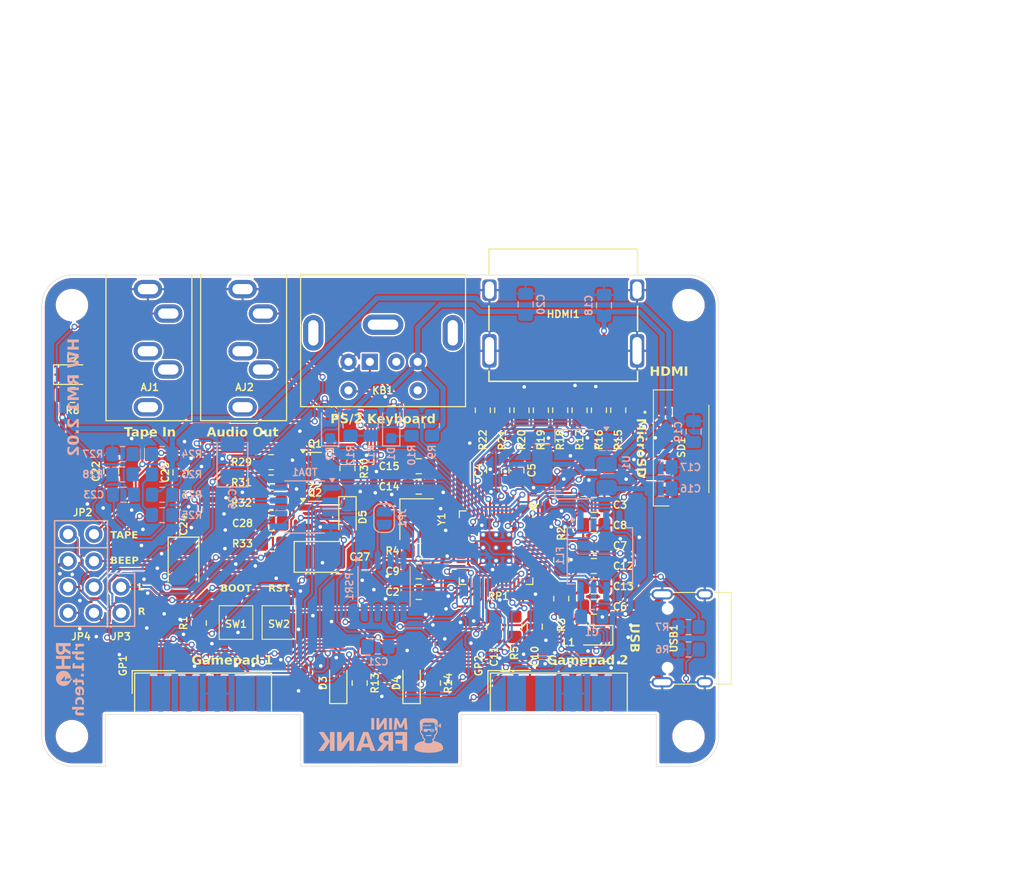
<source format=kicad_pcb>
(kicad_pcb (version 20241229) (generator "pcbnew") (generator_version "9.0")
  (title_block (title "MiniFRANK RM1") (date "2025-03-16") (rev "2.02") (company "Mikhail Matveev") (comment 1 "https://github.com/xtremespb/frank"))
  (layers (0 "F.Cu" signal) (2 "B.Cu" signal) (13 "F.Paste" user) (15 "B.Paste" user) (5 "F.SilkS" user "F.Silkscreen") (7 "B.SilkS" user "B.Silkscreen") (1 "F.Mask" user) (3 "B.Mask" user) (25 "Edge.Cuts" user))
  (net 0 "")
  (net 1 "GND")
  (net 2 "/Audio Out/L*")
  (net 3 "/Audio Out/L")
  (net 4 "Net-(RP1-VREG_VOUT)")
  (net 5 "+3V3")
  (net 6 "/RP2040/XIN")
  (net 7 "VBUS")
  (net 8 "/Audio Out/R*")
  (net 9 "/Audio Out/R")
  (net 10 "/PS2_CLK")
  (net 11 "/PS2_DATA")
  (net 12 "/GP1_DATA")
  (net 13 "/GP2_DATA")
  (net 14 "Net-(C15-Pad1)")
  (net 15 "/RP2040/QSPI_SS")
  (net 16 "Net-(D5-A)")
  (net 17 "Net-(D5-K)")
  (net 19 "Net-(GP1-Pad2)")
  (net 21 "/GP_J3")
  (net 23 "/GP_J4")
  (net 28 "Net-(GP2-Pad2)")
  (net 30 "Net-(Q1-B)")
  (net 31 "/LOAD_IN_D")
  (net 32 "/Audio Out/FLT")
  (net 33 "Net-(JP1-A)")
  (net 34 "Net-(KB1-Pad5)")
  (net 35 "Net-(KB1-Pad1)")
  (net 38 "Net-(L1-A)")
  (net 39 "Net-(L2-A)")
  (net 40 "Net-(RP1-USB_DP)")
  (net 41 "/D+")
  (net 42 "/D-")
  (net 43 "Net-(RP1-USB_DM)")
  (net 44 "/RP2040/~{USB_BOOT}")
  (net 45 "/RP2040/GPIO25")
  (net 46 "/RP2040/XOUT")
  (net 47 "Net-(USB1-CC1)")
  (net 48 "Net-(USB1-CC2)")
  (net 49 "/HDMI_D0N")
  (net 50 "/SD_DAT0")
  (net 51 "/SD_CLK")
  (net 52 "/SD_DAT3")
  (net 53 "/SD_CMD")
  (net 54 "Net-(HDMI1-D0N)")
  (net 55 "Net-(HDMI1-D2N)")
  (net 56 "/HDMI_D2N")
  (net 57 "/RP2040/SWD")
  (net 58 "/RUN")
  (net 59 "/RP2040/QSPI_SCLK")
  (net 60 "Net-(HDMI1-CLKN)")
  (net 61 "/HDMI_CLKN")
  (net 62 "/HDMI_D0P")
  (net 63 "/RP2040/GPIO29")
  (net 64 "Net-(HDMI1-D0P)")
  (net 65 "/Micro SD/DAT2")
  (net 66 "/Micro SD/POL")
  (net 67 "/Micro SD/DET")
  (net 68 "/Micro SD/DAT1")
  (net 71 "/HDMI_D1N")
  (net 72 "Net-(HDMI1-D1N)")
  (net 73 "Net-(HDMI1-D2P)")
  (net 74 "/HDMI_D2P")
  (net 75 "Net-(HDMI1-CLKP)")
  (net 76 "/HDMI_CLKP")
  (net 77 "/HDMI_D1P")
  (net 78 "Net-(HDMI1-D1P)")
  (net 84 "/Audio Out/RIGHT_TDA")
  (net 85 "/PSR_SOSIO")
  (net 88 "/PSR_SCLK")
  (net 89 "/PSR_SISIO")
  (net 90 "/PSR_CE")
  (net 91 "/RP2040/QSPI_SD2")
  (net 92 "/RP2040/GPIO23")
  (net 93 "/RP2040/QSPI_SD0")
  (net 94 "/RP2040/QSPI_SD3")
  (net 95 "/RP2040/GPIO24")
  (net 96 "/RP2040/QSPI_SD1")
  (net 97 "/RP2040/SWCLK")
  (net 98 "/Audio Out/LEFT_TDA")
  (net 99 "/Audio Out/LEFT_OUT")
  (net 100 "/Audio Out/RIGHT_OUT")
  (net 101 "/Audio Out/BEEP_OUT")
  (net 102 "/AUDIO_B")
  (net 103 "/AUDIO_R")
  (net 104 "/AUDIO_L")
  (net 105 "/Tape In/LOAD_IN_D")
  (net 109 "Net-(C23-Pad2)")
  (net 110 "Net-(C24-Pad1)")
  (net 111 "Net-(C27-Pad1)")
  (net 112 "Net-(AJ1-PadT)")
  (footprint "FRANK:Capacitor (0805)" (layer "F.Cu") (at 191.8 78 90)
    (property "Reference" "C4")
    (property "Value" "100n")
  )
  (footprint "FRANK:Resistor (0805)" (layer "F.Cu") (at 170 85.2 180)
    (property "Reference" "R33")
    (property "Value" "330R")
  )
  (footprint "FRANK:D-SUB (9 pin, male)" (layer "F.Cu") (at 198.163 99.915)
    (property "Reference" "GP2")
    (property "Value" "Gamepad")
  )
  (footprint "FRANK:Resistor (0805)" (layer "F.Cu") (at 150.4 70.6 180)
    (property "Reference" "R8")
    (property "Value" "1K")
  )
  (footprint "FRANK:Capacitor (0805)" (layer "F.Cu") (at 170 83.2 180)
    (property "Reference" "C28")
    (property "Value" "10n")
  )
  (footprint "FRANK:Resistor (0805)" (layer "F.Cu") (at 177.4 77.8 -90)
    (property "Reference" "R30")
    (property "Value" "2K")
  )
  (footprint "FRANK:Pin Header (1x02)" (layer "F.Cu") (at 155.162 91.998 180)
    (property "Reference" "JP3")
    (property "Value" "Jumper I2S(2.54)")
  )
  (footprint "FRANK:SOT-23" (layer "F.Cu") (at 174.2 77.8)
    (property "Reference" "Q1")
    (property "Value" "BC850")
  )
  (footprint "FRANK:Resistor (0805)" (layer "F.Cu") (at 196.4 72.1 -90)
    (property "Reference" "R19")
    (property "Value" "270R")
  )
  (footprint "FRANK:Diode (SOD-323)" (layer "F.Cu") (at 176.5 98.9 90)
    (property "Reference" "D3")
    (property "Value" "3V3")
  )
  (footprint "FRANK:Button (SMD, 3x3mm)" (layer "F.Cu") (at 172.318 91.3 -90)
    (property "Reference" "SW2")
    (property "Value" "Reset Button" (hide yes))
  )
  (footprint "FRANK:MicroSD (SMD, short)" (layer "F.Cu") (at 210.2 75.8 90)
    (property "Reference" "SD1")
    (property "Value" "47571-0001" (hide yes))
  )
  (footprint "FRANK:Resistor (0805)" (layer "F.Cu") (at 169.9 81.2)
    (property "Reference" "R32")
    (property "Value" "1K")
  )
  (footprint "FRANK:Mounting Hole (2.7mm)" (layer "F.Cu") (at 150.339 61.774)
    (property "Reference" "H1" (hide yes))
    (property "Value" "MountingHole")
  )
  (footprint "FRANK:Resistor (0805)" (layer "F.Cu") (at 193.8 93.3625 90)
    (property "Reference" "R5")
    (property "Value" "1K")
  )
  (footprint "FRANK:Capacitor (0805)" (layer "F.Cu") (at 184.4 79.6 180)
    (property "Reference" "C14")
    (property "Value" "15p")
  )
  (footprint "FRANK:MiniDIN (6 Pin, female)" (layer "F.Cu") (at 179.6 67.344 180)
    (property "Reference" "KB1")
    (property "Value" "PS/2 Keyboard")
  )
  (footprint "FRANK:Capacitor (0805)" (layer "F.Cu") (at 195.8 93.3625 -90)
    (property "Reference" "C10")
    (property "Value" "100n")
  )
  (footprint "FRANK:Capacitor (0805)" (layer "F.Cu") (at 201.6 83.4)
    (property "Reference" "C8")
    (property "Value" "100n")
  )
  (footprint "FRANK:Resistor (0805)" (layer "F.Cu") (at 198.4 86.8 -90)
    (property "Reference" "R2")
    (property "Value" "27R")
  )
  (footprint "FRANK:Resistor (0805)" (layer "F.Cu") (at 202.1 72.1 -90)
    (property "Reference" "R16")
    (property "Value" "270R")
  )
  (footprint "FRANK:Resistor (0805)" (layer "F.Cu") (at 184.4 85.914 180)
    (property "Reference" "R4")
    (property "Value" "1K")
  )
  (footprint "FRANK:Mounting Hole (2.7mm)" (layer "F.Cu") (at 150.339 104.113)
    (property "Reference" "H4" (hide yes))
    (property "Value" "MountingHole")
  )
  (footprint "FRANK:SOT-23" (layer "F.Cu") (at 174.2 82.6)
    (property "Reference" "Q2")
    (property "Value" "BC850")
  )
  (footprint "FRANK:Resistor (0805)" (layer "F.Cu") (at 169.9 79.2 180)
    (property "Reference" "R31")
    (property "Value" "2K")
  )
  (footprint "FRANK:Diode (SOD-323)" (layer "F.Cu") (at 177.4 82.6 -90)
    (property "Reference" "D5")
    (property "Value" "1N4148")
  )
  (footprint "FRANK:Capacitor (0805)" (layer "F.Cu") (at 161 78.2 90)
    (property "Reference" "C25")
    (property "Value" "10n")
  )
  (footprint "FRANK:Resistor (0805)" (layer "F.Cu") (at 204 72.1 -90)
    (property "Reference" "R15")
    (property "Value" "270R")
  )
  (footprint "FRANK:QFN 56" (layer "F.Cu") (at 192 85.6 -90)
    (property "Reference" "RP1")
    (property "Value" "RP2040")
  )
  (footprint "FRANK:Jack (3.5mm)" (layer "F.Cu") (at 167.1 60.2)
    (property "Reference" "AJ2")
    (property "Value" "Audio Out")
  )
  (footprint "FRANK:Diode (SOD-323)" (layer "F.Cu") (at 183.7 98.9 90)
    (property "Reference" "D4")
    (property "Value" "3V3")
  )
  (footprint "FRANK:Capacitor (3528, tantalum, polar)" (layer "F.Cu") (at 174.8 86.5)
    (property "Reference" "C27")
    (property "Value" "10u*")
  )
  (footprint "FRANK:Capacitor (0805)" (layer "F.Cu") (at 201.6 91.4)
    (property "Reference" "C6")
    (property "Value" "100n")
  )
  (footprint "FRANK:Resistor (0805)" (layer "F.Cu") (at 198.3 72.1 -90)
    (property "Reference" "R18")
    (property "Value" "270R")
  )
  (footprint "FRANK:Capacitor (0805)" (layer "F.Cu") (at 184.4 89.953 180)
    (property "Reference" "C2")
    (property "Value" "100n")
  )
  (footprint "FRANK:Jack (3.5mm)" (layer "F.Cu") (at 157.8 60.2)
    (property "Reference" "AJ1")
    (property "Value" "Audio In")
  )
  (footprint "FRANK:Capacitor (0805)" (layer "F.Cu") (at 201.6 87.4)
    (property "Reference" "C12")
    (property "Value" "1u")
  )
  (footprint "FRANK:Resistor (0805)" (layer "F.Cu") (at 200.2 72.1 -90)
    (property "Reference" "R17")
    (property "Value" "270R")
  )
  (footprint "FRANK:Resistor (0805)" (layer "F.Cu") (at 162.8 93 90)
    (property "Reference" "R1")
    (property "Value" "1K")
  )
  (footprint "FRANK:Resistor (0805)" (layer "F.Cu") (at 190.7 72.1 -90)
    (property "Reference" "R22")
    (property "Value" "270R")
  )
  (footprint "FRANK:Mounting Hole (2.7mm)" (layer "F.Cu") (at 210.9 104.113)
    (property "Reference" "H3" (hide yes))
    (property "Value" "MountingHole")
  )
  (footprint "FRANK:Resistor (0805)" (layer "F.Cu") (at 185.8 98.9 90)
    (property "Reference" "R14")
    (property "Value" "1K")
  )
  (footprint "FRANK:Capacitor (0805)" (layer "F.Cu") (at 201.6 85.4)
    (property "Reference" "C7")
    (property "Value" "100n")
  )
  (footprint "FRANK:LED (0805)" (layer "F.Cu") (at 201.6 94.2 180)
    (property "Reference" "L1")
    (property "Value" "BLUE")
  )
  (footprint "FRANK:Resistor (0805)" (layer "F.Cu") (at 194.5 72.1 -90)
    (property "Reference" "R20")
    (property "Value" "270R")
  )
  (footprint "FRANK:D-SUB (9 pin, male)" (layer "F.Cu") (at 163.218 99.915)
    (property "Reference" "GP1")
    (property "Value" "Gamepad")
  )
  (footprint "FRANK:HDMI (female)" (layer "F.Cu") (at 198.6 66.26 180)
    (property "Reference" "HDMI1")
    (property "Value" "HDMI Female")
  )
  (footprint "FRANK:Capacitor (0805)" (layer "F.Cu") (at 201.6 89.4)
    (property "Reference" "C13")
    (property "Value" "1u")
  )
  (footprint "FRANK:Capacitor (0805)" (layer "F.Cu") (at 184.4 87.914 180)
    (property "Reference" "C9")
    (property "Value" "100n")
  )
  (footprint "FRANK:LED (0805)" (layer "F.Cu") (at 150.4 68.6)
    (property "Reference" "L2")
    (property "Value" "GREEN")
  )
  (footprint "FRANK:Resistor (0805)" (layer "F.Cu") (at 169.9 77.2)
    (property "Reference" "R29")
    (property "Value" "330R")
  )
  (footprint "FRANK:Pin Header (1x02)" (layer "F.Cu") (at 152.5 84.271 -90)
    (property "Reference" "JP2")
    (property "Value" "Jumper Tape In(2.54)")
  )
  (footprint "FRANK:Capacitor (3528, tantalum, polar)" (layer "F.Cu") (at 161.3 87.2 -90)
    (property "Reference" "C24")
    (property "Value" "10u*")
  )
  (footprint "FRANK:USB Type C" (layer "F.Cu") (at 215.1 94.5 90)
    (property "Reference" "USB1")
    (property "Value" "USB Type C")
  )
  (footprint "FRANK:Crystal (3225)" (layer "F.Cu") (at 184.2 82.8 -90)
    (property "Reference" "Y1")
    (property "Value" "12 MHz")
  )
  (footprint "FRANK:Resistor (0805)" (layer "F.Cu") (at 198.4 90.6 90)
    (property "Reference" "R3")
    (property "Value" "27R")
  )
  (footprint "FRANK:Capacitor (0805)" (layer "F.Cu") (at 191.8 93.3625 -90)
    (property "Reference" "C11")
    (property "Value" "100n")
  )
  (footprint "FRANK:Capacitor (0805)" (layer "F.Cu") (at 154.2 78.1 90)
    (property "Reference" "C22")
    (property "Value" "100n")
  )
  (footprint "FRANK:Pin Header (2x03)" (layer "F.Cu") (at 152.5 92 180)
    (property "Reference" "JP4")
    (property "Value" "Jumpers Audio(2.54)")
  )
  (footprint "FRANK:Button (SMD, 3x3mm)" (layer "F.Cu") (at 168.1 91.3 -90)
    (property "Reference" "SW1")
    (property "Value" "Flash Button" (hide yes))
  )
  (footprint "FRANK:Capacitor (0805)" (layer "F.Cu") (at 194 78 90)
    (property "Reference" "C5")
    (property "Value" "100n")
  )
  (footprint "FRANK:Resistor (0805)" (layer "F.Cu") (at 178.6 98.9 90)
    (property "Reference" "R13")
    (property "Value" "1K")
  )
  (footprint "FRANK:Capacitor (0805)" (layer "F.Cu") (at 184.4 77.6)
    (property "Reference" "C15")
    (property "Value" "15p")
  )
  (footprint "FRANK:Resistor (0805)" (layer "F.Cu") (at 192.6 72.1 -90)
    (property "Reference" "R21")
    (property "Value" "270R")
  )
  (footprint "FRANK:Mounting Hole (2.7mm)" (layer "F.Cu") (at 210.9 61.774)
    (property "Reference" "H2" (hide yes))
    (property "Value" "MountingHole")
  )
  (footprint "FRANK:Capacitor (0805)" (layer "F.Cu") (at 201.6 81.4)
    (property "Reference" "C3")
    (property "Value" "100n")
  )
  (footprint "FRANK:Diode (SOD-323)" (layer "B.Cu") (at 181.7 73.6 90)
    (property "Reference" "D1")
    (property "Value" "3V3")
  )
  (footprint "FRANK:Capacitor (0805)" (layer "B.Cu") (at 202.6 61.8 90)
    (property "Reference" "C18")
    (property "Value" "100n")
  )
  (footprint "FRANK:SOIC-8" (layer "B.Cu") (at 202.2 86.4 -90)
    (property "Reference" "FL1")
    (property "Value" "W25Q128JVSIQ")
  )
  (footprint "FRANK:SO-8" (layer "B.Cu") (at 181 89.4 -90)
    (property "Reference" "PSR1")
    (property "Value" "ESP-PSRAM32")
  )
  (footprint "FRANK:SOT-223" (layer "B.Cu") (at 199.7 77.4 180)
    (property "Reference" "U1")
    (property "Value" "NCP1117 3.3")
  )
  (footprint "FRANK:Jumper (solder)" (layer "B.Cu") (at 181 82.7 90)
    (property "Reference" "JP1")
    (property "Value" "Jumper PSRAM (2.54)")
  )
  (footprint "FRANK:Resistor (0805)" (layer "B.Cu") (at 210.9 93.4)
    (property "Reference" "R7")
    (property "Value" "5.1K")
  )
  (footprint "FRANK:SO-8" (layer "B.Cu") (at 173.2 81.6 180)
    (property "Reference" "TDA1")
    (property "Value" "TDA1387T")
  )
  (footprint "FRANK:Capacitor (0805)" (layer "B.Cu") (at 180.4 95.3)
    (property "Reference" "C21")
    (property "Value" "100n")
  )
  (footprint "FRANK:Capacitor (3528, tantalum, polar)" (layer "B.Cu") (at 166.1 77 90)
    (property "Reference" "C26")
    (property "Value" "10u*")
  )
  (footprint "FRANK:Resistor (0805)" (layer "B.Cu") (at 155.3 76.4 180)
    (property "Reference" "R27")
    (property "Value" "100R")
  )
  (footprint "FRANK:Resistor (0805)" (layer "B.Cu") (at 159.2 78.4 180)
    (property "Reference" "R23")
    (property "Value" "10K")
  )
  (footprint "FRANK:Resistor (0805)" (layer "B.Cu") (at 155.3 78.4 180)
    (property "Reference" "R28")
    (property "Value" "1K")
  )
  (footprint "FRANK:Diode (SOD-323)" (layer "B.Cu") (at 175.7 73.6 90)
    (property "Reference" "D2")
    (property "Value" "3V3")
  )
  (footprint "FRANK:Resistor (0805)" (layer "B.Cu") (at 177.7 73.6 -90)
    (property "Reference" "R12")
    (property "Value" "1K")
  )
  (footprint "FRANK:Resistor (0805)" (layer "B.Cu") (at 179.692 73.6 90)
    (property "Reference" "R11")
    (property "Value" "100R")
  )
  (footprint "FRANK:Resistor (0805)" (layer "B.Cu") (at 159.2 82.4)
    (property "Reference" "R25")
    (property "Value" "10K")
  )
  (footprint "FRANK:Resistor (0805)" (layer "B.Cu") (at 159.2 80.4 180)
    (property "Reference" "R26")
    (property "Value" "10K")
  )
  (footprint "FRANK:Capacitor (0805)" (layer "B.Cu") (at 208.2 77.7)
    (property "Reference" "C17")
    (property "Value" "10u")
  )
  (footprint "FRANK:Capacitor (0805)" (layer "B.Cu") (at 211.4 74.2 -90)
    (property "Reference" "C19")
    (property "Value" "100n")
  )
  (footprint "FRANK:Resistor (0805)" (layer "B.Cu") (at 185.7 73.6 90)
    (property "Reference" "R9")
    (property "Value" "1K")
  )
  (footprint "FRANK:Capacitor (0805)" (layer "B.Cu") (at 201.4 92.4)
    (property "Reference" "C1")
    (property "Value" "100n")
  )
  (footprint "FRANK:Resistor (0805)" (layer "B.Cu") (at 210.9 95.6)
    (property "Reference" "R6")
    (property "Value" "5.1K")
  )
  (footprint "FRANK:Resistor (0805)" (layer "B.Cu") (at 183.7 73.6 -90)
    (property "Reference" "R10")
    (property "Value" "100R")
  )
  (footprint "FRANK:Capacitor (0805)" (layer "B.Cu") (at 208.2 79.8)
    (property "Reference" "C16")
    (property "Value" "10u")
  )
  (footprint "FRANK:Resistor (0805)" (layer "B.Cu") (at 159.2 76.4 180)
    (property "Reference" "R24")
    (property "Value" "1K")
  )
  (footprint "FRANK:Capacitor (0805)" (layer "B.Cu") (at 155.4 80.4 180)
    (property "Reference" "C23")
    (property "Value" "100n")
  )
  (footprint "FRANK:Capacitor (0805)" (layer "B.Cu") (at 194.9 61.7 90)
    (property "Reference" "C20")
    (property "Value" "100n")
  )
  (gr_poly (pts (xy 149.330918 96.525606) (xy 149.330918 97.203205) (xy 148.767356 97.203205) (xy 148.767356 97.51065) (xy 150.201927 97.51065) (xy 150.202192 97.203205) (xy 149.6 97.203205) (xy 149.6 96.525607) (xy 150.202192 96.525607) (xy 150.202192 96.220013) (xy 148.767356 96.220013) (xy 148.767356 96.525606)) (stroke (width -0.000001)) (fill yes) (layer "B.SilkS"))
  (gr_poly (pts (xy 186.160309 102.983767) (xy 186.15717 102.98414) (xy 186.154075 102.984754) (xy 186.15103 102.985603) (xy 186.148037 102.986681) (xy 186.145102 102.987981) (xy 186.142227 102.989498) (xy 186.139417 102.991225) (xy 186.136675 102.993156) (xy 186.134006 102.995285) (xy 186.128901 103.000112) (xy 186.124133 103.005656) (xy 186.119734 103.011869) (xy 186.115735 103.018699) (xy 186.112167 103.0261) (xy 186.109062 103.034019) (xy 186.106451 103.042409) (xy 186.104366 103.05122) (xy 186.102837 103.060403) (xy 186.101897 103.069907) (xy 186.101577 103.079685) (xy 186.101658 103.08464) (xy 186.101897 103.089532) (xy 186.102292 103.094353) (xy 186.102837 103.099097) (xy 186.10353 103.103759) (xy 186.104366 103.108333) (xy 186.105341 103.112812) (xy 186.106451 103.117189) (xy 186.107693 103.12146) (xy 186.109062 103.125618) (xy 186.110555 103.129656) (xy 186.112167 103.13357) (xy 186.113895 103.137352) (xy 186.115735 103.140996) (xy 186.117682 103.144497) (xy 186.119734 103.147848) (xy 186.121886 103.151043) (xy 186.124133 103.154077) (xy 186.126473 103.156942) (xy 186.128901 103.159633) (xy 186.131413 103.162144) (xy 186.134006 103.164469) (xy 186.136675 103.166601) (xy 186.139417 103.168535) (xy 186.142227 103.170264) (xy 186.145102 103.171783) (xy 186.148037 103.173084) (xy 186.15103 103.174163) (xy 186.154075 103.175012) (xy 186.15717 103.175626) (xy 186.160309 103.176) (xy 186.16349 103.176125) (xy 186.188493 103.176125) (xy 186.188493 102.983641) (xy 186.16349 102.983641)) (stroke (width -0.000001)) (fill yes) (layer "B.SilkS"))
  (gr_poly (pts (xy 186.231752 103.175728) (xy 186.324621 103.175728) (xy 186.324621 102.983641) (xy 186.231752 102.983641)) (stroke (width -0.000001)) (fill yes) (layer "B.SilkS"))
  (gr_poly (pts (xy 150.019365 98.439603) (xy 150.24135 98.439603) (xy 150.240972 98.41437) (xy 150.23975 98.389214) (xy 150.237689 98.364155) (xy 150.234795 98.339214) (xy 150.231073 98.314411) (xy 150.22653 98.289766) (xy 150.22117 98.265299) (xy 150.214999 98.241031) (xy 150.208023 98.216983) (xy 150.200247 98.193173) (xy 150.191677 98.169624) (xy 150.182318 98.146355) (xy 150.172176 98.123386) (xy 150.161256 98.100738) (xy 150.149563 98.078431) (xy 150.137105 98.056485) (xy 149.839712 98.439603)) (stroke (width -0.000001)) (fill yes) (layer "B.SilkS"))
  (gr_poly (pts (xy 186.448843 102.983641) (xy 186.37423 102.983641) (xy 186.37423 103.176125) (xy 186.448843 103.176125) (xy 186.448843 103.256691) (xy 186.591321 103.256691) (xy 186.591321 102.896725) (xy 186.448843 102.896725)) (stroke (width -0.000001)) (fill yes) (layer "B.SilkS"))
  (gr_poly (pts (xy 176.825021 104.807281) (xy 176.825021 103.7) (xy 176.384489 103.7) (xy 176.384489 105.561344) (xy 176.825022 105.561344) (xy 177.594959 104.454063) (xy 177.594959 105.561344) (xy 178.03549 105.561344) (xy 178.03549 103.7) (xy 177.594958 103.7)) (stroke (width -0.000001)) (fill yes) (layer "B.SilkS"))
  (gr_poly (pts (xy 178.245834 105.561344) (xy 178.718115 105.561344) (xy 178.841146 105.200187) (xy 179.551552 105.200187) (xy 179.666646 105.561344) (xy 180.138927 105.561344) (xy 179.869407 104.839031) (xy 179.436459 104.839031) (xy 178.960208 104.839031) (xy 179.198334 104.053219) (xy 179.436459 104.839031) (xy 179.869407 104.839031) (xy 179.444396 103.7) (xy 178.940365 103.7)) (stroke (width -0.000001)) (fill yes) (layer "B.SilkS"))
  (gr_poly (pts (xy 180.523896 103.017375) (xy 180.523896 102.338719) (xy 180.254021 102.338719) (xy 180.254021 103.473781) (xy 180.523896 103.473781) (xy 180.992208 102.795125) (xy 180.992208 103.473781) (xy 181.262083 103.473781) (xy 181.262083 102.338719) (xy 180.992208 102.338719)) (stroke (width -0.000001)) (fill yes) (layer "B.SilkS"))
  (gr_poly (pts (xy 181.249312 103.700305) (xy 181.208812 103.701805) (xy 181.168391 103.704496) (xy 181.128076 103.708375) (xy 181.087893 103.71344) (xy 181.047867 103.719688) (xy 181.008026 103.727115) (xy 180.968396 103.735719) (xy 180.951315 103.739849) (xy 180.934337 103.744331) (xy 180.917467 103.749164) (xy 180.900711 103.754345) (xy 180.884074 103.759872) (xy 180.867561 103.765742) (xy 180.851178 103.771955) (xy 180.834929 103.778506) (xy 180.818821 103.785395) (xy 180.802858 103.792619) (xy 180.787045 103.800176) (xy 180.771389 103.808063) (xy 180.755893 103.816279) (xy 180.740565 103.824821) (xy 180.725408 103.833687) (xy 180.710428 103.842875) (xy 180.697351 103.851786) (xy 180.684563 103.861065) (xy 180.67207 103.870705) (xy 180.659881 103.880698) (xy 180.648001 103.891036) (xy 180.636438 103.901713) (xy 180.625198 103.912721) (xy 180.61429 103.924052) (xy 180.603719 103.935699) (xy 180.593493 103.947654) (xy 180.583619 103.95991) (xy 180.574104 103.972459) (xy 180.564954 103.985294) (xy 180.556178 103.998407) (xy 180.547781 104.011791) (xy 180.539771 104.025438) (xy 180.532646 104.04112) (xy 180.525965 104.056972) (xy 180.51973 104.072983) (xy 180.513943 104.089144) (xy 180.508606 104.105447) (xy 180.503723 104.12188) (xy 180.499293 104.138436) (xy 180.495321 104.155103) (xy 180.491807 104.171873) (xy 180.488755 104.188737) (xy 180.486165 104.205684) (xy 180.484041 104.222706) (xy 180.482384 104.239792) (xy 180.481197 104.256933) (xy 180.480482 104.274121) (xy 180.48024 104.291344) (xy 180.480355 104.313208) (xy 180.481352 104.334986) (xy 180.483223 104.356653) (xy 180.48596 104.378184) (xy 180.489554 104.399554) (xy 180.493999 104.420737) (xy 180.499285 104.441709) (xy 180.505405 104.462444) (xy 180.512351 104.482917) (xy 180.520115 104.503103) (xy 180.528688 104.522977) (xy 180.538064 104.542513) (xy 180.548234 104.561687) (xy 180.55919 104.580473) (xy 180.570924 104.598847) (xy 180.583428 104.616782) (xy 180.598006 104.63457) (xy 180.613168 104.651795) (xy 180.628896 104.668447) (xy 180.645173 104.684513) (xy 180.661983 104.69998) (xy 180.679307 104.714837) (xy 180.69713 104.729071) (xy 180.715433 104.74267) (xy 180.7342 104.755622) (xy 180.753414 104.767914) (xy 180.773057 104.779534) (xy 180.793113 104.790469) (xy 180.813563 104.800709) (xy 180.834392 104.810239) (xy 180.855581 104.819048) (xy 180.877115 104.827125) (xy 180.265927 105.557375) (xy 180.82949 105.557375) (xy 181.341458 104.910469) (xy 181.424802 104.910469) (xy 181.424802 105.557375) (xy 181.881209 105.557375) (xy 181.881209 104.053219) (xy 181.428771 104.053219) (xy 181.428771 104.577094) (xy 181.317645 104.577094) (xy 181.294903 104.576815) (xy 181.272811 104.575978) (xy 181.251371 104.574582) (xy 181.230581 104.572629) (xy 181.210443 104.570118) (xy 181.190956 104.567048) (xy 181.17212 104.56342) (xy 181.153935 104.559235) (xy 181.136401 104.554491) (xy 181.119518 104.549189) (xy 181.103287 104.543329) (xy 181.087706 104.53691) (xy 181.072777 104.529934) (xy 181.058499 104.5224) (xy 181.044872 104.514307) (xy 181.031896 104.505657) (xy 181.025406 104.501376) (xy 181.019091 104.496901) (xy 181.012953 104.492237) (xy 181.006995 104.487389) (xy 181.00122 104.482363) (xy 180.99563 104.477164) (xy 180.990228 104.471798) (xy 180.985018 104.46627) (xy 180.980002 104.460586) (xy 180.975183 104.454751) (xy 180.966148 104.442651) (xy 180.957934 104.430012) (xy 180.950564 104.41688) (xy 180.944062 104.403297) (xy 180.93845 104.389307) (xy 180.933751 104.374955) (xy 180.931751 104.367656) (xy 180.929987 104.360283) (xy 180.928463 104.352842) (xy 180.927181 104.345337) (xy 180.926145 104.337774) (xy 180.925357 104.330158) (xy 180.924819 104.322496) (xy 180.924535 104.314792) (xy 180.924508 104.307052) (xy 180.924741 104.299281) (xy 180.924739 104.299281) (xy 180.924316 104.285091) (xy 180.924885 104.271031) (xy 180.926423 104.257148) (xy 180.928908 104.243485) (xy 180.932315 104.230085) (xy 180.936621 104.216994) (xy 180.941802 104.204255) (xy 180.947836 104.191913) (xy 180.954698 104.180011) (xy 180.962365 104.168595) (xy 180.970814 104.157707) (xy 180.980021 104.147393) (xy 180.989962 104.137695) (xy 181.000614 104.12866) (xy 181.011954 104.12033) (xy 181.023959 104.11275) (xy 181.03985 104.104677) (xy 181.055975 104.09717) (xy 181.07232 104.09023) (xy 181.088867 104.083862) (xy 181.105603 104.078069) (xy 181.122512 104.072854) (xy 181.13958 104.06822) (xy 181.15679 104.064171) (xy 181.174128 104.060709) (xy 181.191579 104.057839) (xy 181.209128 104.055564) (xy 181.226758 104.053886) (xy 181.244456 104.052809) (xy 181.262206 104.052337) (xy 181.279993 104.052472) (xy 181.297802 104.053219) (xy 181.428771 104.053219) (xy 181.881209 104.053219) (xy 181.881209 103.7) (xy 181.289865 103.7)) (stroke (width -0.000001)) (fill yes) (layer "B.SilkS"))
  (gr_poly (pts (xy 185.104291 102.35987) (xy 185.043993 102.363298) (xy 184.987815 102.368641) (xy 184.935609 102.37578) (xy 184.887233 102.384595) (xy 184.842539 102.394967) (xy 184.801382 102.406777) (xy 184.763618 102.419904) (xy 184.7291 102.434231) (xy 184.697684 102.449637) (xy 184.669224 102.466004) (xy 184.643574 102.483211) (xy 184.620589 102.50114) (xy 184.600123 102.519671) (xy 184.582032 102.538686) (xy 184.566169 102.558064) (xy 184.55239 102.577686) (xy 184.540549 102.597433) (xy 184.530501 102.617186) (xy 184.522099 102.636825) (xy 184.5152 102.656231) (xy 184.509656 102.675285) (xy 184.505324 102.693868) (xy 184.49971 102.72914) (xy 184.497195 102.761094) (xy 184.496615 102.788775) (xy 184.49819 102.846756) (xy 184.502444 102.929368) (xy 184.516161 103.136636) (xy 184.53211 103.346881) (xy 184.544637 103.496403) (xy 184.544019 103.497092) (xy 184.543421 103.497798) (xy 184.542844 103.49852) (xy 184.542287 103.499257) (xy 184.541751 103.50001) (xy 184.541236 103.500778) (xy 184.540743 103.50156) (xy 184.540271 103.502357) (xy 184.537547 103.508026) (xy 184.534999 103.513765) (xy 184.532629 103.519571) (xy 184.530439 103.525439) (xy 184.528428 103.531366) (xy 184.526597 103.537346) (xy 184.524949 103.543376) (xy 184.523483 103.549451) (xy 184.5222 103.555568) (xy 184.521103 103.561722) (xy 184.52019 103.567909) (xy 184.519464 103.574125) (xy 184.518925 103.580366) (xy 184.518575 103.586627) (xy 184.518414 103.592905) (xy 184.518443 103.599194) (xy 184.518934 103.613415) (xy 184.519927 103.627595) (xy 184.521419 103.641724) (xy 184.523409 103.655786) (xy 184.525894 103.669769) (xy 184.528873 103.68366) (xy 184.532343 103.697446) (xy 184.536302 103.711113) (xy 184.542814 103.735793) (xy 184.549941 103.76029) (xy 184.557677 103.784593) (xy 184.566018 103.808691) (xy 184.574961 103.832573) (xy 184.584502 103.856226) (xy 184.594635 103.87964) (xy 184.605358 103.902803) (xy 184.609386 103.910665) (xy 184.613643 103.91839) (xy 184.618124 103.925972) (xy 184.622825 103.933409) (xy 184.627743 103.940694) (xy 184.632874 103.947824) (xy 184.638214 103.954793) (xy 184.643759 103.961598) (xy 184.649506 103.968234) (xy 184.655451 103.974696) (xy 184.661589 103.980979) (xy 184.667917 103.98708) (xy 184.674431 103.992993) (xy 184.681128 103.998715) (xy 184.688003 104.004239) (xy 184.695052 104.009563) (xy 184.699539 104.012451) (xy 184.704079 104.015252) (xy 184.70867 104.017966) (xy 184.713312 104.020592) (xy 184.718003 104.023129) (xy 184.722742 104.025577) (xy 184.727528 104.027934) (xy 184.732358 104.0302) (xy 184.733192 104.047565) (xy 184.734327 104.064909) (xy 184.735763 104.082228) (xy 184.737499 104.099519) (xy 184.739535 104.116776) (xy 184.741871 104.133997) (xy 184.744506 104.151177) (xy 184.74744 104.168313) (xy 184.750397 104.184304) (xy 184.75376 104.200207) (xy 184.757529 104.216013) (xy 184.761699 104.231715) (xy 184.766271 104.247305) (xy 184.77124 104.262776) (xy 184.776605 104.27812) (xy 184.782365 104.293328) (xy 184.786746 104.302373) (xy 184.791436 104.311237) (xy 184.796427 104.319913) (xy 184.801713 104.328394) (xy 184.807288 104.336672) (xy 184.813147 104.344742) (xy 184.819282 104.352596) (xy 184.825688 104.360227) (xy 184.832359 104.367627) (xy 184.839289 104.37479) (xy 184.84647 104.381709) (xy 184.853898 104.388376) (xy 184.861566 104.394785) (xy 184.869468 104.400929) (xy 184.877598 104.4068) (xy 184.885949 104.412391) (xy 184.906555 104.425748) (xy 184.91601 104.431994) (xy 184.924892 104.437989) (xy 184.933198 104.443761) (xy 184.940922 104.449337) (xy 184.948061 104.454746) (xy 184.954608 104.460016) (xy 184.954608 104.477875) (xy 184.954383 104.479933) (xy 184.954078 104.481975) (xy 184.953693 104.483998) (xy 184.95323 104.486001) (xy 184.95269 104.487981) (xy 184.952073 104.489936) (xy 184.951381 104.491864) (xy 184.950614 104.493763) (xy 184.949774 104.495631) (xy 184.948861 104.497465) (xy 184.947876 104.499263) (xy 184.946821 104.501023) (xy 184.945695 104.502743) (xy 184.9445 104.504421) (xy 184.943238 104.506054) (xy 184.941908 104.507641) (xy 184.939251 104.510754) (xy 184.936541 104.513819) (xy 184.933779 104.516835) (xy 184.930967 104.519801) (xy 184.928104 104.522717) (xy 184.925192 104.525582) (xy 184.92223 104.528395) (xy 184.919221 104.531157) (xy 184.916163 104.533865) (xy 184.913059 104.53652) (xy 184.909909 104.539122) (xy 184.906713 104.541668) (xy 184.903473 104.54416) (xy 184.900188 104.546596) (xy 184.89686 104.548975) (xy 184.89349 104.551297) (xy 184.875715 104.56244) (xy 184.857603 104.572994) (xy 184.839168 104.582951) (xy 184.820426 104.592303) (xy 184.801391 104.601044) (xy 184.782078 104.609167) (xy 184.762502 104.616664) (xy 184.742677 104.623528) (xy 184.729782 104.628212) (xy 184.715566 104.632799) (xy 184.700122 104.637376) (xy 184.683543 104.642033) (xy 184.647353 104.651936) (xy 184.627928 104.657359) (xy 184.60774 104.663216) (xy 184.520923 104.688368) (xy 184.498033 104.695295) (xy 184.474799 104.702674) (xy 184.451286 104.710602) (xy 184.427559 104.719176) (xy 184.401468 104.728246) (xy 184.375828 104.738316) (xy 184.350666 104.749365) (xy 184.326006 104.761374) (xy 184.301874 104.774326) (xy 184.278297 104.788201) (xy 184.255301 104.802979) (xy 184.23291 104.818644) (xy 184.211152 104.835175) (xy 184.190051 104.852553) (xy 184.169634 104.870761) (xy 184.149926 104.889778) (xy 184.130953 104.909587) (xy 184.112742 104.930168) (xy 184.095317 104.951503) (xy 184.078706 104.973571) (xy 184.078705 104.973572) (xy 184.066934 104.992831) (xy 184.055916 105.012469) (xy 184.045658 105.032461) (xy 184.036165 105.052786) (xy 184.027445 105.073421) (xy 184.019503 105.094344) (xy 184.012345 105.115533) (xy 184.005978 105.136964) (xy 184.000408 105.158617) (xy 183.995641 105.180467) (xy 183.991683 105.202494) (xy 183.988541 105.224675) (xy 183.98622 105.246987) (xy 183.984727 105.269408) (xy 183.984068 105.291916) (xy 183.984249 105.314488) (xy 183.98441 105.333029) (xy 183.984943 105.351794) (xy 183.985373 105.361283) (xy 183.985923 105.370856) (xy 183.986604 105.380522) (xy 183.987424 105.390291) (xy 183.987745 105.39336) (xy 183.988166 105.396412) (xy 183.988687 105.399443) (xy 183.989306 105.402451) (xy 183.990022 105.405434) (xy 183.990835 105.40839) (xy 183.991743 105.411316) (xy 183.992747 105.414211) (xy 183.993845 105.41707) (xy 183.995036 105.419894) (xy 183.996319 105.422678) (xy 183.997694 105.42542) (xy 183.99916 105.42812) (xy 184.000715 105.430773) (xy 184.00236 105.433377) (xy 184.004092 105.435931) (xy 184.005683 105.438174) (xy 184.007309 105.440391) (xy 184.008968 105.442581) (xy 184.01066 105.444745) (xy 184.012386 105.446881) (xy 184.014144 105.448989) (xy 184.015935 105.45107) (xy 184.017758 105.453122) (xy 184.019613 105.455146) (xy 184.0215 105.45714) (xy 184.023418 105.459105) (xy 184.025366 105.46104) (xy 184.027345 105.462945) (xy 184.029354 105.46482) (xy 184.031393 105.466663) (xy 184.033461 105.468475) (xy 184.043412 105.476544) (xy 184.053596 105.484302) (xy 184.064006 105.491743) (xy 184.074634 105.498863) (xy 184.085474 105.505658) (xy 184.096517 105.512121) (xy 184.107757 105.51825) (xy 184.119186 105.524038) (xy 184.153917 105.540337) (xy 184.189036 105.555734) (xy 184.224526 105.570222) (xy 184.26037 105.583796) (xy 184.296549 105.596448) (xy 184.333046 105.608173) (xy 184.369842 105.618963) (xy 184.406922 105.628813) (xy 184.527737 105.65753) (xy 184.649321 105.682318) (xy 184.771577 105.703165) (xy 184.89441 105.720059) (xy 185.017723 105.732988) (xy 185.14142 105.741942) (xy 185.265406 105.746908) (xy 185.389583 105.747875) (xy 185.481097 105.746972) (xy 185.570288 105.744332) (xy 185.657063 105.740061) (xy 185.741332 105.734263) (xy 185.823004 105.727045) (xy 185.901987 105.718512) (xy 185.97819 105.708768) (xy 186.051521 105.697918) (xy 186.12189 105.686069) (xy 186.189205 105.673325) (xy 186.253375 105.659792) (xy 186.314308 105.645574) (xy 186.371914 105.630778) (xy 186.426101 105.615507) (xy 186.476778 105.599868) (xy 186.523853 105.583966) (xy 186.548528 105.575362) (xy 186.572929 105.566056) (xy 186.597042 105.556055) (xy 186.620852 105.545366) (xy 186.644344 105.533994) (xy 186.667503 105.521948) (xy 186.690315 105.509234) (xy 186.712765 105.495859) (xy 186.717275 105.492989) (xy 186.721712 105.490015) (xy 186.726072 105.486938) (xy 186.730355 105.48376) (xy 186.734558 105.480483) (xy 186.738681 105.477107) (xy 186.74272 105.473636) (xy 186.746675 105.47007) (xy 186.750544 105.46641) (xy 186.754325 105.462659) (xy 186.758016 105.458818) (xy 186.761617 105.454888) (xy 186.765124 105.450871) (xy 186.768538 105.446768) (xy 186.771855 105.442582) (xy 186.775074 105.438313) (xy 186.776877 105.43572) (xy 186.778592 105.433076) (xy 186.780219 105.430382) (xy 186.781757 105.42764) (xy 186.783205 105.424854) (xy 186.784561 105.422025) (xy 186.785826 105.419155) (xy 186.786998 105.416247) (xy 186.788077 105.413303) (xy 186.789061 105.410326) (xy 186.78995 105.407317) (xy 186.790742 105.404278) (xy 186.791438 105.401213) (xy 186.792035 105.398123) (xy 186.792534 105.395011) (xy 186.792933 105.391878) (xy 186.793981 105.38211) (xy 186.794769 105.372444) (xy 186.795333 105.362871) (xy 186.795711 105.353381) (xy 186.795941 105.343966) (xy 186.796059 105.334617) (xy 186.796108 105.316075) (xy 186.796187 105.298574) (xy 186.79579 105.281101) (xy 186.794919 105.263664) (xy 186.793576 105.246273) (xy 186.791763 105.228937) (xy 186.789482 105.211667) (xy 186.786734 105.194471) (xy 186.783523 105.177358) (xy 186.779848 105.160339) (xy 186.775713 105.143423) (xy 186.77112 105.126619) (xy 186.76607 105.109936) (xy 186.760565 105.093385) (xy 186.754607 105.076975) (xy 186.748198 105.060714) (xy 186.741339 105.044613) (xy 186.734947 105.031347) (xy 186.728207 105.018275) (xy 186.721124 105.005405) (xy 186.713703 104.992742) (xy 186.705948 104.980292) (xy 186.697866 104.968063) (xy 186.68946 104.956059) (xy 186.680735 104.944289) (xy 186.671697 104.932758) (xy 186.66235 104.921472) (xy 186.652698 104.910439) (xy 186.642748 104.899663) (xy 186.632503 104.889153) (xy 186.621969 104.878913) (xy 186.61115 104.868951) (xy 186.600052 104.859272) (xy 186.579296 104.843422) (xy 186.558151 104.828153) (xy 186.536628 104.813469) (xy 186.514741 104.799378) (xy 186.492501 104.785886) (xy 186.469921 104.772997) (xy 186.447013 104.760719) (xy 186.423791 104.749058) (xy 186.400267 104.73802) (xy 186.376452 104.72761) (xy 186.352361 104.717835) (xy 186.328004 104.7087) (xy 186.303395 104.700213) (xy 186.278547 104.692379) (xy 186.253471 104.685204) (xy 186.22818 104.678694) (xy 186.17116 104.663061) (xy 186.119089 104.649176) (xy 186.095432 104.642739) (xy 186.073641 104.636557) (xy 186.053923 104.63057) (xy 186.036489 104.624719) (xy 186.021454 104.619393) (xy 186.006549 104.613727) (xy 185.991782 104.607723) (xy 185.977158 104.601384) (xy 185.962682 104.594713) (xy 185.948361 104.587711) (xy 185.9342 104.580382) (xy 185.920205 104.572728) (xy 185.914329 104.569622) (xy 185.908536 104.566379) (xy 185.902826 104.563001) (xy 185.897203 104.559491) (xy 185.891668 104.555849) (xy 185.886223 104.552078) (xy 185.880872 104.54818) (xy 185.875616 104.544156) (xy 185.870457 104.540007) (xy 185.865397 104.535736) (xy 185.86044 104.531345) (xy 185.855587 104.526835) (xy 185.850839 104.522208) (xy 185.846201 104.517465) (xy 185.841673 104.512609) (xy 185.837258 104.507641) (xy 185.835898 104.506073) (xy 185.834608 104.504454) (xy 185.83339 104.502788) (xy 185.832245 104.501076) (xy 185.831174 104.499321) (xy 185.830177 104.497526) (xy 185.829256 104.495692) (xy 185.828413 104.493823) (xy 185.827647 104.49192) (xy 185.82696 104.489986) (xy 185.826354 104.488024) (xy 185.825828 104.486037) (xy 185.825385 104.484025) (xy 185.825025 104.481993) (xy 185.824749 104.479942) (xy 185.824558 104.477875) (xy 185.824558 104.459619) (xy 185.831154 104.45448) (xy 185.838405 104.449164) (xy 185.846262 104.443643) (xy 185.854671 104.43789) (xy 185.872946 104.425574) (xy 185.892821 104.411994) (xy 185.901206 104.406441) (xy 185.909367 104.400602) (xy 185.917296 104.394484) (xy 185.924987 104.388095) (xy 185.932434 104.381442) (xy 185.93963 104.374533) (xy 185.946569 104.367374) (xy 185.953245 104.359973) (xy 185.959651 104.352337) (xy 185.965781 104.344474) (xy 185.971629 104.336391) (xy 185.977187 104.328095) (xy 185.982451 104.319594) (xy 185.987412 104.310894) (xy 185.992066 104.302004) (xy 185.996405 104.292931) (xy 186.002281 104.277812) (xy 186.007731 104.262543) (xy 186.012752 104.247134) (xy 186.017341 104.231595) (xy 186.021496 104.215934) (xy 186.025214 104.200161) (xy 186.028493 104.184284) (xy 186.03133 104.168312) (xy 186.034475 104.151244) (xy 186.037303 104.134126) (xy 186.039815 104.116961) (xy 186.042009 104.099755) (xy 186.043885 104.082511) (xy 186.045443 104.065233) (xy 186.046682 104.047927) (xy 186.047602 104.030597) (xy 186.05232 104.028242) (xy 186.056995 104.025808) (xy 186.061628 104.023294) (xy 186.066217 104.020703) (xy 186.070761 104.018033) (xy 186.075259 104.015286) (xy 186.079711 104.012462) (xy 186.084115 104.009563) (xy 186.088491 104.006219) (xy 186.092796 104.002791) (xy 186.097027 103.999277) (xy 186.101184 103.99568) (xy 186.105265 103.992001) (xy 186.10927 103.988241) (xy 186.113197 103.984401) (xy 186.117044 103.980483) (xy 186.120812 103.976488) (xy 186.124498 103.972416) (xy 186.128101 103.96827) (xy 186.131621 103.96405) (xy 186.135055 103.959758) (xy 186.138403 103.955394) (xy 186.141664 103.950961) (xy 186.144837 103.946459) (xy 186.153204 103.93278) (xy 186.161282 103.918941) (xy 186.169069 103.904948) (xy 186.176562 103.890805) (xy 186.183759 103.876517) (xy 186.190659 103.862089) (xy 186.197259 103.847524) (xy 186.203558 103.832829) (xy 186.209554 103.818008) (xy 186.215244 103.803064) (xy 186.220627 103.788004) (xy 186.225701 103.772831) (xy 186.230463 103.757551) (xy 186.234913 103.742168) (xy 186.239047 103.726687) (xy 186.242865 103.711112) (xy 186.246849 103.697436) (xy 186.25038 103.683647) (xy 186.253454 103.669758) (xy 186.25607 103.655779) (xy 186.258226 103.641722) (xy 186.25992 103.627598) (xy 186.26115 103.613418) (xy 186.261915 103.599194) (xy 186.261938 103.59548) (xy 186.152825 103.59548) (xy 186.152774 103.5984) (xy 186.152325 103.608791) (xy 186.151519 103.619151) (xy 186.150359 103.629472) (xy 186.148844 103.639743) (xy 186.146978 103.649956) (xy 186.144761 103.660102) (xy 186.142194 103.670172) (xy 186.13928 103.680156) (xy 186.13329 103.702149) (xy 186.126749 103.723974) (xy 186.119663 103.74562) (xy 186.112035 103.767077) (xy 186.103868 103.788335) (xy 186.095167 103.809383) (xy 186.085936 103.830213) (xy 186.076177 103.850813) (xy 186.073752 103.855798) (xy 186.071179 103.860698) (xy 186.06846 103.86551) (xy 186.065599 103.870231) (xy 186.062597 103.874858) (xy 186.059458 103.879387) (xy 186.056183 103.883817) (xy 186.052774 103.888143) (xy 186.049235 103.892364) (xy 186.045568 103.896475) (xy 186.041775 103.900473) (xy 186.037859 103.904357) (xy 186.033822 103.908122) (xy 186.029667 103.911766) (xy 186.025396 103.915286) (xy 186.021011 103.918678) (xy 186.0156 103.922124) (xy 186.010081 103.925384) (xy 186.004459 103.928455) (xy 185.998738 103.931336) (xy 185.992925 103.934023) (xy 185.987023 103.936515) (xy 185.981038 103.938809) (xy 185.974974 103.940903) (xy 185.938461 103.954) (xy 185.938461 103.993688) (xy 185.938191 104.013199) (xy 185.937487 104.032692) (xy 185.936349 104.05216) (xy 185.934777 104.071595) (xy 185.932773 104.090991) (xy 185.930338 104.110339) (xy 185.927471 104.129633) (xy 185.924174 104.148866) (xy 185.921859 104.16181) (xy 185.91921 104.174683) (xy 185.916228 104.187479) (xy 185.912916 104.20019) (xy 185.909274 104.212812) (xy 185.905305 104.225336) (xy 185.901011 104.237757) (xy 185.896393 104.250069) (xy 185.893541 104.255666) (xy 185.890499 104.261145) (xy 185.887271 104.266503) (xy 185.883859 104.271734) (xy 185.880269 104.276835) (xy 185.876504 104.281802) (xy 185.872569 104.286629) (xy 185.868466 104.291313) (xy 185.864201 104.295849) (xy 185.859776 104.300232) (xy 185.855197 104.304459) (xy 185.850467 104.308526) (xy 185.845589 104.312427) (xy 185.840569 104.316158) (xy 185.835409 104.319715) (xy 185.830115 104.323094) (xy 185.816589 104.331453) (xy 185.803313 104.340185) (xy 185.790294 104.349285) (xy 185.777538 104.358746) (xy 185.765054 104.368562) (xy 185.75285 104.378728) (xy 185.740932 104.389239) (xy 185.729308 104.400088) (xy 185.715418 104.415566) (xy 185.715418 104.479066) (xy 185.715751 104.485507) (xy 185.716344 104.491911) (xy 185.717193 104.49827) (xy 185.718296 104.504577) (xy 185.71965 104.510825) (xy 185.721252 104.517005) (xy 185.723101 104.523112) (xy 185.725192 104.529137) (xy 185.727523 104.535073) (xy 185.730092 104.540913) (xy 185.732896 104.546649) (xy 185.735932 104.552275) (xy 185.739197 104.557782) (xy 185.742689 104.563164) (xy 185.746405 104.568413) (xy 185.750343 104.573522) (xy 185.755415 104.579686) (xy 185.760646 104.585711) (xy 185.766031 104.591593) (xy 185.77157 104.59733) (xy 185.777258 104.602919) (xy 185.783092 104.608356) (xy 185.789071 104.61364) (xy 185.79519 104.618766) (xy 185.782598 104.641918) (xy 185.768314 104.663597) (xy 185.752299 104.6838) (xy 185.734517 104.702525) (xy 185.714931 104.719769) (xy 185.693503 104.735529) (xy 185.670196 104.749801) (xy 185.644972 104.762584) (xy 185.617796 104.773873) (xy 185.588628 104.783667) (xy 185.557433 104.791962) (xy 185.524174 104.798755) (xy 185.488811 104.804044) (xy 185.45131 104.807825) (xy 185.411632 104.810096) (xy 185.36974 104.810853) (xy 185.330174 104.810188) (xy 185.292567 104.808193) (xy 185.256886 104.804868) (xy 185.2231 104.800212) (xy 185.206908 104.797386) (xy 185.191177 104.794226) (xy 185.175904 104.790735) (xy 185.161085 104.786911) (xy 185.146715 104.782754) (xy 185.132791 104.778265) (xy 185.119309 104.773443) (xy 185.106264 104.768288) (xy 185.093653 104.762802) (xy 185.081472 104.756982) (xy 185.069716 104.75083) (xy 185.058383 104.744346) (xy 185.047466 104.737529) (xy 185.036964 104.730379) (xy 185.026871 104.722897) (xy 185.017184 104.715082) (xy 185.007899 104.706935) (xy 184.999011 104.698455) (xy 184.990517 104.689643) (xy 184.982413 104.680498) (xy 184.974695 104.671021) (xy 184.967358 104.661211) (xy 184.960399 104.651069) (xy 184.953814 104.640594) (xy 184.959003 104.63705) (xy 184.964121 104.633411) (xy 184.969167 104.629678) (xy 184.97414 104.625853) (xy 184.979038 104.621936) (xy 184.98386 104.617928) (xy 184.988604 104.613831) (xy 184.993271 104.609646) (xy 184.997858 104.605374) (xy 185.002364 104.601016) (xy 185.006788 104.596573) (xy 185.011128 104.592046) (xy 185.015384 104.587437) (xy 185.019555 104.582746) (xy 185.023638 104.577975) (xy 185.027633 104.573125) (xy 185.03157 104.568016) (xy 185.035287 104.562767) (xy 185.038779 104.557385) (xy 185.042044 104.551877) (xy 185.04508 104.546252) (xy 185.047884 104.540515) (xy 185.050453 104.534676) (xy 185.052784 104.528739) (xy 185.054875 104.522715) (xy 185.056723 104.516608) (xy 185.058326 104.510428) (xy 185.05968 104.50418) (xy 185.060783 104.497873) (xy 185.061632 104.491514) (xy 185.062225 104.48511) (xy 185.062558 104.478669) (xy 185.062558 104.415566) (xy 185.048668 104.400087) (xy 185.037019 104.389203) (xy 185.025069 104.378667) (xy 185.012824 104.368485) (xy 185.000293 104.358663) (xy 184.987484 104.349206) (xy 184.974404 104.340122) (xy 184.961062 104.331416) (xy 184.947464 104.323094) (xy 184.942207 104.319693) (xy 184.937084 104.316117) (xy 184.932098 104.312371) (xy 184.927255 104.308458) (xy 184.922557 104.304383) (xy 184.918008 104.30015) (xy 184.913612 104.295763) (xy 184.909374 104.291227) (xy 184.905297 104.286546) (xy 184.901384 104.281723) (xy 184.89764 104.276764) (xy 184.894068 104.271673) (xy 184.890673 104.266454) (xy 184.887458 104.26111) (xy 184.884427 104.255647) (xy 184.881583 104.250068) (xy 184.876965 104.237757) (xy 184.87267 104.225336) (xy 184.868702 104.212812) (xy 184.86506 104.200192) (xy 184.861748 104.187482) (xy 184.858767 104.174689) (xy 184.856119 104.161819) (xy 184.853805 104.14888) (xy 184.850611 104.130089) (xy 184.847847 104.111238) (xy 184.845513 104.092333) (xy 184.843608 104.073382) (xy 184.842135 104.054392) (xy 184.841094 104.03537) (xy 184.840484 104.016324) (xy 184.840308 103.99726) (xy 184.840308 103.957572) (xy 184.804192 103.944475) (xy 184.798128 103.942381) (xy 184.792143 103.940087) (xy 184.786241 103.937595) (xy 184.780428 103.934908) (xy 184.774708 103.932027) (xy 184.769085 103.928956) (xy 184.763566 103.925696) (xy 184.758155 103.92225) (xy 184.755518 103.920321) (xy 184.752925 103.918338) (xy 184.750377 103.916302) (xy 184.747873 103.914213) (xy 184.745416 103.912073) (xy 184.743005 103.909882) (xy 184.740642 103.90764) (xy 184.738328 103.905349) (xy 184.736062 103.90301) (xy 184.733846 103.900623) (xy 184.731681 103.898189) (xy 184.729568 103.895708) (xy 184.727506 103.893183) (xy 184.725497 103.890612) (xy 184.723543 103.887998) (xy 184.721642 103.88534) (xy 184.707981 103.861602) (xy 184.695279 103.837373) (xy 184.683548 103.812682) (xy 184.672801 103.787559) (xy 184.663049 103.762032) (xy 184.654305 103.736133) (xy 184.64658 103.709889) (xy 184.639886 103.683331) (xy 184.636972 103.673347) (xy 184.634406 103.663277) (xy 184.632189 103.653131) (xy 184.630322 103.642918) (xy 184.628808 103.632647) (xy 184.627647 103.622326) (xy 184.626842 103.611966) (xy 184.626393 103.601575) (xy 184.626307 103.598651) (xy 184.626311 103.595731) (xy 184.626403 103.592816) (xy 184.626584 103.589909) (xy 184.626854 103.587011) (xy 184.627211 103.584125) (xy 184.627655 103.581252) (xy 184.628187 103.578394) (xy 184.628805 103.575555) (xy 184.629509 103.572734) (xy 184.630299 103.569935) (xy 184.631174 103.56716) (xy 184.632134 103.564409) (xy 184.633179 103.561687) (xy 184.634308 103.558993) (xy 184.635521 103.556331) (xy 184.636232 103.555013) (xy 184.636985 103.55372) (xy 184.637778 103.552455) (xy 184.638611 103.551218) (xy 184.639482 103.550009) (xy 184.640391 103.548831) (xy 184.641337 103.547682) (xy 184.64232 103.546566) (xy 184.643338 103.545481) (xy 184.644392 103.54443) (xy 184.645479 103.543413) (xy 184.646599 103.542431) (xy 184.647751 103.541485) (xy 184.648936 103.540575) (xy 184.650151 103.539703) (xy 184.651396 103.538869) (xy 184.653318 103.537815) (xy 184.655269 103.536823) (xy 184.657247 103.535895) (xy 184.659251 103.535029) (xy 184.661279 103.534228) (xy 184.663329 103.533491) (xy 184.6654 103.532818) (xy 184.667491 103.53221) (xy 184.6696 103.531668) (xy 184.671725 103.531192) (xy 184.673865 103.530782) (xy 184.676018 103.530438) (xy 184.678183 103.530162) (xy 184.680358 103.529954) (xy 184.682542 103.529813) (xy 184.684733 103.529741) (xy 184.704974 103.529741) (xy 184.794271 103.658725) (xy 184.785285 103.479666) (xy 184.782111 103.400511) (xy 184.779835 103.32788) (xy 184.77847 103.261482) (xy 184.77803 103.201023) (xy 184.77853 103.14621) (xy 184.779983 103.09675) (xy 184.877218 103.09675) (xy 184.877218 103.162631) (xy 184.926827 103.162631) (xy 184.926827 103.09675) (xy 185.03438 103.09675) (xy 185.03438 103.162631) (xy 185.08399 103.162631) (xy 185.08399 103.09675) (xy 185.191543 103.09675) (xy 185.191543 103.162631) (xy 185.241152 103.162631) (xy 185.241152 103.09675) (xy 185.348705 103.09675) (xy 185.348705 103.162631) (xy 185.398315 103.162631) (xy 185.398315 103.09675) (xy 185.505868 103.09675) (xy 185.505868 103.162631) (xy 185.555477 103.162631) (xy 185.555477 103.09675) (xy 185.662236 103.09675) (xy 185.662236 103.04595) (xy 185.555477 103.04595) (xy 185.555477 102.979672) (xy 185.505868 102.979672) (xy 185.505868 103.04595) (xy 185.398315 103.04595) (xy 185.398315 102.979672) (xy 185.348705 102.979672) (xy 185.348705 103.04595) (xy 185.241152 103.04595) (xy 185.241152 102.979672) (xy 185.191543 102.979672) (xy 185.191543 103.04595) (xy 185.08399 103.04595) (xy 185.08399 102.979672) (xy 185.03438 102.979672) (xy 185.03438 103.04595) (xy 184.926827 103.04595) (xy 184.926827 102.979672) (xy 184.877218 102.979672) (xy 184.877218 103.043966) (xy 184.782761 103.043966) (xy 184.783984 103.027963) (xy 184.785346 103.012683) (xy 184.786844 102.99811) (xy 184.788479 102.984225) (xy 184.79025 102.971011) (xy 184.792154 102.958448) (xy 184.794191 102.946521) (xy 184.79636 102.93521) (xy 184.79866 102.924497) (xy 184.80109 102.914366) (xy 184.803648 102.904798) (xy 184.806334 102.895775) (xy 184.809147 102.887279) (xy 184.812084 102.879293) (xy 184.815146 102.871798) (xy 184.818331 102.864777) (xy 184.821638 102.858211) (xy 184.825067 102.852084) (xy 184.828615 102.846376) (xy 184.832281 102.841071) (xy 184.836066 102.83615) (xy 184.839967 102.831596) (xy 184.843984 102.82739) (xy 184.848115 102.823514) (xy 184.85236 102.819951) (xy 184.856717 102.816684) (xy 184.861185 102.813693) (xy 184.865763 102.810961) (xy 184.87045 102.808471) (xy 184.875245 102.806204) (xy 184.880147 102.804143) (xy 184.885155 102.802269) (xy 184.900429 102.797415) (xy 184.916719 102.793178) (xy 184.933927 102.789526) (xy 184.951952 102.78643) (xy 184.990067 102.781784) (xy 185.030275 102.778996) (xy 185.07179 102.777824) (xy 185.113825 102.778026) (xy 185.155592 102.77936) (xy 185.196305 102.781582) (xy 185.271418 102.787723) (xy 185.332867 102.794511) (xy 185.389583 102.802269) (xy 185.446076 102.794511) (xy 185.507329 102.787723) (xy 185.582266 102.781582) (xy 185.664644 102.778026) (xy 185.706673 102.777824) (xy 185.748222 102.778996) (xy 185.78851 102.781784) (xy 185.826758 102.78643) (xy 185.862185 102.793178) (xy 185.894011 102.802269) (xy 185.910445 102.809558) (xy 185.925638 102.819562) (xy 185.939548 102.833015) (xy 185.952135 102.85065) (xy 185.963356 102.873202) (xy 185.973172 102.901402) (xy 185.981539 102.935987) (xy 185.988418 102.977688) (xy 185.993767 103.027239) (xy 185.997544 103.085376) (xy 185.999708 103.15283) (xy 186.000219 103.230336) (xy 185.996113 103.418437) (xy 185.984896 103.65555) (xy 186.073796 103.526566) (xy 186.094433 103.526566) (xy 186.095909 103.526589) (xy 186.097382 103.526646) (xy 186.098853 103.526736) (xy 186.10032 103.526861) (xy 186.101783 103.527018) (xy 186.103242 103.527209) (xy 186.104695 103.527434) (xy 186.106143 103.527691) (xy 186.107585 103.527982) (xy 186.109019 103.528305) (xy 186.110447 103.528662) (xy 186.111866 103.529051) (xy 186.113277 103.529472) (xy 186.114678 103.529926) (xy 186.11607 103.530413) (xy 186.117452 103.530932) (xy 186.119535 103.531696) (xy 186.121572 103.532555) (xy 186.12356 103.533506) (xy 186.125495 103.534546) (xy 186.127376 103.535674) (xy 186.129199 103.536886) (xy 186.130961 103.538181) (xy 186.13266 103.539556) (xy 186.134293 103.541008) (xy 186.135858 103.542536) (xy 186.137351 103.544137) (xy 186.138769 103.545809) (xy 186.140111 103.547549) (xy 186.141373 103.549355) (xy 186.142552 103.551225) (xy 186.143646 103.553156) (xy 186.144825 103.555829) (xy 186.145925 103.55853) (xy 186.146945 103.561259) (xy 186.147884 103.564013) (xy 186.148744 103.566791) (xy 186.149522 103.569591) (xy 186.150219 103.572411) (xy 186.150834 103.575249) (xy 186.151367 103.578104) (xy 186.151818 103.580973) (xy 186.152186 103.583856) (xy 186.152471 103.586749) (xy 186.152673 103.589652) (xy 186.152791 103.592563) (xy 186.152825 103.59548) (xy 186.261938 103.59548) (xy 186.261955 103.592894) (xy 186.261799 103.586607) (xy 186.26145 103.580337) (xy 186.260907 103.574088) (xy 186.260172 103.567865) (xy 186.259246 103.561672) (xy 186.25813 103.555513) (xy 186.256824 103.549393) (xy 186.25533 103.543316) (xy 186.253649 103.537287) (xy 186.251782 103.53131) (xy 186.24973 103.525389) (xy 186.247494 103.519529) (xy 186.245074 103.513734) (xy 186.242472 103.508008) (xy 186.23969 103.502356) (xy 186.235721 103.4968) (xy 186.244799 103.380863) (xy 186.257152 103.215813) (xy 186.16349 103.215813) (xy 186.15817 103.215637) (xy 186.152931 103.215117) (xy 186.147777 103.214259) (xy 186.142716 103.213073) (xy 186.137752 103.211565) (xy 186.132891 103.209746) (xy 186.12814 103.207622) (xy 186.123504 103.205203) (xy 186.118989 103.202495) (xy 186.114601 103.199508) (xy 186.110345 103.19625) (xy 186.106228 103.192728) (xy 186.102255 103.188952) (xy 186.098432 103.184928) (xy 186.091258 103.176175) (xy 186.084755 103.166533) (xy 186.078968 103.156068) (xy 186.073943 103.144847) (xy 186.069728 103.132934) (xy 186.066368 103.120396) (xy 186.063911 103.107298) (xy 186.062403 103.093705) (xy 186.06189 103.079685) (xy 186.062019 103.072626) (xy 186.062403 103.065668) (xy 186.063035 103.05882) (xy 186.063911 103.052089) (xy 186.065024 103.045483) (xy 186.066368 103.03901) (xy 186.067938 103.032679) (xy 186.069728 103.026497) (xy 186.071731 103.020473) (xy 186.073943 103.014614) (xy 186.076357 103.00893) (xy 186.078968 103.003426) (xy 186.081769 102.998113) (xy 186.084755 102.992998) (xy 186.08792 102.988088) (xy 186.091258 102.983393) (xy 186.094764 102.978919) (xy 186.098432 102.974676) (xy 186.102255 102.970671) (xy 186.106228 102.966912) (xy 186.110345 102.963408) (xy 186.114601 102.960166) (xy 186.118989 102.957194) (xy 186.123504 102.954502) (xy 186.12814 102.952095) (xy 186.132891 102.949983) (xy 186.137752 102.948175) (xy 186.142716 102.946676) (xy 186.147777 102.945497) (xy 186.152931 102.944645) (xy 186.15817 102.944128) (xy 186.16349 102.943953) (xy 186.275805 102.943953) (xy 186.278534 102.895429) (xy 186.280667 102.852523) (xy 186.282056 102.816538) (xy 186.282425 102.801547) (xy 186.282552 102.788775) (xy 186.279457 102.72914) (xy 186.273843 102.693868) (xy 186.263967 102.656231) (xy 186.248666 102.617186) (xy 186.226776 102.577686) (xy 186.212997 102.558064) (xy 186.197135 102.538686) (xy 186.179044 102.519671) (xy 186.158578 102.50114) (xy 186.135593 102.483211) (xy 186.109943 102.466004) (xy 186.081483 102.449637) (xy 186.050066 102.434231) (xy 186.015549 102.419904) (xy 185.977784 102.406777) (xy 185.936628 102.394967) (xy 185.891934 102.384595) (xy 185.843557 102.37578) (xy 185.791352 102.368641) (xy 185.735173 102.363298) (xy 185.674875 102.35987) (xy 185.610313 102.358475) (xy 185.54134 102.359235) (xy 185.467812 102.362267) (xy 185.389583 102.367691) (xy 185.311355 102.362267) (xy 185.237827 102.359235) (xy 185.168854 102.358475)) (stroke (width -0.000001)) (fill yes) (layer "B.SilkS"))
  (gr_poly (pts (xy 175.678052 104.592969) (xy 175.090678 103.7) (xy 174.57474 103.7) (xy 175.201802 104.62075) (xy 174.527114 105.561344) (xy 175.078771 105.561344) (xy 175.678052 104.6525) (xy 175.678052 105.561344) (xy 176.134458 105.561344) (xy 176.134458 103.7) (xy 175.678052 103.7)) (stroke (width -0.000001)) (fill yes) (layer "B.SilkS"))
  (gr_poly (pts (xy 182.091552 104.061157) (xy 182.801958 104.061157) (xy 182.801958 104.485813) (xy 182.123302 104.485813) (xy 182.123302 104.846969) (xy 182.801958 104.846969) (xy 182.801958 105.557375) (xy 183.262334 105.557375) (xy 183.262334 103.7) (xy 182.091552 103.7)) (stroke (width -0.000001)) (fill yes) (layer "B.SilkS"))
  (gr_poly (pts (xy 149.839977 98.439603) (xy 149.639423 98.439603) (xy 149.639423 98.698101)) (stroke (width -0.000001)) (fill yes) (layer "B.SilkS"))
  (gr_poly (pts (xy 148.76953 98.476455) (xy 148.771933 98.513066) (xy 148.776128 98.54938) (xy 148.782089 98.585336) (xy 148.789792 98.620873) (xy 148.799212 98.655928) (xy 148.810324 98.690441) (xy 148.823103 98.724351) (xy 148.837525 98.757595) (xy 148.853564 98.790112) (xy 148.871195 98.821842) (xy 148.890394 98.852722) (xy 148.911136 98.882691) (xy 148.933395 98.911688) (xy 148.957148 98.939651) (xy 148.982369 98.966518) (xy 149.008893 98.9921) (xy 149.036532 99.016229) (xy 149.065226 99.038878) (xy 149.094911 99.060023) (xy 149.125529 99.079638) (xy 149.157017 99.097697) (xy 149.189314 99.114174) (xy 149.22236 99.129044) (xy 149.256093 99.14228) (xy 149.290452 99.153858) (xy 149.325377 99.163751) (xy 149.360805 99.171934) (xy 149.396677 99.178381) (xy 149.43293 99.183067) (xy 149.469504 99.185965) (xy 149.506337 99.18705) (xy 149.548798 99.185787) (xy 149.590862 99.182091) (xy 149.632436 99.176008) (xy 149.673428 99.167585) (xy 149.713745 99.156866) (xy 149.753296 99.143897) (xy 149.791987 99.128724) (xy 149.829727 99.111392) (xy 149.866423 99.091947) (xy 149.901982 99.070435) (xy 149.936313 99.046902) (xy 149.969323 99.021392) (xy 150.000919 98.993952) (xy 150.03101 98.964628) (xy 150.059502 98.933464) (xy 150.086304 98.900507) (xy 150.10352 98.877316) (xy 150.119807 98.853504) (xy 150.13515 98.829098) (xy 150.149534 98.804127) (xy 150.162943 98.77862) (xy 150.175362 98.752603) (xy 150.186774 98.726107) (xy 150.197165 98.699159) (xy 150.223623 98.665557) (xy 150.397983 98.440661) (xy 150.242673 98.440661) (xy 150.242143 98.440661) (xy 150.127314 98.589092) (xy 150.067783 98.665557) (xy 150.041325 98.699159) (xy 149.238844 98.699159) (xy 149.439134 98.440661) (xy 149.610848 98.21947) (xy 149.640216 98.181635) (xy 149.640216 98.440662) (xy 149.984175 97.996956) (xy 150.000843 97.975525) (xy 149.984439 97.996956) (xy 149.957981 98.031617) (xy 149.640481 98.440662) (xy 149.839711 98.440662) (xy 150.137102 98.057545) (xy 150.133129 98.050695) (xy 150.129132 98.044018) (xy 150.125085 98.037491) (xy 150.120963 98.031087) (xy 150.111741 98.01706) (xy 150.102207 98.00325) (xy 150.092365 97.989663) (xy 150.082219 97.976305) (xy 150.071774 97.96318) (xy 150.061033 97.950293) (xy 150.049999 97.937649) (xy 150.038678 97.925254) (xy 150.038677 97.925254) (xy 150.026758 97.912836) (xy 150.014566 97.900711) (xy 150.002107 97.888881) (xy 149.989385 97.877351) (xy 149.976406 97.866125) (xy 149.963177 97.855207) (xy 149.949702 97.844601) (xy 149.935988 97.834312) (xy 149.92204 97.824343) (xy 149.907864 97.814699) (xy 149.893465 97.805384) (xy 149.87885 97.796401) (xy 149.864023 97.787756) (xy 149.848991 97.779452) (xy 149.833758 97.771492) (xy 149.818332 97.763883) (xy 149.799898 97.755406) (xy 149.781259 97.747459) (xy 149.762428 97.740044) (xy 149.743416 97.733163) (xy 149.724233 97.726818) (xy 149.704893 97.721014) (xy 149.685405 97.715751) (xy 149.665782 97.711034) (xy 149.646034 97.706863) (xy 149.626173 97.703243) (xy 149.606211 97.700175) (xy 149.586159 97.697662) (xy 149.566029 97.695707) (xy 149.545831 97.694312) (xy 149.525577 97.69348) (xy 149.505279 97.693214) (xy 149.468514 97.694348) (xy 149.43201 97.697288) (xy 149.395828 97.702009) (xy 149.360028 97.708485) (xy 149.324672 97.71669) (xy 149.289819 97.726599) (xy 149.255531 97.738185) (xy 149.221868 97.751424) (xy 149.188891 97.76629) (xy 149.156662 97.782757) (xy 149.125239 97.8008) (xy 149.094686 97.820392) (xy 149.065061 97.841509) (xy 149.036425 97.864124) (xy 149.008841 97.888213) (xy 148.982367 97.913749) (xy 148.957193 97.940567) (xy 148.93348 97.968475) (xy 148.911255 97.997415) (xy 148.890542 98.027323) (xy 148.871366 98.05814) (xy 148.853751 98.089804) (xy 148.837723 98.122254) (xy 148.823306 98.155429) (xy 148.810525 98.189268) (xy 148.799404 98.22371) (xy 148.789969 98.258694) (xy 148.782244 98.294158) (xy 148.776254 98.330043) (xy 148.772025 98.366285) (xy 148.769579 98.402826) (xy 148.768944 98.439603) (xy 148.768944 98.439609)) (stroke (width -0.000001)) (fill yes) (layer "B.SilkS"))
  (gr_poly (pts (xy 181.492271 103.473781) (xy 181.774052 103.473781) (xy 181.774052 102.338719) (xy 181.492271 102.338719)) (stroke (width -0.000001)) (fill yes) (layer "B.SilkS"))
  (gr_poly (pts (xy 184.936207 103.410241) (xy 184.926545 103.412439) (xy 184.917687 103.415988) (xy 184.909637 103.420797) (xy 184.902395 103.426773) (xy 184.895964 103.433823) (xy 184.890347 103.441855) (xy 184.885546 103.450775) (xy 184.881563 103.460492) (xy 184.878399 103.470913) (xy 184.876059 103.481946) (xy 184.874543 103.493497) (xy 184.873854 103.505474) (xy 184.873994 103.517784) (xy 184.874966 103.530336) (xy 184.876771 103.543036) (xy 184.879413 103.555792) (xy 184.882893 103.568511) (xy 184.887213 103.581101) (xy 184.892376 103.593469) (xy 184.898384 103.605522) (xy 184.905239 103.617168) (xy 184.912944 103.628315) (xy 184.9215 103.638869) (xy 184.930911 103.648739) (xy 184.941178 103.657831) (xy 184.952303 103.666053) (xy 184.964289 103.673312) (xy 184.977138 103.679516) (xy 184.990853 103.684573) (xy 185.005435 103.688389) (xy 185.020886 103.690872) (xy 185.044563 103.693013) (xy 185.06668 103.693974) (xy 185.087315 103.693825) (xy 185.106546 103.692636) (xy 185.124449 103.690476) (xy 185.141103 103.687415) (xy 185.156586 103.683522) (xy 185.170973 103.678867) (xy 185.184345 103.673518) (xy 185.196776 103.667546) (xy 185.208347 103.66102) (xy 185.219133 103.654009) (xy 185.229212 103.646583) (xy 185.238662 103.638812) (xy 185.247561 103.630765) (xy 185.255985 103.62251) (xy 185.271723 103.60566) (xy 185.286494 103.588816) (xy 185.300921 103.572535) (xy 185.315622 103.557373) (xy 185.32327 103.550385) (xy 185.331219 103.543885) (xy 185.339547 103.537943) (xy 185.348331 103.532627) (xy 185.357649 103.528008) (xy 185.367579 103.524155) (xy 185.378198 103.521138) (xy 185.389583 103.519025) (xy 185.400876 103.521121) (xy 185.41137 103.52409) (xy 185.421145 103.527866) (xy 185.430282 103.532383) (xy 185.438865 103.537575) (xy 185.446973 103.543375) (xy 185.454689 103.549718) (xy 185.462094 103.556536) (xy 185.519907 103.620278) (xy 185.536952 103.63634) (xy 185.546311 103.644026) (xy 185.556337 103.651393) (xy 185.56711 103.658376) (xy 185.578713 103.664908) (xy 185.591227 103.670923) (xy 185.604733 103.676355) (xy 185.619313 103.681138) (xy 185.635048 103.685205) (xy 185.65202 103.68849) (xy 185.67031 103.690927) (xy 185.689999 103.69245) (xy 185.71117 103.692993) (xy 185.733903 103.692489) (xy 185.75828 103.690872) (xy 185.773767 103.688738) (xy 185.788379 103.685227) (xy 185.80212 103.680433) (xy 185.814992 103.674451) (xy 185.826996 103.667377) (xy 185.838136 103.659304) (xy 185.848415 103.650328) (xy 185.857834 103.640543) (xy 185.866396 103.630045) (xy 185.874104 103.618927) (xy 185.880959 103.607285) (xy 185.886965 103.595213) (xy 185.892124 103.582806) (xy 185.896439 103.570159) (xy 185.899911 103.557367) (xy 185.902544 103.544524) (xy 185.90434 103.531726) (xy 185.905301 103.519066) (xy 185.90543 103.50664) (xy 185.904729 103.494543) (xy 185.9032 103.482869) (xy 185.902539 103.479735) (xy 185.832496 103.479735) (xy 185.831894 103.486342) (xy 185.830969 103.492882) (xy 185.829726 103.499346) (xy 185.828171 103.50572) (xy 185.826309 103.511997) (xy 185.824145 103.518163) (xy 185.821684 103.52421) (xy 185.818932 103.530125) (xy 185.815894 103.535899) (xy 185.812576 103.54152) (xy 185.808982 103.546979) (xy 185.805118 103.552264) (xy 185.80099 103.557364) (xy 185.796602 103.562269) (xy 185.79196 103.566969) (xy 185.787069 103.571452) (xy 185.781961 103.575686) (xy 185.776673 103.579644) (xy 185.771216 103.583323) (xy 185.7656 103.586718) (xy 185.759838 103.589826) (xy 185.753941 103.592642) (xy 185.74792 103.595163) (xy 185.741786 103.597386) (xy 185.735551 103.599306) (xy 185.729226 103.60092) (xy 185.722822 103.602223) (xy 185.71635 103.603213) (xy 185.709823 103.603885) (xy 185.703251 103.604235) (xy 185.696645 103.604261) (xy 185.690018 103.603957) (xy 185.690018 103.603956) (xy 185.683095 103.604132) (xy 185.676238 103.603976) (xy 185.669455 103.603495) (xy 185.662754 103.602696) (xy 185.656143 103.601586) (xy 185.649631 103.600172) (xy 185.643226 103.598461) (xy 185.636937 103.59646) (xy 185.630772 103.594177) (xy 185.624739 103.591617) (xy 185.618847 103.588788) (xy 185.613104 103.585698) (xy 185.607518 103.582353) (xy 185.602097 103.57876) (xy 185.596851 103.574927) (xy 185.591787 103.570859) (xy 185.586913 103.566565) (xy 185.582239 103.562052) (xy 185.577772 103.557326) (xy 185.573521 103.552394) (xy 185.569495 103.547264) (xy 185.5657 103.541942) (xy 185.562147 103.536435) (xy 185.558842 103.530751) (xy 185.555795 103.524897) (xy 185.553014 103.518879) (xy 185.550508 103.512705) (xy 185.548284 103.506382) (xy 185.54635 103.499916) (xy 185.544717 103.493315) (xy 185.54339 103.486585) (xy 185.54238 103.479735) (xy 185.64279 103.479735) (xy 185.641622 103.481702) (xy 185.640554 103.483703) (xy 185.639585 103.485735) (xy 185.638716 103.487794) (xy 185.637944 103.489878) (xy 185.637271 103.491984) (xy 185.636695 103.494107) (xy 185.636216 103.496245) (xy 185.635833 103.498395) (xy 185.635547 103.500554) (xy 185.635356 103.502717) (xy 185.63526 103.504883) (xy 185.635258 103.507047) (xy 185.63535 103.509206) (xy 185.635536 103.511359) (xy 185.635815 103.5135) (xy 185.636186 103.515627) (xy 185.63665 103.517737) (xy 185.637205 103.519826) (xy 185.637851 103.521892) (xy 185.638588 103.52393) (xy 185.639414 103.525939) (xy 185.640331 103.527914) (xy 185.641336 103.529852) (xy 185.64243 103.531751) (xy 185.643613 103.533606) (xy 185.644882 103.535415) (xy 185.646239 103.537175) (xy 185.647683 103.538882) (xy 185.649213 103.540534) (xy 185.650828 103.542126) (xy 185.652529 103.543656) (xy 185.654297 103.545107) (xy 185.656115 103.546464) (xy 185.657978 103.547727) (xy 185.659883 103.548897) (xy 185.661827 103.549974) (xy 185.663807 103.550957) (xy 185.665819 103.551846) (xy 185.667861 103.552642) (xy 185.669929 103.553344) (xy 185.672019 103.553952) (xy 185.674129 103.554467) (xy 185.676256 103.554888) (xy 185.678395 103.555216) (xy 185.680544 103.55545) (xy 185.6827 103.55559) (xy 185.684858 103.555637) (xy 185.687017 103.55559) (xy 185.689173 103.55545) (xy 185.691322 103.555216) (xy 185.693461 103.554888) (xy 185.695587 103.554467) (xy 185.697697 103.553952) (xy 185.699788 103.553344) (xy 185.701856 103.552642) (xy 185.703897 103.551846) (xy 185.70591 103.550957) (xy 185.70789 103.549974) (xy 185.709834 103.548897) (xy 185.711739 103.547727) (xy 185.713602 103.546464) (xy 185.715419 103.545107) (xy 185.717188 103.543656) (xy 185.718889 103.542126) (xy 185.720504 103.540534) (xy 185.722034 103.538882) (xy 185.723477 103.537175) (xy 185.724834 103.535415) (xy 185.726104 103.533606) (xy 185.727286 103.531751) (xy 185.728381 103.529852) (xy 185.729386 103.527914) (xy 185.730302 103.525939) (xy 185.731866 103.521892) (xy 185.733067 103.517737) (xy 185.733902 103.5135) (xy 185.734367 103.509206) (xy 185.734457 103.504883) (xy 185.73417 103.500554) (xy 185.733883 103.498395) (xy 185.733501 103.496245) (xy 185.733022 103.494107) (xy 185.732446 103.491984) (xy 185.731773 103.489878) (xy 185.731001 103.487794) (xy 185.730132 103.485735) (xy 185.729163 103.483703) (xy 185.728095 103.481702) (xy 185.726927 103.479735) (xy 185.832496 103.479735) (xy 185.902539 103.479735) (xy 185.900847 103.471713) (xy 185.897672 103.461169) (xy 185.893677 103.451333) (xy 185.888864 103.4423) (xy 185.883236 103.434163) (xy 185.876796 103.427018) (xy 185.869546 103.42096) (xy 185.861489 103.416083) (xy 185.852626 103.412482) (xy 185.842961 103.410252) (xy 185.832496 103.409488) (xy 184.946671 103.409488)) (stroke (width -0.000001)) (fill yes) (layer "B.SilkS"))
  (gr_poly (pts (xy 185.082402 104.103622) (xy 185.696368 104.103622) (xy 185.622152 103.99845) (xy 185.157015 103.99845)) (stroke (width -0.000001)) (fill yes) (layer "B.SilkS"))
  (gr_poly (pts (xy 179.742052 103.473781) (xy 180.023834 103.473781) (xy 180.023834 102.338719) (xy 179.742052 102.338719)) (stroke (width -0.000001)) (fill yes) (layer "B.SilkS"))
  (gr_poly (pts (xy 148.767925 95.664824) (xy 148.769617 95.69182) (xy 148.772409 95.718113) (xy 148.776279 95.74369) (xy 148.781204 95.768539) (xy 148.78716 95.792647) (xy 148.794126 95.816002) (xy 148.802079 95.838592) (xy 148.810995 95.860404) (xy 148.820853 95.881427) (xy 148.831629 95.901648) (xy 148.8433 95.921054) (xy 148.855845 95.939633) (xy 148.86924 95.957374) (xy 148.883463 95.974263) (xy 148.89849 95.990289) (xy 148.9143 96.005438) (xy 148.930869 96.0197) (xy 148.948175 96.033061) (xy 148.966194 96.045509) (xy 148.984905 96.057032) (xy 149.004285 96.067618) (xy 149.02431 96.077253) (xy 149.044958 96.085927) (xy 149.066207 96.093627) (xy 149.088033 96.100339) (xy 149.110414 96.106053) (xy 149.133327 96.110756) (xy 149.15675 96.114435) (xy 149.18066 96.117078) (xy 149.205033 96.118672) (xy 149.229848 96.119207) (xy 149.25329 96.118747) (xy 149.276042 96.117386) (xy 149.298109 96.115155) (xy 149.319493 96.112082) (xy 149.340198 96.108198) (xy 149.360228 96.103533) (xy 149.379586 96.098115) (xy 149.398276 96.091975) (xy 149.416301 96.085143) (xy 149.433665 96.077648) (xy 149.450372 96.069519) (xy 149.466424 96.060787) (xy 149.481826 96.051481) (xy 149.496581 96.041631) (xy 149.524164 96.020418) (xy 149.549201 95.997385) (xy 149.571721 95.972769) (xy 149.591752 95.946808) (xy 149.609322 95.91974) (xy 149.62446 95.891802) (xy 149.637194 95.863232) (xy 149.647552 95.834268) (xy 149.655563 95.805146) (xy 150.201927 96.127674) (xy 150.202192 95.777894) (xy 149.693398 95.49532) (xy 149.693398 95.271482) (xy 150.20325 95.271482) (xy 150.20325 94.966153) (xy 149.423522 94.966153) (xy 149.423522 95.271482) (xy 149.423522 95.592686) (xy 149.423306 95.604033) (xy 149.422661 95.615196) (xy 149.421593 95.626165) (xy 149.420106 95.636926) (xy 149.418206 95.647469) (xy 149.415899 95.657782) (xy 149.413189 95.667853) (xy 149.410083 95.677671) (xy 149.406584 95.687225) (xy 149.402699 95.696502) (xy 149.398432 95.705491) (xy 149.393789 95.714181) (xy 149.388776 95.72256) (xy 149.383398 95.730616) (xy 149.377659 95.738338) (xy 149.371565 95.745715) (xy 149.365122 95.752733) (xy 149.358334 95.759384) (xy 149.351208 95.765653) (xy 149.343747 95.771531) (xy 149.335958 95.777004) (xy 149.327846 95.782063) (xy 149.319416 95.786695) (xy 149.310674 95.790888) (xy 149.301624 95.794631) (xy 149.292272 95.797913) (xy 149.282623 95.800722) (xy 149.272683 95.803046) (xy 149.262456 95.804874) (xy 149.251949 95.806193) (xy 149.241166 95.806994) (xy 149.230112 95.807263) (xy 149.230113 95.808057) (xy 149.218942 95.807787) (xy 149.208055 95.806987) (xy 149.197457 95.805667) (xy 149.187151 95.803839) (xy 149.177143 95.801514) (xy 149.167438 95.798703) (xy 149.158039 95.79542) (xy 149.148952 95.791673) (xy 149.140181 95.787477) (xy 149.131731 95.78284) (xy 149.123607 95.777776) (xy 149.115813 95.772296) (xy 149.108354 95.766411) (xy 149.101234 95.760133) (xy 149.094458 95.753473) (xy 149.088032 95.746442) (xy 149.081958 95.739053) (xy 149.076243 95.731316) (xy 149.070891 95.723243) (xy 149.065906 95.714846) (xy 149.061293 95.706135) (xy 149.057057 95.697124) (xy 149.053202 95.687822) (xy 149.049733 95.678242) (xy 149.046655 95.668394) (xy 149.043972 95.658291) (xy 149.041689 95.647944) (xy 149.039811 95.637365) (xy 149.038342 95.626564) (xy 149.037287 95.615554) (xy 149.036651 95.604346) (xy 149.036438 95.592951) (xy 149.036438 95.271482) (xy 149.423522 95.271482) (xy 149.423522 94.966153) (xy 148.767356 94.966153) (xy 148.767356 95.637136)) (stroke (width -0.000001)) (fill yes) (layer "B.SilkS"))
  (gr_poly (pts (xy 182.627334 103.03325) (xy 182.297927 102.338719) (xy 182.043928 102.338719) (xy 181.956615 103.473781) (xy 182.230458 103.473781) (xy 182.266177 102.838782) (xy 182.492396 103.295188) (xy 182.762271 103.295188) (xy 182.984521 102.838782) (xy 183.02024 103.473781) (xy 183.294084 103.473781) (xy 183.21074 102.338719) (xy 182.95674 102.338719)) (stroke (width -0.000001)) (fill yes) (layer "B.SilkS"))
  (gr_line (start 153.622994 102) (end 172.8 102) (stroke (width 0.05)) (layer "Edge.Cuts"))
  (gr_line (start 147.381 61.818) (end 147.381 104.077566) (stroke (width 0.05)) (layer "Edge.Cuts"))
  (gr_arc (start 150.378748 107.077565) (mid 148.258896 106.198088) (end 147.381 104.077566) (stroke (width 0.05)) (layer "Edge.Cuts"))
  (gr_arc (start 213.857459 104.073921) (mid 212.977788 106.195794) (end 210.855084 107.073462) (stroke (width 0.05)) (layer "Edge.Cuts"))
  (gr_line (start 172.8 107.08) (end 188.567994 107.071) (stroke (width 0.05)) (layer "Edge.Cuts"))
  (gr_line (start 213.863914 61.818458) (end 213.857459 104.073921) (stroke (width 0.05)) (layer "Edge.Cuts"))
  (gr_line (start 153.622994 107.08) (end 150.378748 107.077565) (stroke (width 0.05)) (layer "Edge.Cuts"))
  (gr_arc (start 147.381 61.818) (mid 148.25968 59.69668) (end 150.381 58.818) (stroke (width 0.05)) (layer "Edge.Cuts"))
  (gr_line (start 150.381 58.818) (end 210.863914 58.818) (stroke (width 0.05)) (layer "Edge.Cuts"))
  (gr_line (start 207.745 107.071) (end 210.855084 107.073462) (stroke (width 0.05)) (layer "Edge.Cuts"))
  (gr_line (start 172.8 102) (end 172.8 107.08) (stroke (width 0.05)) (layer "Edge.Cuts"))
  (gr_line (start 188.567994 101.991) (end 188.567994 107.071) (stroke (width 0.05)) (layer "Edge.Cuts"))
  (gr_line (start 153.622994 102) (end 153.622994 107.08) (stroke (width 0.05)) (layer "Edge.Cuts"))
  (gr_line (start 207.745 101.991) (end 207.745 107.071) (stroke (width 0.05)) (layer "Edge.Cuts"))
  (gr_arc (start 210.863914 58.818) (mid 212.985396 59.696842) (end 213.863914 61.818458) (stroke (width 0.05)) (layer "Edge.Cuts"))
  (gr_line (start 188.567994 101.991) (end 207.745 101.991) (stroke (width 0.05)) (layer "Edge.Cuts"))
  (gr_text "MicroSD" (at 206.2 75.8 270) (layer "F.SilkS") (effects (font (size 0.9 0.9) (thickness 0.17) (bold yes))))
  (gr_text "Tape In" (at 158 74.3 0) (layer "F.SilkS") (effects (font (size 0.9 0.9) (thickness 0.17) (bold yes))))
  (gr_text "BEEP" (at 154.1 86.9 0) (layer "F.SilkS") (effects (font (size 0.7 0.7) (thickness 0.13) (bold yes)) (justify left)))
  (gr_text "Gamepad 2" (at 205 96.7 0) (layer "F.SilkS") (effects (font (size 0.9 0.9) (thickness 0.17) (bold yes)) (justify right)))
  (gr_text "BOOT" (at 166.46 89.626 0) (layer "F.SilkS") (effects (font (size 0.7 0.7) (thickness 0.13) (bold yes))))
  (gr_text "Gamepad 1" (at 170.1 96.7 0) (layer "F.SilkS") (effects (font (size 0.9 0.9) (thickness 0.17) (bold yes)) (justify right)))
  (gr_text "USB" (at 205.559 94.473 270) (layer "F.SilkS") (effects (font (size 0.9 0.9) (thickness 0.17) (bold yes))))
  (gr_text "Audio Out" (at 167.1 74.3 0) (layer "F.SilkS") (effects (font (size 0.9 0.9) (thickness 0.17) (bold yes))))
  (gr_text "RST" (at 170.675 89.626 0) (layer "F.SilkS") (effects (font (size 0.7 0.7) (thickness 0.13) (bold yes))))
  (gr_text "TAPE" (at 154.1 84.4 0) (layer "F.SilkS") (effects (font (size 0.7 0.7) (thickness 0.13) (bold yes)) (justify left)))
  (gr_text "HDMI" (at 207.071 68.339 0) (layer "F.SilkS") (effects (font (size 0.9 0.9) (thickness 0.17) (bold yes)) (justify left)))
  (gr_text "PS/2 Keyboard" (at 180.9 73 0) (layer "F.SilkS") (effects (font (size 0.9 0.9) (thickness 0.17) (bold yes))))
  (gr_text "L" (at 156.8 89.5 0) (layer "F.SilkS") (effects (font (size 0.7 0.7) (thickness 0.13) (bold yes)) (justify left)))
  (gr_text "R" (at 156.8 91.9 0) (layer "F.SilkS") (effects (font (size 0.7 0.7) (thickness 0.13) (bold yes)) (justify left)))
  (gr_text "rh1.tech" (at 151.7 94.9 90) (layer "B.SilkS") (effects (font (size 1.1 1.1) (thickness 0.22) (bold yes)) (justify left bottom mirror)))
  (gr_text "HW RM1 2.02" (at 151.2 65 90) (layer "B.SilkS") (effects (font (size 1.1 1.1) (thickness 0.22) (bold yes)) (justify left bottom mirror)))
  (segment (start 181.143 90.626) (end 182.169 89.6) (width 0.2) (layer "F.Cu") (net 1))
  (segment (start 208.32 98.64) (end 207.405 97.725) (width 0.5) (layer "F.Cu") (net 1))
  (segment (start 182.169 89.6) (end 183.362 89.6) (width 0.2) (layer "F.Cu") (net 1))
  (segment (start 208.32 90.36) (end 207.405 91.275) (width 0.5) (layer "F.Cu") (net 1))
  (via (at 186.553 81.762) (size 0.6) (drill 0.35) (layers "F.Cu" "B.Cu") (net 1))
  (via (at 165.404 83.864) (size 0.6) (drill 0.35) (layers "F.Cu" "B.Cu") (net 1))
  (via (at 192.35 96.45) (size 0.6) (drill 0.35) (layers "F.Cu" "B.Cu") (net 1))
  (via (at 172.401 79.834) (size 0.6) (drill 0.35) (layers "F.Cu" "B.Cu") (net 1))
  (via (at 183.264 95.692) (size 0.6) (drill 0.35) (layers "F.Cu" "B.Cu") (net 1))
  (via (at 197.763 95.925) (size 0.6) (drill 0.35) (layers "F.Cu" "B.Cu") (net 1))
  (via (at 157.418 88.697) (size 0.6) (drill 0.35) (layers "F.Cu" "B.Cu") (net 1))
  (via (at 187.198 86.425) (size 0.6) (drill 0.35) (layers "F.Cu" "B.Cu") (net 1))
  (via (at 198.428 81.99) (size 0.6) (drill 0.35) (layers "F.Cu" "B.Cu") (net 1))
  (via (at 207.636 74.807) (size 0.6) (drill 0.35) (layers "F.Cu" "B.Cu") (net 1))
  (via (at 201.791 69.777) (size 0.6) (drill 0.35) (layers "F.Cu" "B.Cu") (net 1))
  (via (at 180.776 100.202) (size 0.6) (drill 0.35) (layers "F.Cu" "B.Cu") (net 1))
  (via (at 188.498 92.936) (size 0.6) (drill 0.35) (layers "F.Cu" "B.Cu") (net 1))
  (via (at 149.155 88.156) (size 0.6) (drill 0.35) (layers "F.Cu" "B.Cu") (net 1))
  (via (at 197.142 74.823) (size 0.6) (drill 0.35) (layers "F.Cu" "B.Cu") (net 1))
  (via (at 165.363 85.685) (size 0.6) (drill 0.35) (layers "F.Cu" "B.Cu") (net 1))
  (via (at 186.804 80.165) (size 0.6) (drill 0.35) (layers "F.Cu" "B.Cu") (net 1))
  (via (at 176.3 96.4) (size 0.6) (drill 0.35) (layers "F.Cu" "B.Cu") (net 1))
  (via (at 189.8 92.8) (size 0.6) (drill 0.35) (layers "F.Cu" "B.Cu") (net 1))
  (via (at 151.111 93.557) (size 0.6) (drill 0.35) (layers "F.Cu" "B.Cu") (net 1))
  (via (at 204.671 86.822) (size 0.6) (drill 0.35) (layers "F.Cu" "B.Cu") (net 1))
  (via (at 162.377 97.244) (size 0.6) (drill 0.35) (layers "F.Cu" "B.Cu") (net 1))
  (via (at 187.05 83.9) (size 0.6) (drill 0.35) (layers "F.Cu" "B.Cu") (net 1))
  (via (at 188.728 88.856) (size 0.6) (drill 0.35) (layers "F.Cu" "B.Cu") (net 1))
  (via (at 172.595 93.622) (size 0.6) (drill 0.35) (layers "F.Cu" "B.Cu") (net 1))
  (via (at 187.086 91.608) (size 0.6) (drill 0.35) (layers "F.Cu" "B.Cu") (net 1))
  (via (at 197.414 83.551) (size 0.6) (drill 0.35) (layers "F.Cu" "B.Cu") (net 1))
  (via (at 187.307 90.36) (size 0.6) (drill 0.35) (layers "F.Cu" "B.Cu") (net 1))
  (via (at 195.675 79.705) (size 0.6) (drill 0.35) (layers "F.Cu" "B.Cu") (net 1))
  (via (at 181.746 80.373) (size 0.6) (drill 0.35) (layers "F.Cu" "B.Cu") (net 1))
  (via (at 157.167 85.381) (size 0.6) (drill 0.35) (layers "F.Cu" "B.Cu") (net 1))
  (via (at 161.298 94.113) (size 0.6) (drill 0.35) (layers "F.Cu" "B.Cu") (net 1))
  (via (at 196.9 94.6875) (size 0.6) (drill 0.35) (layers "F.Cu" "B.Cu") (net 1))
  (via (at 204.036 96.888) (size 0.6) (drill 0.35) (layers "F.Cu" "B.Cu") (net 1))
  (via (at 161.393 75.1778) (size 0.6) (drill 0.35) (layers "F.Cu" "B.Cu") (net 1))
  (via (at 204.98 94.4) (size 0.6) (drill 0.35) (layers "F.Cu" "B.Cu") (net 1))
  (via (at 160.966 92.647) (size 0.6) (drill 0.35) (layers "F.Cu" "B.Cu") (net 1))
  (via (at 201.119 78.961) (size 0.6) (drill 0.35) (layers "F.Cu" "B.Cu") (net 1))
  (via (at 178.85 88.8) (size 0.6) (drill 0.35) (layers "F.Cu" "B.Cu") (net 1))
  (via (at 166.483 97.168) (size 0.6) (drill 0.35) (layers "F.Cu" "B.Cu") (net 1))
  (via (at 164.083 95.024) (size 0.6) (drill 0.35) (layers "F.Cu" "B.Cu") (net 1))
  (via (at 150.368 88.2258) (size 0.6) (drill 0.35) (layers "F.Cu" "B.Cu") (net 1))
  (via (at 170.85 96.6015) (size 0.6) (drill 0.35) (layers "F.Cu" "B.Cu") (net 1))
  (via (at 199.302 76.578) (size 0.6) (drill 0.35) (layers "F.Cu" "B.Cu") (net 1))
  (via (at 179.264 76.521) (size 0.6) (drill 0.35) (layers "F.Cu" "B.Cu") (net 1))
  (via (at 199.242 97.202) (size 0.6) (drill 0.35) (layers "F.Cu" "B.Cu") (net 1))
  (via (at 167.076 80.156) (size 0.6) (drill 0.35) (layers "F.Cu" "B.Cu") (net 1))
  (via (at 194.702 96.065) (size 0.6) (drill 0.35) (layers "F.Cu" "B.Cu") (net 1))
  (via (at 170.404 88.603) (size 0.6) (drill 0.35) (layers "F.Cu" "B.Cu") (net 1))
  (via (at 155 96.1) (size 0.6) (drill 0.35) (layers "F.Cu" "B.Cu") (net 1))
  (via (at 166.43 87.208) (size 0.6) (drill 0.35) (layers "F.Cu" "B.Cu") (net 1))
  (via (at 157.31 83.801) (size 0.6) (drill 0.35) (layers "F.Cu" "B.Cu") (net 1))
  (via (at 151.85 81.3083) (size 0.6) (drill 0.35) (layers "F.Cu" "B.Cu") (net 1))
  (via (at 202.438 92.4) (size 0.6) (drill 0.35) (layers "F.Cu" "B.Cu") (net 1))
  (via (at 174.777 97.216) (size 0.6) (drill 0.35) (layers "F.Cu" "B.Cu") (net 1))
  (via (at 162.072 83.625) (size 0.6) (drill 0.35) (layers "F.Cu" "B.Cu") (net 1))
  (via (at 196.814 97.001) (size 0.6) (drill 0.35) (layers "F.Cu" "B.Cu") (net 1))
  (via (at 191.5 80.1) (size 0.6) (drill 0.35) (layers "F.Cu" "B.Cu") (net 1))
  (via (at 201.034 95.75) (size 0.6) (drill 0.35) (layers "F.Cu" "B.Cu") (net 1))
  (via (at 166.65 93.926) (size 0.6) (drill 0.35) (layers "F.Cu" "B.Cu") (net 1))
  (via (at 189.416 75.326) (size 0.6) (drill 0.35) (layers "F.Cu" "B.Cu") (net 1))
  (via (at 204.206 84.716) (size 0.6) (drill 0.35) (layers "F.Cu" "B.Cu") (net 1))
  (via (at 151.121 90.795) (size 0.6) (drill 0.35) (layers "F.Cu" "B.Cu") (net 1))
  (via (at 161.807 81.577) (size 0.6) (drill 0.35) (layers "F.Cu" "B.Cu") (net 1))
  (via (at 156.205 74.874) (size 0.6) (drill 0.35) (layers "F.Cu" "B.Cu") (net 1))
  (via (at 203.3 97.4) (size 0.6) (drill 0.35) (layers "F.Cu" "B.Cu") (net 1))
  (via (at 192.364 90.724) (size 0.6) (drill 0.35) (layers "F.Cu" "B.Cu") (net 1))
  (via (at 172.725 74.152) (size 0.6) (drill 0.35) (layers "F.Cu" "B.Cu") (net 1))
  (via (at 191.427 77.9) (size 0.6) (drill 0.35) (layers "F.Cu" "B.Cu") (net 1))
  (via (at 157.688 93.489) (size 0.6) (drill 0.35) (layers "F.Cu" "B.Cu") (net 1))
  (via (at 180 89.718) (size 0.6) (drill 0.35) (layers "F.Cu" "B.Cu") (net 1))
  (via (at 158.728 87.61) (size 0.6) (drill 0.35) (layers "F.Cu" "B.Cu") (net 1))
  (via (at 159.146 86.189) (size 0.6) (drill 0.35) (layers "F.Cu" "B.Cu") (net 1))
  (via (at 181.3 88.4) (size 0.6) (drill 0.35) (layers "F.Cu" "B.Cu") (net 1))
  (via (at 199.756 69.665) (size 0.6) (drill 0.35) (layers "F.Cu" "B.Cu") (net 1))
  (via (at 205.223 93.2) (size 0.6) (drill 0.35) (layers "F.Cu" "B.Cu") (net 1))
  (via (at 172.597 99.662) (size 0.6) (drill 0.35) (layers "F.Cu" "B.Cu") (net 1))
  (via (at 153.4 81.7) (size 0.6) (drill 0.35) (layers "F.Cu" "B.Cu") (net 1))
  (via (at 195.871 90.163) (size 0.6) (drill 0.35) (layers "F.Cu" "B.Cu") (net 1))
  (via (at 172 77) (size 0.6) (drill 0.35) (layers "F.Cu" "B.Cu") (net 1))
  (via (at 174.725 83.561) (size 0.6) (drill 0.35) (layers "F.Cu" "B.Cu") (net 1))
  (via (at 165.472 80.699) (size 0.6) (drill 0.35) (layers "F.Cu" "B.Cu") (net 1))
  (via (at 180.131 80.211) (size 0.6) (drill 0.35) (layers "F.Cu" "B.Cu") (net 1))
  (via (at 165.095 76.868) (size 0.6) (drill 0.35) (layers "F.Cu" "B.Cu") (net 1))
  (via (at 194.764 69.805) (size 0.6) (drill 0.35) (layers "F.Cu" "B.Cu") (net 1))
  (via (at 152.727 94.331) (size 0.6) (drill 0.35) (layers "F.Cu" "B.Cu") (net 1))
  (via (at 187.294 98.666) (size 0.6) (drill 0.35) (layers "F.Cu" "B.Cu") (net 1))
  (via (at 182.5 98.3) (size 0.6) (drill 0.35) (layers "F.Cu" "B.Cu") (net 1))
  (via (at 156.2 81.9) (size 0.6) (drill 0.35) (layers "F.Cu" "B.Cu") (net 1))
  (via (at 178.652 80.085) (size 0.6) (drill 0.35) (layers "F.Cu" "B.Cu") (net 1))
  (via (at 168.142 97.153) (size 0.6) (drill 0.35) (layers "F.Cu" "B.Cu") (net 1))
  (via (at 162.047 76.8253) (size 0.6) (drill 0.35) (layers "F.Cu" "B.Cu") (net 1))
  (via (at 163.063 77.628) (size 0.6) (drill 0.35) (layers "F.Cu" "B.Cu") (net 1))
  (via (at 204.775 78.867) (size 0.6) (drill 0.35) (layers "F.Cu" "B.Cu") (net 1))
  (via (at 186.962 94.555) (size 0.6) (drill 0.35) (layers "F.Cu" "B.Cu") (net 1))
  (via (at 159.4 92.1) (size 0.6) (drill 0.35) (layers "F.Cu" "B.Cu") (net 1))
  (via (at 199.37 86.781) (size 0.6) (drill 0.35) (layers "F.Cu" "B.Cu") (net 1))
  (via (at 174.95 87.077) (size 0.6) (drill 0.35) (layers "F.Cu" "B.Cu") (net 1))
  (via (at 190.6 83.4) (size 0.6) (drill 0.35) (layers "F.Cu" "B.Cu") (net 1))
  (via (at 205.542 76.936) (size 0.6) (drill 0.35) (layers "F.Cu" "B.Cu") (net 1))
  (via (at 157.78 90.062) (size 0.6) (drill 0.35) (layers "F.Cu" "B.Cu") (net 1))
  (via (at 181.117 70.775) (size 0.6) (drill 0.35) (layers "F.Cu" "B.Cu") (net 1))
  (via (at 181.143 90.626) (size 0.6) (drill 0.35) (layers "F.Cu" "B.Cu") (net 1))
  (via (at 165.277 82.287) (size 0.6) (drill 0.35) (layers "F.Cu" "B.Cu") (net 1))
  (via (at 168.346 87.389) (size 0.6) (drill 0.35) (layers "F.Cu" "B.Cu") (net 1))
  (via (at 185.791 93.184) (size 0.6) (drill 0.35) (layers "F.Cu" "B.Cu") (net 1))
  (via (at 206.07 84.578) (size 0.6) (drill 0.35) (layers "F.Cu" "B.Cu") (net 1))
  (via (at 172.779 89.861) (size 0.6) (drill 0.35) (layers "F.Cu" "B.Cu") (net 1))
  (via (at 191.65 87.75) (size 0.6) (drill 0.35) (layers "F.Cu" "B.Cu") (net 1))
  (via (at 174.783 99.363) (size 0.6) (drill 0.35) (layers "F.Cu" "B.Cu") (net 1))
  (via (at 169.134 74.273) (size 0.6) (drill 0.35) (layers "F.Cu" "B.Cu") (net 1))
  (via (at 180.243 78.117) (size 0.6) (drill 0.35) (layers "F.Cu" "B.Cu") (net 1))
  (via (at 198.649 78.858) (size 0.6) (drill 0.35) (layers "F.Cu" "B.Cu") (net 1))
  (via (at 200.97 74.806) (size 0.6) (drill 0.35) (layers "F.Cu" "B.Cu") (net 1))
  (via (at 185.088 92.166) (size 0.6) (drill 0.35) (layers "F.Cu" "B.Cu") (net 1))
  (via (at 175.836 92.853) (size 0.6) (drill 0.35) (layers "F.Cu" "B.Cu") (net 1))
  (via (at 189.532 94.974) (size 0.6) (drill 0.35) (layers "F.Cu" "B.Cu") (net 1))
  (via (at 174.009 92.272) (size 0.6) (drill 0.35) (layers "F.Cu" "B.Cu") (net 1))
  (via (at 198.768 83.539) (size 0.6) (drill 0.35) (layers "F.Cu" "B.Cu") (net 1))
  (segment (start 203.3 97.4) (end 201.168 97.4) (width 0.2) (layer "B.Cu") (net 1))
  (segment (start 201.168 97.4) (end 199.485 99.0833) (width 0.2) (layer "B.Cu") (net 1))
  (segment (start 160.8845 88.4095) (end 161.3 88.825) (width 0.2) (layer "F.Cu") (net 3))
  (segment (start 169.1 62.6) (end 170.752 62.6) (width 0.2) (layer "F.Cu") (net 3))
  (segment (start 159.445 88.4095) (end 160.884 88.4095) (width 0.2) (layer "F.Cu") (net 3))
  (segment (start 165.833 77.446) (end 164.151 79.1279) (width 0.2) (layer "F.Cu") (net 3))
  (segment (start 165.833 76.7329) (end 166.033 76.5329) (width 0.2) (layer "F.Cu") (net 3))
  (segment (start 166.033 76.5329) (end 168.233 76.5329) (width 0.2) (layer "F.Cu") (net 3))
  (segment (start 170.752 62.6) (end 170.752 64.6216) (width 0.2) (layer "F.Cu") (net 3))
  (segment (start 168.233 76.5329) (end 168.9 77.2) (width 0.2) (layer "F.Cu") (net 3))
  (segment (start 170.752 64.6216) (end 174.963 68.833) (width 0.2) (layer "F.Cu") (net 3))
  (segment (start 165.833 76.7329) (end 165.833 77.446) (width 0.2) (layer "F.Cu") (net 3))
  (segment (start 160.884 88.4095) (end 160.8845 88.4095) (width 0.2) (layer "F.Cu") (net 3))
  (via (at 165.833 76.7329) (size 0.6) (drill 0.35) (layers "F.Cu" "B.Cu") (net 3))
  (via (at 159.445 88.4095) (size 0.6) (drill 0.35) (layers "F.Cu" "B.Cu") (net 3))
  (via (at 164.151 79.1279) (size 0.6) (drill 0.35) (layers "F.Cu" "B.Cu") (net 3))
  (via (at 174.963 68.833) (size 0.6) (drill 0.35) (layers "F.Cu" "B.Cu") (net 3))
  (segment (start 174.963 70.3875) (end 174.963 68.833) (width 0.2) (layer "B.Cu") (net 3))
  (segment (start 168.702 76.7329) (end 174.618 70.8173) (width 0.2) (layer "B.Cu") (net 3))
  (segment (start 174.618 70.8173) (end 174.618 70.7097) (width 0.2) (layer "B.Cu") (net 3))
  (segment (start 164.151 83.7038) (end 164.151 79.1279) (width 0.2) (layer "B.Cu") (net 3))
  (segment (start 165.833 76.7329) (end 168.702 76.7329) (width 0.2) (layer "B.Cu") (net 3))
  (segment (start 174.94 70.3875) (end 174.963 70.3875) (width 0.2) (layer "B.Cu") (net 3))
  (segment (start 174.618 70.7097) (end 174.94 70.3875) (width 0.2) (layer "B.Cu") (net 3))
  (segment (start 159.445 88.4095) (end 164.151 83.7038) (width 0.2) (layer "B.Cu") (net 3))
  (segment (start 199.725 82.5998) (end 199.725 83.36) (width 0.2) (layer "F.Cu") (net 4))
  (segment (start 197.612 84.167) (end 196.379 85.4) (width 0.2) (layer "F.Cu") (net 4))
  (segment (start 200.5625 87.4) (end 199.963 87.9995) (width 0.2) (layer "F.Cu") (net 4))
  (segment (start 188.5625 86.2) (end 188.099 86.2) (width 0.2) (layer "F.Cu") (net 4))
  (segment (start 196.696 87.4) (end 196.903 87.6065) (width 0.2) (layer "F.Cu") (net 4))
  (segment (start 190.081 87.847368) (end 189.758232 87.5246) (width 0.2) (layer "F.Cu") (net 4))
  (segment (start 186.275 87.43) (end 186.275 88.7625) (width 0.2) (layer "F.Cu") (net 4))
  (segment (start 189.027064 86.2) (end 188.5625 86.2) (width 0.2) (layer "F.Cu") (net 4))
  (segment (start 199.725 83.36) (end 198.918 84.167) (width 0.2) (layer "F.Cu") (net 4))
  (segment (start 200.5625 81.4) (end 200.5625 81.7623) (width 0.2) (layer "F.Cu") (net 4))
  (segment (start 199.064 90.45) (end 199.35 90.164) (width 0.2) (layer "F.Cu") (net 4))
  (segment (start 187.875 86.4244) (end 187.875 86.689) (width 0.2) (layer "F.Cu") (net 4))
  (segment (start 199.35 90.164) (end 199.35 88.6125) (width 0.2) (layer "F.Cu") (net 4))
  (segment (start 186.655 87.05) (end 186.275 87.43) (width 0.2) (layer "F.Cu") (net 4))
  (segment (start 195.4375 87.4) (end 196.696 87.4) (width 0.2) (layer "F.Cu") (net 4))
  (segment (start 189.5746 87.5246) (end 189.251 87.201) (width 0.2) (layer "F.Cu") (net 4))
  (segment (start 193.391872 87.6035) (end 192.648957 88.346415) (width 0.2) (layer "F.Cu") (net 4))
  (segment (start 194.3625 87.6035) (end 193.391872 87.6035) (width 0.2) (layer "F.Cu") (net 4))
  (segment (start 188.099 86.2) (end 187.875 86.4244) (width 0.2) (layer "F.Cu") (net 4))
  (segment (start 189.758232 87.5246) (end 189.5746 87.5246) (width 0.2) (layer "F.Cu") (net 4))
  (segment (start 189.251 86.423936) (end 189.027064 86.2) (width 0.2) (layer "F.Cu") (net 4))
  (segment (start 192.648957 88.346415) (end 192.648958 88.349) (width 0.2) (layer "F.Cu") (net 4))
  (segment (start 197.45 89.145) (end 197.45 90.164) (width 0.2) (layer "F.Cu") (net 4))
  (segment (start 199.35 88.6125) (end 199.963 87.9995) (width 0.2) (layer "F.Cu") (net 4))
  (segment (start 196.903 87.6065) (end 196.903 88.5975) (width 0.2) (layer "F.Cu") (net 4))
  (segment (start 192.648958 88.349) (end 190.126168 88.349) (width 0.2) (layer "F.Cu") (net 4))
  (segment (start 187.514 87.05) (end 186.655 87.05) (width 0.2) (layer "F.Cu") (net 4))
  (segment (start 197.45 90.164) (end 197.736 90.45) (width 0.2) (layer "F.Cu") (net 4))
  (segment (start 186.275 88.7625) (end 185.438 89.6) (width 0.2) (layer "F.Cu") (net 4))
  (segment (start 190.126168 88.349) (end 190.081 88.303832) (width 0.2) (layer "F.Cu") (net 4))
  (segment (start 194.75 87.216) (end 194.934 87.4) (width 0.2) (layer "F.Cu") (net 4))
  (segment (start 198.918 84.167) (end 197.612 84.167) (width 0.2) (layer "F.Cu") (net 4))
  (segment (start 196.903 88.5975) (end 197.45 89.145) (width 0.2) (layer "F.Cu") (net 4))
  (segment (start 194.75 87.216) (end 194.3625 87.6035) (width 0.2) (layer "F.Cu") (net 4))
  (segment (start 199.725 82.2375) (end 199.725 82.5998) (width 0.2) (layer "F.Cu") (net 4))
  (segment (start 187.875 86.689) (end 187.514 87.05) (width 0.2) (layer "F.Cu") (net 4))
  (segment (start 189.251 87.201) (end 189.251 86.423936) (width 0.2) (layer "F.Cu") (net 4))
  (segment (start 194.934 87.4) (end 195.4375 87.4) (width 0.2) (layer "F.Cu") (net 4))
  (segment (start 195.4375 85.4) (end 194.974 85.4) (width 0.2) (layer "F.Cu") (net 4))
  (segment (start 196.379 85.4) (end 195.4375 85.4) (width 0.2) (layer "F.Cu") (net 4))
  (segment (start 200.562 81.4) (end 199.725 82.2375) (width 0.2) (layer "F.Cu") (net 4))
  (segment (start 197.736 90.45) (end 199.064 90.45) (width 0.2) (layer "F.Cu") (net 4))
  (segment (start 194.75 85.6244) (end 194.75 87.216) (width 0.2) (layer "F.Cu") (net 4))
  (segment (start 194.974 85.4) (end 194.75 85.6244) (width 0.2) (layer "F.Cu") (net 4))
  (segment (start 200.5625 81.7623) (end 199.725 82.5998) (width 0.2) (layer "F.Cu") (net 4))
  (segment (start 190.081 88.303832) (end 190.081 87.847368) (width 0.2) (layer "F.Cu") (net 4))
  (segment (start 192.688 93.2125) (end 191.8 92.325) (width 0.2) (layer "F.Cu") (net 5))
  (segment (start 190.695 81.1098) (end 190.695 79.8518) (width 0.2) (layer "F.Cu") (net 5))
  (segment (start 185.769 87.059) (end 185.769 87.269) (width 0.2) (layer "F.Cu") (net 5))
  (segment (start 179.914 90.8) (end 178.8 90.8) (width 0.2) (layer "F.Cu") (net 5))
  (segment (start 185.342411 94.791) (end 182.890611 94.791) (width 0.2) (layer "F.Cu") (net 5))
  (segment (start 192.9 78.1) (end 193.062 78.1) (width 0.5) (layer "F.Cu") (net 5))
  (segment (start 191 82.1625) (end 191 81.4144) (width 0.2) (layer "F.Cu") (net 5))
  (segment (start 194.651191 90.923403) (end 194.723388 90.9956) (width 0.2) (layer "F.Cu") (net 5))
  (segment (start 194.723388 90.9956) (end 195.006232 90.9956) (width 0.2) (layer "F.Cu") (net 5))
  (segment (start 199.445 84.517) (end 197.757 84.517) (width 0.2) (layer "F.Cu") (net 5))
  (segment (start 195.181 81.5815) (end 195.181 80.2185) (width 0.2) (layer "F.Cu") (net 5))
  (segment (start 194.6 82.1625) (end 195.181 81.5815) (width 0.2) (layer "F.Cu") (net 5))
  (segment (start 196.553 88.7425) (end 196.553 87.799) (width 0.2) (layer "F.Cu") (net 5))
  (segment (start 199.35 90.659) (end 199.35 92.55) (width 0.2) (layer "F.Cu") (net 5))
  (segment (start 199.8 92.162) (end 199.8 92.5) (width 0.2) (layer "F.Cu") (net 5))
  (segment (start 182.890611 94.791) (end 182.831612 94.85) (width 0.2) (layer "F.Cu") (net 5))
  (segment (start 192.738 78.1) (end 191.8 79.0375) (width 0.5) (layer "F.Cu") (net 5))
  (segment (start 200.5625 84.4005) (end 200.5625 85.4) (width 0.2) (layer "F.Cu") (net 5))
  (segment (start 196.409 87.799) (end 196.408 87.8) (width 0.2) (layer "F.Cu") (net 5))
  (segment (start 149.4 77.2) (end 151.338 79.1375) (width 0.5) (layer "F.Cu") (net 5))
  (segment (start 195.352 92.325) (end 194.464 93.2125) (width 0.2) (layer "F.Cu") (net 5))
  (segment (start 191.8 92.325) (end 191.006 93.119) (width 0.2) (layer "F.Cu") (net 5))
  (segment (start 199.65 93.45) (end 199.355 93.45) (width 0.2) (layer "F.Cu") (net 5))
  (segment (start 195.218 80.255) (end 195.903 80.255) (width 0.2) (layer "F.Cu") (net 5))
  (segment (start 196.075 88.2) (end 195.438 88.2) (width 0.2) (layer "F.Cu") (net 5))
  (segment (start 197.736 84.95) (end 200.112 84.95) (width 0.2) (layer "F.Cu") (net 5))
  (segment (start 200.5625 85.4) (end 200.1125 84.95) (width 0.2) (layer "F.Cu") (net 5))
  (segment (start 201.4 92.2375) (end 200.562 91.4) (width 0.2) (layer "F.Cu") (net 5))
  (segment (start 194 79.0375) (end 195.218 80.255) (width 0.2) (layer "F.Cu") (net 5))
  (segment (start 196.553 87.799) (end 196.409 87.799) (width 0.2) (layer "F.Cu") (net 5))
  (segment (start 178 92.9) (end 179.5 94.4) (width 0.2) (layer "F.Cu") (net 5))
  (segment (start 197.45 85.36) (end 197.45 85.236) (width 0.2) (layer "F.Cu") (net 5))
  (segment (start 196.214 88.339) (end 196.075 88.2) (width 0.2) (layer "F.Cu") (net 5))
  (segment (start 184.126 88.897) (end 182.539 88.897) (width 0.2) (layer "F.Cu") (net 5))
  (segment (start 194.6 90.303611) (end 194.651191 90.354803) (width 0.2) (layer "F.Cu") (net 5))
  (segment (start 188.562 85.8) (end 188.5625 85.8) (width 0.2) (layer "F.Cu") (net 5))
  (segment (start 201.4 80.711) (end 201.4 82.5625) (width 0.2) (layer "F.Cu") (net 5))
  (segment (start 196.706 89.461) (end 196.214 88.969) (width 0.2) (layer "F.Cu") (net 5))
  (segment (start 196.706 90.618) (end 196.706 89.461) (width 0.2) (layer "F.Cu") (net 5))
  (segment (start 197.1 89.2899) (end 196.553 88.7425) (width 0.2) (layer "F.Cu") (net 5))
  (segment (start 206.45 76.35) (end 207.25 75.55) (width 0.5) (layer "F.Cu") (net 5))
  (segment (start 195.903 80.255) (end 196.286 79.872) (width 0.2) (layer "F.Cu") (net 5))
  (segment (start 185.769 87.269) (end 185.328 87.7099) (width 0.2) (layer "F.Cu") (net 5))
  (segment (start 201.4 86.2375) (end 201.4 88.5625) (width 0.2) (layer "F.Cu") (net 5))
  (segment (start 200.562 83.4) (end 200.562 84.4) (width 0.2) (layer "F.Cu") (net 5))
  (segment (start 199.35 92.55) (end 198.2 93.7) (width 0.2) (layer "F.Cu") (net 5))
  (segment (start 196.286 79.872) (end 199.013 79.872) (width 0.2) (layer "F.Cu") (net 5))
  (segment (start 199.711 90.23) (end 199.711 90.298) (width 0.2) (layer "F.Cu") (net 5))
  (segment (start 206.55 73.7) (end 206.45 73.8001) (width 0.5) (layer "F.Cu") (net 5))
  (segment (start 200.1125 84.95) (end 200.112 84.95) (width 0.2) (layer "F.Cu") (net 5))
  (segment (start 195.438 86.2) (end 196.61 86.2) (width 0.2) (layer "F.Cu") (net 5))
  (segment (start 206.45 73.8001) (end 206.45 76.35) (width 0.5) (layer "F.Cu") (net 5))
  (segment (start 207.25 75.55) (end 208.76 75.55) (width 0.5) (layer "F.Cu") (net 5))
  (segment (start 195.8 91.789368) (end 195.8 92.325) (width 0.2) (layer "F.Cu") (net 5))
  (segment (start 194.6 89.0375) (end 194.6 90.303611) (width 0.2) (layer "F.Cu") (net 5))
  (segment (start 182.831612 94.85) (end 180.85 94.85) (width 0.2) (layer "F.Cu") (net 5))
  (segment (start 198.253 94.552) (end 198.052 94.552) (width 0.2) (layer "F.Cu") (net 5))
  (segment (start 187.447 93.2088) (end 186.924611 93.2088) (width 0.2) (layer "F.Cu") (net 5))
  (segment (start 185.4375 87.914) (end 185.328 87.8045) (width 0.2) (layer "F.Cu") (net 5))
  (segment (start 185.328 87.7099) (end 184.238 88.7999) (width 0.2) (layer "F.Cu") (net 5))
  (segment (start 151.338 79.1375) (end 154.2 79.1375) (width 0.5) (layer "F.Cu") (net 5))
  (segment (start 177.2 92.9) (end 178 92.9) (width 0.2) (layer "F.Cu") (net 5))
  (segment (start 195.352 92.325) (end 195.8 92.325) (width 0.2) (layer "F.Cu") (net 5))
  (segment (start 184.223 88.7999) (end 184.126 88.897) (width 0.2) (layer "F.Cu") (net 5))
  (segment (start 194.464 93.2125) (end 192.688 93.2125) (width 0.2) (layer "F.Cu") (net 5))
  (segment (start 200.5625 89.4) (end 200.562 89.4) (width 0.2) (layer "F.Cu") (net 5))
  (segment (start 195.4375 87.8) (end 195.438 87.8) (width 0.2) (layer "F.Cu") (net 5))
  (segment (start 200.562 91.9687) (end 200.5625 91.9682) (width 0.2) (layer "F.Cu") (net 5))
  (segment (start 200.5623 83.3998) (end 200.562 83.4) (width 0.2) (layer "F.Cu") (net 5))
  (segment (start 197.757 84.517) (end 196.474 85.8) (width 0.2) (layer "F.Cu") (net 5))
  (segment (start 201.85 95.75) (end 201.4 95.3) (width 0.2) (layer "F.Cu") (net 5))
  (segment (start 199.8 92.5) (end 198.15 94.15) (width 0.2) (layer "F.Cu") (net 5))
  (segment (start 198.2 93.7) (end 197.1 92.6) (width 0.2) (layer "F.Cu") (net 5))
  (segment (start 196.8 92.8) (end 196.8 90.712) (width 0.2) (layer "F.Cu") (net 5))
  (segment (start 198.15 94.15) (end 196.8 92.8) (width 0.2) (layer "F.Cu") (net 5))
  (segment (start 200.562 84.4) (end 200.562 85.4) (width 0.2) (layer "F.Cu") (net 5))
  (segment (start 181.689 89.025) (end 179.914 90.8) (width 0.2) (layer "F.Cu") (net 5))
  (segment (start 200.562 92.5375) (end 199.65 93.45) (width 0.2) (layer "F.Cu") (net 5))
  (segment (start 195.181 80.2185) (end 194 79.0375) (width 0.2) (layer "F.Cu") (net 5))
  (segment (start 201.4 95.3) (end 201.4 92.2375) (width 0.2) (layer "F.Cu") (net 5))
  (segment (start 188.6058 92.05) (end 187.447 93.2088) (width 0.2) (layer "F.Cu") (net 5))
  (segment (start 179.5 94.4) (end 180.4 94.4) (width 0.2) (layer "F.Cu") (net 5))
  (segment (start 187.028 85.8) (end 185.769 87.059) (width 0.2) (layer "F.Cu") (net 5))
  (segment (start 196.61 86.2) (end 197.45 85.36) (width 0.2) (layer "F.Cu") (net 5))
  (segment (start 201.4 88.5625) (end 200.562 89.4) (width 0.2) (layer "F.Cu") (net 5))
  (segment (start 191.8 92.325) (end 191 91.525) (width 0.2) (layer "F.Cu") (net 5))
  (segment (start 196.474 85.8) (end 195.438 85.8) (width 0.2) (layer "F.Cu") (net 5))
  (segment (start 182.539 88.897) (end 182.411 89.025) (width 0.2) (layer "F.Cu") (net 5))
  (segment (start 200.562 91.4) (end 199.8 92.162) (width 0.2) (layer "F.Cu") (net 5))
  (segment (start 197.45 85.236) (end 197.736 84.95) (width 0.2) (layer "F.Cu") (net 5))
  (segment (start 200.562 91.4) (end 200.562 91.9687) (width 0.2) (layer "F.Cu") (net 5))
  (segment (start 199.013 79.872) (end 199.427 79.4572) (width 0.2) (layer "F.Cu") (net 5))
  (segment (start 196.8 90.712) (end 196.706 90.618) (width 0.2) (layer "F.Cu") (net 5))
  (segment (start 180.85 94.85) (end 180.4 94.4) (width 0.2) (layer "F.Cu") (net 5))
  (segment (start 192.9 78.1) (end 192.738 78.1) (width 0.5) (layer "F.Cu") (net 5))
  (segment (start 197.1 92.6) (end 197.1 89.2899) (width 0.2) (layer "F.Cu") (net 5))
  (segment (start 195.4375 85.8) (end 195.438 85.8) (width 0.2) (layer "F.Cu") (net 5))
  (segment (start 200.562 89.4) (end 199.732 90.23) (width 0.2) (layer "F.Cu") (net 5))
  (segment (start 200.562 85.4) (end 201.4 86.2375) (width 0.2) (layer "F.Cu") (net 5))
  (segment (start 194.651191 90.354803) (end 194.651191 90.923403) (width 0.2) (layer "F.Cu") (net 5))
  (segment (start 182.411 89.025) (end 181.689 89.025) (width 0.2) (layer "F.Cu") (net 5))
  (segment (start 149.4 72.8) (end 149.4 77.2) (width 0.5) (layer "F.Cu") (net 5))
  (segment (start 191 91.525) (end 191 89.0375) (width 0.2) (layer "F.Cu") (net 5))
  (segment (start 191.006 93.119) (end 189.937 92.05) (width 0.2) (layer "F.Cu") (net 5))
  (segment (start 196.214 88.969) (end 196.214 88.339) (width 0.2) (layer "F.Cu") (net 5))
  (segment (start 191 81.4144) (end 190.695 81.1098) (width 0.2) (layer "F.Cu") (net 5))
  (segment (start 200.562 91.9687) (end 200.562 92.5375) (width 0.2) (layer "F.Cu") (net 5))
  (segment (start 200.562 83.4) (end 199.445 84.517) (width 0.2) (layer "F.Cu") (net 5))
  (segment (start 184.238 88.7999) (end 184.223 88.7999) (width 0.2) (layer "F.Cu") (net 5))
  (segment (start 195.006232 90.9956) (end 195.8 91.789368) (width 0.2) (layer "F.Cu") (net 5))
  (segment (start 149.4 72.8) (end 149.4 70.6) (width 0.5) (layer "F.Cu") (net 5))
  (segment (start 200.5625 91.9682) (end 200.5625 91.4) (width 0.2) (layer "F.Cu") (net 5))
  (segment (start 199.355 93.45) (end 198.253 94.552) (width 0.2) (layer "F.Cu") (net 5))
  (segment (start 195.438 86.2) (end 195.4375 86.2) (width 0.2) (layer "F.Cu") (net 5))
  (segment (start 186.924611 93.2088) (end 185.342411 94.791) (width 0.2) (layer "F.Cu") (net 5))
  (segment (start 200.562 89.4) (end 200.562 91.4) (width 0.2) (layer "F.Cu") (net 5))
  (segment (start 199.711 90.298) (end 199.35 90.659) (width 0.2) (layer "F.Cu") (net 5))
  (segment (start 199.732 90.23) (end 199.711 90.23) (width 0.2) (layer "F.Cu") (net 5))
  (segment (start 193.062 78.1) (end 194 79.0375) (width 0.5) (layer "F.Cu") (net 5))
  (segment (start 201.4 82.5625) (end 200.5623 83.3998) (width 0.2) (layer "F.Cu") (net 5))
  (segment (start 188.562 85.8) (end 187.028 85.8) (width 0.2) (layer "F.Cu") (net 5))
  (segment (start 195.8 92.325) (end 195.825 92.325) (width 0.2) (layer "F.Cu") (net 5))
  (segment (start 200.5625 83.4) (end 200.5623 83.3998) (width 0.2) (layer "F.Cu") (net 5))
  (segment (start 190.695 79.8518) (end 191.51 79.0375) (width 0.2) (layer "F.Cu") (net 5))
  (segment (start 195.4375 88.2) (end 195.438 88.2) (width 0.2) (layer "F.Cu") (net 5))
  (segment (start 200.146 79.4572) (end 201.4 80.711) (width 0.2) (layer "F.Cu") (net 5))
  (segment (start 200.562 84.4) (end 200.5625 84.4005) (width 0.2) (layer "F.Cu") (net 5))
  (segment (start 198.052 94.552) (end 195.825 92.325) (width 0.2) (layer "F.Cu") (net 5))
  (segment (start 189.937 92.05) (end 188.6058 92.05) (width 0.2) (layer "F.Cu") (net 5))
  (segment (start 185.328 87.8045) (end 185.328 87.7099) (width 0.2) (layer "F.Cu") (net 5))
  (segment (start 196.408 87.8) (end 195.438 87.8) (width 0.2) (layer "F.Cu") (net 5))
  (segment (start 199.427 79.4572) (end 200.146 79.4572) (width 0.2) (layer "F.Cu") (net 5))
  (via (at 192.9 78.1) (size 0.6) (drill 0.35) (layers "F.Cu" "B.Cu") (net 5))
  (via (at 206.45 76.35) (size 0.6) (drill 0.35) (layers "F.Cu" "B.Cu") (net 5))
  (via (at 177.2 92.9) (size 0.6) (drill 0.35) (layers "F.Cu" "B.Cu") (net 5))
  (via (at 180.4 94.4) (size 0.6) (drill 0.35) (layers "F.Cu" "B.Cu") (net 5))
  (via (at 149.4 72.8) (size 0.6) (drill 0.35) (layers "F.Cu" "B.Cu") (net 5))
  (via (at 178.8 90.8) (size 0.6) (drill 0.35) (layers "F.Cu" "B.Cu") (net 5))
  (via (at 201.85 95.75) (size 0.6) (drill 0.35) (layers "F.Cu" "B.Cu") (net 5))
  (via (at 206.55 73.7) (size 0.6) (drill 0.35) (layers "F.Cu" "B.Cu") (net 5))
  (segment (start 200.295 91.629) (end 200.295 89.9) (width 0.2) (layer "B.Cu") (net 5))
  (segment (start 200.3625 91.6965) (end 200.3625 92.4) (width 0.2) (layer "B.Cu") (net 5))
  (segment (start 190.689 61.75) (end 190.025 61.086) (width 0.5) (layer "B.Cu") (net 5))
  (segment (start 160.2 74.815) (end 160.2 76.4) (width 0.5) (layer "B.Cu") (net 5))
  (segment (start 160.2 76.4) (end 160.2 78.4) (width 0.5) (layer "B.Cu") (net 5))
  (segment (start 178.8 91.975) (end 178.8 90.8) (width 0.2) (layer "B.Cu") (net 5))
  (segment (start 201.688 93.725) (end 201.025 93.0625) (width 0.2) (layer "B.Cu") (net 5))
  (segment (start 207.162 77.7) (end 209.625 75.2375) (width 0.5) (layer "B.Cu") (net 5))
  (segment (start 166.062 73.1) (end 165.887 72.925) (width 0.5) (layer "B.Cu") (net 5))
  (segment (start 177.712 90.8) (end 178.8 90.8) (width 0.2) (layer "B.Cu") (net 5))
  (segment (start 211.4 75.2375) (end 208.965 72.8025) (width 0.5) (layer "B.Cu") (net 5))
  (segment (start 200.295 92.3325) (end 200.295 91.629) (width 0.2) (layer "B.Cu") (net 5))
  (segment (start 202.575 95.0229) (end 202.575 93.97) (width 0.2) (layer "B.Cu") (net 5))
  (segment (start 180.314 61.086) (end 168.3 73.1) (width 0.5) (layer "B.Cu") (net 5))
  (segment (start 178.8 92.605) (end 178.8 91.975) (width 0.2) (layer "B.Cu") (net 5))
  (segment (start 201.025 93.0625) (end 200.362 92.4) (width 0.2) (layer "B.Cu") (net 5))
  (segment (start 199.675 77.4) (end 196.55 77.4) (width 0.5) (layer "B.Cu") (net 5))
  (segment (start 208.965 72.8025) (end 208.965 64.3978) (width 0.5) (layer "B.Cu") (net 5))
  (segment (start 179.3621 95.2996) (end 179.362 95.2997) (width 0.2) (layer "B.Cu") (net 5))
  (segment (start 162.09 72.925) (end 160.2 74.815) (width 0.5) (layer "B.Cu") (net 5))
  (segment (start 160.2 76.4) (end 157.688 73.888) (width 0.5) (layer "B.Cu") (net 5))
  (segment (start 193.6 77.4) (end 192.9 78.1) (width 0.5) (layer "B.Cu") (net 5))
  (segment (start 208.965 64.3978) (end 206.317 61.75) (width 0.5) (layer "B.Cu") (net 5))
  (segment (start 207.1625 77.7) (end 207.162 77.7) (width 0.2) (layer "B.Cu") (net 5))
  (segment (start 206.55 73.7) (end 202.85 77.4) (width 0.5) (layer "B.Cu") (net 5))
  (segment (start 201.85 95.7479) (end 202.575 95.0229) (width 0.2) (layer "B.Cu") (net 5))
  (segment (start 200.578 78.303) (end 199.675 77.4) (width 0.5) (layer "B.Cu") (net 5))
  (segment (start 157.688 73.888) (end 150.488 73.888) (width 0.5) (layer "B.Cu") (net 5))
  (segment (start 200.829 78.261) (end 200.787 78.303) (width 0.5) (layer "B.Cu") (net 5))
  (segment (start 168.3 73.1) (end 166.062 73.1) (width 0.5) (layer "B.Cu") (net 5))
  (segment (start 201.947 78.303) (end 201.451 78.303) (width 0.5) (layer "B.Cu") (net 5))
  (segment (start 200.3625 92.4) (end 201.025 93.0625) (width 0.2) (layer "B.Cu") (net 5))
  (segment (start 201.85 95.75) (end 201.85 95.7479) (width 0.2) (layer "B.Cu") (net 5))
  (segment (start 201.409 78.261) (end 200.829 78.261) (width 0.5) (layer "B.Cu") (net 5))
  (segment (start 179.095 91.975) (end 178.8 91.975) (width 0.2) (layer "B.Cu") (net 5))
  (segment (start 209.625 75.2375) (end 211.4 75.2375) (width 0.5) (layer "B.Cu") (net 5))
  (segment (start 206.45 76.9875) (end 207.162 77.7) (width 0.5) (layer "B.Cu") (net 5))
  (segment (start 177.2 91.312) (end 177.712 90.8) (width 0.2) (layer "B.Cu") (net 5))
  (segment (start 200.295 91.629) (end 200.3625 91.6965) (width 0.2) (layer "B.Cu") (net 5))
  (segment (start 202.33 93.725) (end 201.688 93.725) (width 0.2) (layer "B.Cu") (net 5))
  (segment (start 196.55 77.4) (end 193.6 77.4) (width 0.5) (layer "B.Cu") (net 5))
  (segment (start 202.85 77.4) (end 201.947 78.303) (width 0.5) (layer "B.Cu") (net 5))
  (segment (start 206.45 76.35) (end 206.45 76.9875) (width 0.5) (layer "B.Cu") (net 5))
  (segment (start 201.451 78.303) (end 201.409 78.261) (width 0.5) (layer "B.Cu") (net 5))
  (segment (start 150.488 73.888) (end 149.4 72.8) (width 0.5) (layer "B.Cu") (net 5))
  (segment (start 179.3625 95.3) (end 179.3621 95.2996) (width 0.2) (layer "B.Cu") (net 5))
  (segment (start 200.787 78.303) (end 200.578 78.303) (width 0.5) (layer "B.Cu") (net 5))
  (segment (start 190.025 61.086) (end 180.314 61.086) (width 0.5) (layer "B.Cu") (net 5))
  (segment (start 206.317 61.75) (end 190.689 61.75) (width 0.5) (layer "B.Cu") (net 5))
  (segment (start 180.4 94.4) (end 180.262 94.4) (width 0.2) (layer "B.Cu") (net 5))
  (segment (start 202.575 93.97) (end 202.33 93.725) (width 0.2) (layer "B.Cu") (net 5))
  (segment (start 177.2 92.9) (end 177.2 91.312) (width 0.2) (layer "B.Cu") (net 5))
  (segment (start 180.262 94.4) (end 179.3621 95.2996) (width 0.2) (layer "B.Cu") (net 5))
  (segment (start 165.887 72.925) (end 162.09 72.925) (width 0.5) (layer "B.Cu") (net 5))
  (segment (start 180.593 78.843) (end 182.811 76.625) (width 0.2) (layer "F.Cu") (net 6))
  (segment (start 186.576 80.715) (end 186.784 80.715) (width 0.2) (layer "F.Cu") (net 6))
  (segment (start 186.25 85) (end 188.562 85) (width 0.2) (layer "F.Cu") (net 6))
  (segment (start 184.55 78.6888) (end 186.576 80.715) (width 0.2) (layer "F.Cu") (net 6))
  (segment (start 180.681 79.9832) (end 180.593 79.8952) (width 0.2) (layer "F.Cu") (net 6))
  (segment (start 187.466 82.9436) (end 186.462 82.9436) (width 0.2) (layer "F.Cu") (net 6))
  (segment (start 180.593 79.8952) (end 180.593 78.843) (width 0.2) (layer "F.Cu") (net 6))
  (segment (start 186.784 80.715) (end 187.466 81.3968) (width 0.2) (layer "F.Cu") (net 6))
  (segment (start 186.139 84.8254) (end 186.25 84.936) (width 0.2) (layer "F.Cu") (net 6))
  (segment (start 186.462 82.9436) (end 186.139 83.2658) (width 0.2) (layer "F.Cu") (net 6))
  (segment (start 186.25 84.936) (end 186.25 85) (width 0.2) (layer "F.Cu") (net 6))
  (segment (start 188.562 85) (end 188.5625 85) (width 0.2) (layer "F.Cu") (net 6))
  (segment (start 184.55 77.261) (end 184.55 78.6888) (width 0.2) (layer "F.Cu") (net 6))
  (segment (start 183.35 81.7) (end 181.511 81.7) (width 0.2) (layer "F.Cu") (net 6))
  (segment (start 186.139 83.2658) (end 186.139 84.8254) (width 0.2) (layer "F.Cu") (net 6))
  (segment (start 183.914 76.625) (end 184.55 77.261) (width 0.2) (layer "F.Cu") (net 6))
  (segment (start 187.466 81.3968) (end 187.466 82.9436) (width 0.2) (layer "F.Cu") (net 6))
  (segment (start 180.681 80.87) (end 180.681 79.9832) (width 0.2) (layer "F.Cu") (net 6))
  (segment (start 181.511 81.7) (end 180.681 80.87) (width 0.2) (layer "F.Cu") (net 6))
  (segment (start 182.811 76.625) (end 183.914 76.625) (width 0.2) (layer "F.Cu") (net 6))
  (segment (start 208.861 95.3554) (end 208.861 94.1946) (width 0.4) (layer "F.Cu") (net 7))
  (segment (start 207.405 96.95) (end 208.09 96.95) (width 0.4) (layer "F.Cu") (net 7))
  (segment (start 208.566 96.474) (end 208.566 95.6504) (width 0.4) (layer "F.Cu") (net 7))
  (segment (start 204.75 92.05) (end 204.7 92.1) (width 0.5) (layer "F.Cu") (net 7))
  (segment (start 208.566 92.466) (end 208.15 92.05) (width 0.4) (layer "F.Cu") (net 7))
  (segment (start 208.15 92.05) (end 207.405 92.05) (width 0.4) (layer "F.Cu") (net 7))
  (segment (start 208.09 96.95) (end 208.566 96.474) (width 0.4) (layer "F.Cu") (net 7))
  (segment (start 207.405 92.05) (end 204.75 92.05) (width 0.5) (layer "F.Cu") (net 7))
  (segment (start 202.6 67.02) (end 202.6 64.3) (width 0.3) (layer "F.Cu") (net 7))
  (segment (start 208.566 93.8996) (end 208.566 92.466) (width 0.4) (layer "F.Cu") (net 7))
  (segment (start 208.861 94.1946) (end 208.566 93.8996) (width 0.4) (layer "F.Cu") (net 7))
  (segment (start 208.566 95.6504) (end 208.861 95.3554) (width 0.4) (layer "F.Cu") (net 7))
  (via (at 204.7 92.1) (size 0.6) (drill 0.35) (layers "F.Cu" "B.Cu") (net 7))
  (via (at 202.6 64.3) (size 0.6) (drill 0.35) (layers "F.Cu" "B.Cu") (net 7))
  (segment (start 205.217 91.583) (end 204.7 92.1) (width 0.5) (layer "B.Cu") (net 7))
  (segment (start 181.826 69.924) (end 180.186 69.924) (width 0.5) (layer "B.Cu") (net 7))
  (segment (start 170.8387 83.505) (end 170.625 83.505) (width 0.2) (layer "B.Cu") (net 7))
  (segment (start 186.8 73.5) (end 185.7 74.6) (width 0.5) (layer "B.Cu") (net 7))
  (segment (start 208.315 72.925) (end 206.29 74.95) (width 0.5) (layer "B.Cu") (net 7))
  (segment (start 202.285 96.8) (end 199.83 96.8) (width 0.5) (layer "B.Cu") (net 7))
  (segment (start 203.425 95.375) (end 202.9 95.9) (width 0.5) (layer "B.Cu") (net 7))
  (segment (start 160.4899 93.4898) (end 159.063 94.9167) (width 0.2) (layer "B.Cu") (net 7))
  (segment (start 195.238 62.4) (end 202.162 62.4) (width 0.5) (layer "B.Cu") (net 7))
  (segment (start 184.3 63.9573) (end 184.3 67.344) (width 0.5) (layer "B.Cu") (net 7))
  (segment (start 193.945 97.955) (end 193.945 98.9925) (width 0.5) (layer "B.Cu") (net 7))
  (segment (start 194.562 62.4) (end 194.5625 62.4) (width 0.2) (layer "B.Cu") (net 7))
  (segment (start 180.186 69.924) (end 177.7 72.41) (width 0.5) (layer "B.Cu") (net 7))
  (segment (start 204.266 76.9034) (end 206.5126 79.1505) (width 0.5) (layer "B.Cu") (net 7))
  (segment (start 208.315 64.667) (end 208.315 72.925) (width 0.5) (layer "B.Cu") (net 7))
  (segment (start 206.513 79.1505) (end 207.1625 79.8) (width 0.2) (layer "B.Cu") (net 7))
  (segment (start 189.756 61.736) (end 186.521 61.736) (width 0.5) (layer "B.Cu") (net 7))
  (segment (start 161.0222 93.4898) (end 160.4899 93.4898) (width 0.2) (layer "B.Cu") (net 7))
  (segment (start 194.9005 62.7375) (end 195.238 62.4) (width 0.2) (layer "B.Cu") (net 7))
  (segment (start 194.008 99.0555) (end 194.008 99.915) (width 0.2) (layer "B.Cu") (net 7))
  (segment (start 194.5625 62.4) (end 194.9 62.7375) (width 0.2) (layer "B.Cu") (net 7))
  (segment (start 194.9 62.7375) (end 194.9005 62.7375) (width 0.2) (layer "B.Cu") (net 7))
  (segment (start 202.85 79.7) (end 202.95 79.8) (width 0.2) (layer "B.Cu") (net 7))
  (segment (start 203.006 62.431) (end 206.079 62.431) (width 0.5) (layer "B.Cu") (net 7))
  (segment (start 206.219 74.95) (end 204.266 76.9034) (width 0.5) (layer "B.Cu") (net 7))
  (segment (start 177.7 72.6) (end 176.3197 73.9803) (width 0.2) (layer "B.Cu") (net 7))
  (segment (start 173.5763 75.6578) (end 173.5763 80.7674) (width 0.2) (layer "B.Cu") (net 7))
  (segment (start 202.9 96.1849) (end 202.285 96.8) (width 0.5) (layer "B.Cu") (net 7))
  (segment (start 206.5126 79.1505) (end 206.513 79.1505) (width 0.2) (layer "B.Cu") (net 7))
  (segment (start 204.7 92.1) (end 203.425 92.1) (width 0.5) (layer "B.Cu") (net 7))
  (segment (start 184.3 67.344) (end 184.3 67.45) (width 0.5) (layer "B.Cu") (net 7))
  (segment (start 194.562 62.4) (end 190.42 62.4) (width 0.5) (layer "B.Cu") (net 7))
  (segment (start 184.3 67.45) (end 186.8 69.95) (width 0.5) (layer "B.Cu") (net 7))
  (segment (start 197.694 97.76) (end 194.14 97.76) (width 0.5) (layer "B.Cu") (net 7))
  (segment (start 207.162 79.8) (end 207.162 88.6147) (width 0.5) (layer "B.Cu") (net 7))
  (segment (start 177.7 72.41) (end 177.7 72.6) (width 0.2) (layer "B.Cu") (net 7))
  (segment (start 198.952 96.502) (end 197.694 97.76) (width 0.5) (layer "B.Cu") (net 7))
  (segment (start 206.5126 79.1505) (end 207.162 79.8) (width 0.5) (layer "B.Cu") (net 7))
  (segment (start 207.162 88.6147) (end 205.217 90.5597) (width 0.5) (layer "B.Cu") (net 7))
  (segment (start 202.162 62.4) (end 202.6 62.8375) (width 0.5) (layer "B.Cu") (net 7))
  (segment (start 206.29 74.95) (end 206.219 74.95) (width 0.5) (layer "B.Cu") (net 7))
  (segment (start 193.945 98.9925) (end 193.945 99.9) (width 0.5) (layer "B.Cu") (net 7))
  (segment (start 190.42 62.4) (end 189.756 61.736) (width 0.5) (layer "B.Cu") (net 7))
  (segment (start 199.532 96.502) (end 198.952 96.502) (width 0.5) (layer "B.Cu") (net 7))
  (segment (start 186.8 69.95) (end 186.8 73.5) (width 0.5) (layer "B.Cu") (net 7))
  (segment (start 207.162 79.8) (end 202.95 79.8) (width 0.5) (layer "B.Cu") (net 7))
  (segment (start 186.521 61.736) (end 184.3 63.9573) (width 0.5) (layer "B.Cu") (net 7))
  (segment (start 170.625 83.505) (end 170.625 83.887) (width 0.2) (layer "B.Cu") (net 7))
  (segment (start 205.217 90.5597) (end 205.217 91.583) (width 0.5) (layer "B.Cu") (net 7))
  (segment (start 170.625 83.887) (end 161.0222 93.4898) (width 0.2) (layer "B.Cu") (net 7))
  (segment (start 199.83 96.8) (end 199.532 96.502) (width 0.5) (layer "B.Cu") (net 7))
  (segment (start 159.063 94.9167) (end 159.063 99.915) (width 0.2) (layer "B.Cu") (net 7))
  (segment (start 206.079 62.431) (end 208.315 64.667) (width 0.5) (layer "B.Cu") (net 7))
  (segment (start 202.6 64.3) (end 202.6 62.8375) (width 0.5) (layer "B.Cu") (net 7))
  (segment (start 175.2538 73.9803) (end 173.5763 75.6578) (width 0.2) (layer "B.Cu") (net 7))
  (segment (start 173.5763 80.7674) (end 170.8387 83.505) (width 0.2) (layer "B.Cu") (net 7))
  (segment (start 202.6 62.8375) (end 203.006 62.431) (width 0.5) (layer "B.Cu") (net 7))
  (segment (start 194.14 97.76) (end 193.945 97.955) (width 0.5) (layer "B.Cu") (net 7))
  (segment (start 193.945 98.9925) (end 194.008 99.0555) (width 0.2) (layer "B.Cu") (net 7))
  (segment (start 202.9 95.9) (end 202.9 96.1849) (width 0.5) (layer "B.Cu") (net 7))
  (segment (start 176.3197 73.9803) (end 175.2538 73.9803) (width 0.2) (layer "B.Cu") (net 7))
  (segment (start 203.425 92.1) (end 203.425 95.375) (width 0.5) (layer "B.Cu") (net 7))
  (segment (start 184.3 67.45) (end 181.826 69.924) (width 0.5) (layer "B.Cu") (net 7))
  (segment (start 176.337 86.4114) (end 175.273 85.3477) (width 0.2) (layer "F.Cu") (net 9))
  (segment (start 175.21 72.5583) (end 178.645 72.5583) (width 0.2) (layer "F.Cu") (net 9))
  (segment (start 179.732 73.6452) (end 179.732 76.027) (width 0.2) (layer "F.Cu") (net 9))
  (segment (start 180.15 77.4322) (end 179.361 78.2211) (width 0.2) (layer "F.Cu") (net 9))
  (segment (start 174.941 85.0158) (end 171.184 85.0158) (width 0.2) (layer "F.Cu") (net 9))
  (segment (start 176.425 86.5) (end 175.273 85.348) (width 0.2) (layer "F.Cu") (net 9))
  (segment (start 180.15 76.445) (end 180.15 77.4322) (width 0.2) (layer "F.Cu") (net 9))
  (segment (start 179.361 81.3086) (end 178.955 81.7144) (width 0.2) (layer "F.Cu") (net 9))
  (segment (start 178.955 81.7144) (end 178.955 83.7927) (width 0.2) (layer "F.Cu") (net 9))
  (segment (start 178.645 72.5583) (end 179.732 73.6452) (width 0.2) (layer "F.Cu") (net 9))
  (segment (start 179.732 76.027) (end 180.15 76.445) (width 0.2) (layer "F.Cu") (net 9))
  (segment (start 171 85.1998) (end 171.184 85.0158) (width 0.2) (layer "F.Cu") (net 9))
  (segment (start 179.361 78.2211) (end 179.361 81.3086) (width 0.2) (layer "F.Cu") (net 9))
  (segment (start 169.1 68.1) (end 170.752 68.1) (width 0.2) (layer "F.Cu") (net 9))
  (segment (start 170.752 68.1) (end 175.21 72.5583) (width 0.2) (layer "F.Cu") (net 9))
  (segment (start 178.955 83.7927) (end 176.337 86.4114) (width 0.2) (layer "F.Cu") (net 9))
  (segment (start 175.273 85.348) (end 175.273 85.3477) (width 0.2) (layer "F.Cu") (net 9))
  (segment (start 175.273 85.3477) (end 174.941 85.0158) (width 0.2) (layer "F.Cu") (net 9))
  (segment (start 171 85.2) (end 171 85.1998) (width 0.2) (layer "F.Cu") (net 9))
  (segment (start 194.2 80.7678) (end 194.2 82.1625) (width 0.2) (layer "F.Cu") (net 10))
  (segment (start 194.576 80.3916) (end 194.2 80.7678) (width 0.2) (layer "F.Cu") (net 10))
  (via (at 194.576 80.3916) (size 0.6) (drill 0.35) (layers "F.Cu" "B.Cu") (net 10))
  (segment (start 181.7 74.625) (end 183.675 74.625) (width 0.2) (layer "B.Cu") (net 10))
  (segment (start 194.576 80.3916) (end 194.546 80.3916) (width 0.2) (layer "B.Cu") (net 10))
  (segment (start 190.704 81.6041) (end 183.7 74.6) (width 0.2) (layer "B.Cu") (net 10))
  (segment (start 183.675 74.625) (end 183.7 74.6) (width 0.2) (layer "B.Cu") (net 10))
  (segment (start 193.334 81.6041) (end 190.704 81.6041) (width 0.2) (layer "B.Cu") (net 10))
  (segment (start 194.546 80.3916) (end 193.334 81.6041) (width 0.2) (layer "B.Cu") (net 10))
  (segment (start 181.7 74.85) (end 181.7 74.625) (width 0.2) (layer "B.Cu") (net 10))
  (segment (start 179.382 75.438) (end 179.153 75.667) (width 0.2) (layer "F.Cu") (net 11))
  (segment (start 194.436 83.392) (end 193.8 82.7565) (width 0.2) (layer "F.Cu") (net 11))
  (segment (start 193.8 82.7565) (end 193.8 82.1625) (width 0.2) (layer "F.Cu") (net 11))
  (segment (start 179.382 73.7902) (end 179.382 75.438) (width 0.2) (layer "F.Cu") (net 11))
  (segment (start 178.684 73.575) (end 179.167 73.575) (width 0.2) (layer "F.Cu") (net 11))
  (segment (start 179.167 73.575) (end 179.382 73.7902) (width 0.2) (layer "F.Cu") (net 11))
  (via (at 178.684 73.575) (size 0.6) (drill 0.35) (layers "F.Cu" "B.Cu") (net 11))
  (via (at 194.436 83.392) (size 0.6) (drill 0.35) (layers "F.Cu" "B.Cu") (net 11))
  (via (at 179.153 75.667) (size 0.6) (drill 0.35) (layers "F.Cu" "B.Cu") (net 11))
  (segment (start 179.692 72.6) (end 179.8 72.708) (width 0.2) (layer "B.Cu") (net 11))
  (segment (start 193.827 84.5684) (end 193.827 84.0008) (width 0.2) (layer "B.Cu") (net 11))
  (segment (start 176.742 75.667) (end 176.221 75.146) (width 0.2) (layer "B.Cu") (net 11))
  (segment (start 190.559 81.9541) (end 191.077 81.9541) (width 0.2) (layer "B.Cu") (net 11))
  (segment (start 179.153 75.667) (end 179.17 75.65) (width 0.2) (layer "B.Cu") (net 11))
  (segment (start 193.827 84.0008) (end 194.436 83.392) (width 0.2) (layer "B.Cu") (net 11))
  (segment (start 175.996 75.146) (end 175.7 74.85) (width 0.2) (layer "B.Cu") (net 11))
  (segment (start 193.434 84.961) (end 193.827 84.5684) (width 0.2) (layer "B.Cu") (net 11))
  (segment (start 179.17 75.65) (end 184.255 75.65) (width 0.2) (layer "B.Cu") (net 11))
  (segment (start 184.255 75.65) (end 190.559 81.9541) (width 0.2) (layer "B.Cu") (net 11))
  (segment (start 191.355 82.6192) (end 191.355 84.5155) (width 0.2) (layer "B.Cu") (net 11))
  (segment (start 191.355 84.5155) (end 191.801 84.961) (width 0.2) (layer "B.Cu") (net 11))
  (segment (start 176.221 75.146) (end 175.7 74.625) (width 0.2) (layer "B.Cu") (net 11))
  (segment (start 176.221 75.146) (end 175.996 75.146) (width 0.2) (layer "B.Cu") (net 11))
  (segment (start 179.153 75.667) (end 176.742 75.667) (width 0.2) (layer "B.Cu") (net 11))
  (segment (start 191.801 84.961) (end 193.434 84.961) (width 0.2) (layer "B.Cu") (net 11))
  (segment (start 179.8 72.708) (end 179.8 72.838) (width 0.2) (layer "B.Cu") (net 11))
  (segment (start 191.077 81.9541) (end 191.077 82.3411) (width 0.2) (layer "B.Cu") (net 11))
  (segment (start 178.684 73.575) (end 179.063 73.575) (width 0.2) (layer "B.Cu") (net 11))
  (segment (start 191.077 82.3411) (end 191.355 82.6192) (width 0.2) (layer "B.Cu") (net 11))
  (segment (start 179.063 73.575) (end 179.8 72.838) (width 0.2) (layer "B.Cu") (net 11))
  (segment (start 178.6 99.9) (end 178.35 100.15) (width 0.2) (layer "F.Cu") (net 12))
  (segment (start 189.254 87.8) (end 189.53 88.0756) (width 0.2) (layer "F.Cu") (net 12))
  (segment (start 177.652 100.15) (end 178.35 100.15) (width 0.2) (layer "F.Cu") (net 12))
  (segment (start 176.704 99.9) (end 176.954 100.15) (width 0.2) (layer "F.Cu") (net 12))
  (segment (start 176.954 100.15) (end 177.652 100.15) (width 0.2) (layer "F.Cu") (net 12))
  (segment (start 188.5625 87.8) (end 189.254 87.8) (width 0.2) (layer "F.Cu") (net 12))
  (segment (start 178.6 99.9) (end 179.466 99.0344) (width 0.2) (layer "F.Cu") (net 12))
  (segment (start 179.466 99.0344) (end 184.632 99.0344) (width 0.2) (layer "F.Cu") (net 12))
  (segment (start 188.562 87.8) (end 188.5625 87.8) (width 0.2) (layer "F.Cu") (net 12))
  (segment (start 177.652 100.15) (end 176.5 100.15) (width 0.2) (layer "F.Cu") (net 12))
  (via (at 189.53 88.0756) (size 0.6) (drill 0.35) (layers "F.Cu" "B.Cu") (net 12))
  (via (at 184.632 99.0344) (size 0.6) (drill 0.35) (layers "F.Cu" "B.Cu") (net 12))
  (segment (start 188.8 91.946794) (end 188.8 92.458768) (width 0.2) (layer "B.Cu") (net 12))
  (segment (start 189.507 88.0986) (end 189.507 91.239794) (width 0.2) (layer "B.Cu") (net 12))
  (segment (start 189.507 91.239794) (end 188.8 91.946794) (width 0.2) (layer "B.Cu") (net 12))
  (segment (start 188.8 92.458768) (end 189.049 92.707768) (width 0.2) (layer "B.Cu") (net 12))
  (segment (start 189.53 88.0756) (end 189.507 88.0986) (width 0.2) (layer "B.Cu") (net 12))
  (segment (start 189.049 92.707768) (end 189.049 93.7006) (width 0.2) (layer "B.Cu") (net 12))
  (segment (start 184.632 98.1176) (end 184.632 99.0344) (width 0.2) (layer "B.Cu") (net 12))
  (segment (start 189.049 93.7006) (end 184.632 98.1176) (width 0.2) (layer "B.Cu") (net 12))
  (segment (start 183.702 100.148) (end 183.7 100.15) (width 0.2) (layer "F.Cu") (net 13))
  (segment (start 187.175 87.95) (end 187.425 88.2) (width 0.2) (layer "F.Cu") (net 13))
  (segment (start 188.562 88.2) (end 188.5625 88.2) (width 0.2) (layer "F.Cu") (net 13))
  (segment (start 183.923 100.148) (end 185.552 100.148) (width 0.2) (layer "F.Cu") (net 13))
  (segment (start 187.425 88.2) (end 188.562 88.2) (width 0.2) (layer "F.Cu") (net 13))
  (segment (start 185.8 99.9) (end 187.142 99.9) (width 0.2) (layer "F.Cu") (net 13))
  (segment (start 183.923 100.148) (end 183.702 100.148) (width 0.2) (layer "F.Cu") (net 13))
  (segment (start 187.142 99.9) (end 188.73 98.3111) (width 0.2) (layer "F.Cu") (net 13))
  (segment (start 185.8 99.9) (end 185.552 100.148) (width 0.2) (layer "F.Cu") (net 13))
  (via (at 188.73 98.3111) (size 0.6) (drill 0.35) (layers "F.Cu" "B.Cu") (net 13))
  (via (at 187.175 87.95) (size 0.6) (drill 0.35) (layers "F.Cu" "B.Cu") (net 13))
  (segment (start 189.819068 93.5169) (end 188.981 94.354968) (width 0.2) (layer "B.Cu") (net 13))
  (segment (start 187.175 87.95) (end 187.601 87.5238) (width 0.2) (layer "B.Cu") (net 13))
  (segment (start 187.601 87.5238) (end 189.789412 87.5238) (width 0.2) (layer "B.Cu") (net 13))
  (segment (start 188.981 94.354968) (end 188.981 95.202232) (width 0.2) (layer "B.Cu") (net 13))
  (segment (start 190.101912 93.5169) (end 189.819068 93.5169) (width 0.2) (layer "B.Cu") (net 13))
  (segment (start 189.289 98.1038) (end 189.082 98.3111) (width 0.2) (layer "B.Cu") (net 13))
  (segment (start 188.981 95.202232) (end 189.289 95.510232) (width 0.2) (layer "B.Cu") (net 13))
  (segment (start 189.289 95.510232) (end 189.289 98.1038) (width 0.2) (layer "B.Cu") (net 13))
  (segment (start 190.7163 92.902512) (end 190.101912 93.5169) (width 0.2) (layer "B.Cu") (net 13))
  (segment (start 189.789412 87.5238) (end 190.7163 88.450688) (width 0.2) (layer "B.Cu") (net 13))
  (segment (start 190.7163 88.450688) (end 190.7163 92.902512) (width 0.2) (layer "B.Cu") (net 13))
  (segment (start 189.082 98.3111) (end 188.73 98.3111) (width 0.2) (layer "B.Cu") (net 13))
  (segment (start 184.2 83.05) (end 185.05 83.9) (width 0.2) (layer "F.Cu") (net 14))
  (segment (start 183.4 85.914) (end 183.4 85.6) (width 0.2) (layer "F.Cu") (net 14))
  (segment (start 184.2 78.4375) (end 184.2 83.05) (width 0.2) (layer "F.Cu") (net 14))
  (segment (start 183.4 85.6) (end 185.05 83.95) (width 0.2) (layer "F.Cu") (net 14))
  (segment (start 183.362 77.6) (end 184.2 78.4375) (width 0.2) (layer "F.Cu") (net 14))
  (segment (start 185.05 83.95) (end 185.05 83.9) (width 0.2) (layer "F.Cu") (net 14))
  (segment (start 182.253 97.747) (end 179.961 97.747) (width 0.2) (layer "F.Cu") (net 15))
  (segment (start 195.438 82.3548) (end 195.576 82.216) (width 0.2) (layer "F.Cu") (net 15))
  (segment (start 195.438 83) (end 195.438 82.6774) (width 0.2) (layer "F.Cu") (net 15))
  (segment (start 164.041 94) (end 164.089 94.0476) (width 0.2) (layer "F.Cu") (net 15))
  (segment (start 195.438 82.6774) (end 195.438 82.3548) (width 0.2) (layer "F.Cu") (net 15))
  (segment (start 195.4375 82.6779) (end 195.4375 83) (width 0.2) (layer "F.Cu") (net 15))
  (segment (start 183.25 96.75) (end 182.253 97.747) (width 0.2) (layer "F.Cu") (net 15))
  (segment (start 177.562 96.367) (end 177.562 96.0832) (width 0.2) (layer "F.Cu") (net 15))
  (segment (start 191.524 97) (end 191.274 96.75) (width 0.2) (layer "F.Cu") (net 15))
  (segment (start 162.8 94) (end 164.041 94) (width 0.2) (layer "F.Cu") (net 15))
  (segment (start 192.966277 97.3583) (end 192.607977 97) (width 0.2) (layer "F.Cu") (net 15))
  (segment (start 192.607977 97) (end 191.524 97) (width 0.2) (layer "F.Cu") (net 15))
  (segment (start 195.438 82.6774) (end 195.4375 82.6779) (width 0.2) (layer "F.Cu") (net 15))
  (segment (start 179.264 97.05) (end 178.245 97.05) (width 0.2) (layer "F.Cu") (net 15))
  (segment (start 191.274 96.75) (end 183.25 96.75) (width 0.2) (layer "F.Cu") (net 15))
  (segment (start 179.961 97.747) (end 179.264 97.05) (width 0.2) (layer "F.Cu") (net 15))
  (segment (start 178.245 97.05) (end 177.562 96.367) (width 0.2) (layer "F.Cu") (net 15))
  (via (at 192.966277 97.3583) (size 0.6) (drill 0.35) (layers "F.Cu" "B.Cu") (net 15))
  (via (at 195.576 82.216) (size 0.6) (drill 0.35) (layers "F.Cu" "B.Cu") (net 15))
  (via (at 164.089 94.0476) (size 0.6) (drill 0.35) (layers "F.Cu" "B.Cu") (net 15))
  (via (at 177.562 96.0832) (size 0.6) (drill 0.35) (layers "F.Cu" "B.Cu") (net 15))
  (segment (start 199.739 96.002) (end 200.037 96.3) (width 0.2) (layer "B.Cu") (net 15))
  (segment (start 202.925 93.825) (end 202.475 93.375) (width 0.2) (layer "B.Cu") (net 15))
  (segment (start 200.295 81.945) (end 200.108 81.945) (width 0.2) (layer "B.Cu") (net 15))
  (segment (start 205.52 84.782) (end 204.838 84.1) (width 0.2) (layer "B.Cu") (net 15))
  (segment (start 200.206 81.0531) (end 199.71 80.5572) (width 0.2) (layer "B.Cu") (net 15))
  (segment (start 196.758 82.216) (end 195.576 82.216) (width 0.2) (layer "B.Cu") (net 15))
  (segment (start 203.555 82.0481) (end 203.207 81.7) (width 0.2) (layer "B.Cu") (net 15))
  (segment (start 192.966277 97.3583) (end 193.0867 97.3583) (width 0.2) (layer "B.Cu") (net 15))
  (segment (start 193.0867 97.3583) (end 193.535 96.91) (width 0.2) (layer "B.Cu") (net 15))
  (segment (start 201.886 93.375) (end 201.6 93.089) (width 0.2) (layer "B.Cu") (net 15))
  (segment (start 195.54 96.3428) (end 196.934 96.3428) (width 0.2) (layer "B.Cu") (net 15))
  (segment (start 177.562 96.982) (end 175.897 98.647) (width 0.2) (layer "B.Cu") (net 15))
  (segment (start 204.838 84.1) (end 203.785 84.1) (width 0.2) (layer "B.Cu") (net 15))
  (segment (start 200.037 96.3) (end 202.078 96.3) (width 0.2) (layer "B.Cu") (net 15))
  (segment (start 201.6 93.089) (end 201.6 91.4) (width 0.2) (layer "B.Cu") (net 15))
  (segment (start 197.366 81.6078) (end 196.758 82.216) (width 0.2) (layer "B.Cu") (net 15))
  (segment (start 198.539 80.5078) (end 197.4 80.5078) (width 0.2) (layer "B.Cu") (net 15))
  (segment (start 203.555 88.6412) (end 204.332 87.864) (width 0.2) (layer "B.Cu") (net 15))
  (segment (start 177.562 96.0832) (end 177.562 96.982) (width 0.2) (layer "B.Cu") (net 15))
  (segment (start 200.108 81.945) (end 199.603 81.44) (width 0.2) (layer "B.Cu") (net 15))
  (segment (start 197.974 96.7732) (end 198.745 96.002) (width 0.2) (layer "B.Cu") (net 15))
  (segment (start 202.4 95.6929) (end 202.925 95.1679) (width 0.2) (layer "B.Cu") (net 15))
  (segment (start 201.6 91.4) (end 201.9 91.1) (width 0.2) (layer "B.Cu") (net 15))
  (segment (start 199.603 81.44) (end 198.077 81.44) (width 0.2) (layer "B.Cu") (net 15))
  (segment (start 197.91 81.6078) (end 197.366 81.6078) (width 0.2) (layer "B.Cu") (net 15))
  (segment (start 203.219 91.1) (end 203.555 90.7641) (width 0.2) (layer "B.Cu") (net 15))
  (segment (start 194.973 96.91) (end 195.54 96.3428) (width 0.2) (layer "B.Cu") (net 15))
  (segment (start 174.345 98.647) (end 172.25 96.552) (width 0.2) (layer "B.Cu") (net 15))
  (segment (start 203.555 90.7641) (end 203.555 88.6412) (width 0.2) (layer "B.Cu") (net 15))
  (segment (start 201.186 81.7) (end 200.539 81.0531) (width 0.2) (layer "B.Cu") (net 15))
  (segment (start 196.758 81.1498) (end 196.758 82.216) (width 0.2) (layer "B.Cu") (net 15))
  (segment (start 196.934 96.3428) (end 197.364 96.7732) (width 0.2) (layer "B.Cu") (net 15))
  (segment (start 197.364 96.7732) (end 197.974 96.7732) (width 0.2) (layer "B.Cu") (net 15))
  (segment (start 200.295 82.9) (end 200.295 81.945) (width 0.2) (layer "B.Cu") (net 15))
  (segment (start 175.897 98.647) (end 174.345 98.647) (width 0.2) (layer "B.Cu") (net 15))
  (segment (start 202.078 96.3) (end 202.4 95.9778) (width 0.2) (layer "B.Cu") (net 15))
  (segment (start 200.539 81.0531) (end 200.206 81.0531) (width 0.2) (layer "B.Cu") (net 15))
  (segment (start 197.4 80.5078) (end 196.758 81.1498) (width 0.2) (layer "B.Cu") (net 15))
  (segment (start 202.4 95.9778) (end 202.4 95.6929) (width 0.2) (layer "B.Cu") (net 15))
  (segment (start 205.52 87.202) (end 205.52 84.782) (width 0.2) (layer "B.Cu") (net 15))
  (segment (start 202.925 95.1679) (end 202.925 93.825) (width 0.2) (layer "B.Cu") (net 15))
  (segment (start 204.332 87.864) (end 204.858 87.864) (width 0.2) (layer "B.Cu") (net 15))
  (segment (start 193.535 96.91) (end 194.973 96.91) (width 0.2) (layer "B.Cu") (net 15))
  (segment (start 202.475 93.375) (end 201.886 93.375) (width 0.2) (layer "B.Cu") (net 15))
  (segment (start 203.555 83.8698) (end 203.555 82.0481) (width 0.2) (layer "B.Cu") (net 15))
  (segment (start 198.077 81.44) (end 197.91 81.6078) (width 0.2) (layer "B.Cu") (net 15))
  (segment (start 203.207 81.7) (end 201.186 81.7) (width 0.2) (layer "B.Cu") (net 15))
  (segment (start 204.858 87.864) (end 205.52 87.202) (width 0.2) (layer "B.Cu") (net 15))
  (segment (start 171.163 89.218) (end 168.918 89.218) (width 0.2) (layer "B.Cu") (net 15))
  (segment (start 172.25 96.552) (end 172.25 94.056232) (width 0.2) (layer "B.Cu") (net 15))
  (segment (start 203.785 84.1) (end 203.555 83.8698) (width 0.2) (layer "B.Cu") (net 15))
  (segment (start 172.044 90.099) (end 171.163 89.218) (width 0.2) (layer "B.Cu") (net 15))
  (segment (start 201.9 91.1) (end 203.219 91.1) (width 0.2) (layer "B.Cu") (net 15))
  (segment (start 168.918 89.218) (end 164.089 94.0476) (width 0.2) (layer "B.Cu") (net 15))
  (segment (start 198.589 80.5572) (end 198.539 80.5078) (width 0.2) (layer "B.Cu") (net 15))
  (segment (start 199.71 80.5572) (end 198.589 80.5572) (width 0.2) (layer "B.Cu") (net 15))
  (segment (start 198.745 96.002) (end 199.739 96.002) (width 0.2) (layer "B.Cu") (net 15))
  (segment (start 172.25 94.056232) (end 172.044 93.850232) (width 0.2) (layer "B.Cu") (net 15))
  (segment (start 172.044 93.850232) (end 172.044 90.099) (width 0.2) (layer "B.Cu") (net 15))
  (segment (start 152.16 83.055) (end 151.4 83.8154) (width 0.2) (layer "F.Cu") (net 16))
  (segment (start 153.282 87.694) (end 152.956 88.02) (width 0.2) (layer "F.Cu") (net 16))
  (segment (start 175.612 83.15) (end 175.138 82.6751) (width 0.2) (layer "F.Cu") (net 16))
  (segment (start 175.138 82.6751) (end 175.1358 82.6751) (width 0.2) (layer "F.Cu") (net 16))
  (segment (start 151.266 83.7779) (end 151.989 83.055) (width 0.2) (layer "F.Cu") (net 16))
  (segment (start 168.899 86.5759) (end 164.507 86.5759) (width 0.2) (layer "F.Cu") (net 16))
  (segment (start 177.4 83.85) (end 177.4 83.625) (width 0.2) (layer "F.Cu") (net 16))
  (segment (start 157.863 87.694) (end 153.282 87.694) (width 0.2) (layer "F.Cu") (net 16))
  (segment (start 152.956 88.02) (end 151.983 88.02) (width 0.2) (layer "F.Cu") (net 16))
  (segment (start 151.4 83.8154) (end 151.4 84.7266) (width 0.2) (layer "F.Cu") (net 16))
  (segment (start 159.679 89.5095) (end 157.863 87.694) (width 0.2) (layer "F.Cu") (net 16))
  (segment (start 151.4 84.7266) (end 152.044 85.371) (width 0.2) (layer "F.Cu") (net 16))
  (segment (start 164.507 86.5759) (end 164.478 86.5468) (width 0.2) (layer "F.Cu") (net 16))
  (segment (start 176.925 83.15) (end 175.612 83.15) (width 0.2) (layer "F.Cu") (net 16))
  (segment (start 175.1358 82.6751) (end 175.1375 82.6734) (width 0.2) (layer "F.Cu") (net 16))
  (segment (start 175.1375 82.6734) (end 175.1375 82.6) (width 0.2) (layer "F.Cu") (net 16))
  (segment (start 151.983 88.02) (end 151.266 87.303) (width 0.2) (layer "F.Cu") (net 16))
  (segment (start 151.266 87.303) (end 151.266 83.7779) (width 0.2) (layer "F.Cu") (net 16))
  (segment (start 175.1358 82.6751) (end 172.825 82.6751) (width 0.2) (layer "F.Cu") (net 16))
  (segment (start 177.4 83.625) (end 176.925 83.15) (width 0.2) (layer "F.Cu") (net 16))
  (segment (start 152.044 85.371) (end 154.129 85.371) (width 0.2) (layer "F.Cu") (net 16))
  (segment (start 151.989 83.055) (end 152.16 83.055) (width 0.2) (layer "F.Cu") (net 16))
  (segment (start 154.129 85.371) (end 157 82.5) (width 0.2) (layer "F.Cu") (net 16))
  (via (at 157 82.5) (size 0.6) (drill 0.35) (layers "F.Cu" "B.Cu") (net 16))
  (via (at 159.679 89.5095) (size 0.6) (drill 0.35) (layers "F.Cu" "B.Cu") (net 16))
  (via (at 164.478 86.5468) (size 0.6) (drill 0.35) (layers "F.Cu" "B.Cu") (net 16))
  (via (at 172.825 82.6751) (size 0.6) (drill 0.35) (layers "F.Cu" "B.Cu") (net 16))
  (via (at 168.899 86.5759) (size 0.6) (drill 0.35) (layers "F.Cu" "B.Cu") (net 16))
  (segment (start 158.2 82.4) (end 157.75 81.95) (width 0.2) (layer "B.Cu") (net 16))
  (segment (start 172.825 82.825) (end 172.825 82.6751) (width 0.2) (layer "B.Cu") (net 16))
  (segment (start 168.899 86.5759) (end 169.0741 86.5759) (width 0.2) (layer "B.Cu") (net 16))
  (segment (start 157.75 81.95) (end 157.3 81.5) (width 0.2) (layer "B.Cu") (net 16))
  (segment (start 159.679 89.5095) (end 161.515 89.5095) (width 0.2) (layer "B.Cu") (net 16))
  (segment (start 169.0741 86.5759) (end 172.825 82.825) (width 0.2) (layer "B.Cu") (net 16))
  (segment (start 157.3 81.5) (end 157.3 79.3) (width 0.2) (layer "B.Cu") (net 16))
  (segment (start 161.515 89.5095) (end 164.478 86.5468) (width 0.2) (layer "B.Cu") (net 16))
  (segment (start 157 82.5) (end 157.75 82.5) (width 0.2) (layer "B.Cu") (net 16))
  (segment (start 157.75 81.95) (end 157.75 82.5) (width 0.2) (layer "B.Cu") (net 16))
  (segment (start 157.75 82.5) (end 158.1 82.5) (width 0.2) (layer "B.Cu") (net 16))
  (segment (start 157.3 79.3) (end 158.2 78.4) (width 0.2) (layer "B.Cu") (net 16))
  (segment (start 177.4 80.849) (end 177.4 81.35) (width 0.2) (layer "F.Cu") (net 17))
  (segment (start 177.4 80.348) (end 177.4 80.849) (width 0.2) (layer "F.Cu") (net 17))
  (segment (start 173.338 81.575) (end 173.3375 81.575) (width 0.2) (layer "F.Cu") (net 17))
  (segment (start 173.3375 81.575) (end 173.2625 81.65) (width 0.2) (layer "F.Cu") (net 17))
  (segment (start 178.704 79.0436) (end 177.4 80.348) (width 0.2) (layer "F.Cu") (net 17))
  (segment (start 178.074 75.4663) (end 178.704 76.0963) (width 0.2) (layer "F.Cu") (net 17))
  (segment (start 178.704 76.0963) (end 178.704 79.0436) (width 0.2) (layer "F.Cu") (net 17))
  (segment (start 177.175 81.575) (end 173.338 81.575) (width 0.2) (layer "F.Cu") (net 17))
  (segment (start 163.886 75.4663) (end 178.074 75.4663) (width 0.2) (layer "F.Cu") (net 17))
  (segment (start 177.4 80.849) (end 177.175 81.074) (width 0.2) (layer "F.Cu") (net 17))
  (segment (start 177.175 81.074) (end 177.175 81.575) (width 0.2) (layer "F.Cu") (net 17))
  (segment (start 163.699 75.6527) (end 163.886 75.4663) (width 0.2) (layer "F.Cu") (net 17))
  (via (at 163.699 75.6527) (size 0.6) (drill 0.35) (layers "F.Cu" "B.Cu") (net 17))
  (segment (start 161.05 79.064) (end 161.05 78.6) (width 0.2) (layer "B.Cu") (net 17))
  (segment (start 158.551 80.049) (end 158.2 80.4) (width 0.2) (layer "B.Cu") (net 17))
  (segment (start 159.636 79.45) (end 160.664 79.45) (width 0.2) (layer "B.Cu") (net 17))
  (segment (start 163.699 75.9509) (end 163.699 75.6527) (width 0.2) (layer "B.Cu") (net 17))
  (segment (start 158.551 80.049) (end 159.037 80.049) (width 0.2) (layer "B.Cu") (net 17))
  (segment (start 161.05 78.6) (end 163.699 75.9509) (width 0.2) (layer "B.Cu") (net 17))
  (segment (start 160.664 79.45) (end 161.05 79.064) (width 0.2) (layer "B.Cu") (net 17))
  (segment (start 159.037 80.049) (end 159.636 79.45) (width 0.2) (layer "B.Cu") (net 17))
  (segment (start 173.52 95.4229) (end 171.744 97.199) (width 0.2) (layer "F.Cu") (net 19))
  (segment (start 169.209 95.738) (end 162.65 95.738) (width 0.2) (layer "F.Cu") (net 19))
  (segment (start 162.65 95.738) (end 160.43 97.958) (width 0.2) (layer "F.Cu") (net 19))
  (segment (start 176.123 95.4229) (end 173.52 95.4229) (width 0.2) (layer "F.Cu") (net 19))
  (segment (start 171.744 97.199) (end 170.67 97.199) (width 0.2) (layer "F.Cu") (net 19))
  (segment (start 160.43 98.929) (end 160.43 99.9) (width 0.2) (layer "F.Cu") (net 19))
  (segment (start 160.448 98.947) (end 160.448 99.915) (width 0.2) (layer "F.Cu") (net 19))
  (segment (start 170.67 97.199) (end 169.209 95.738) (width 0.2) (layer "F.Cu") (net 19))
  (segment (start 160.43 97.958) (end 160.43 98.929) (width 0.2) (layer "F.Cu") (net 19))
  (segment (start 178.6 97.9) (end 176.123 95.4229) (width 0.2) (layer "F.Cu") (net 19))
  (segment (start 160.43 98.929) (end 160.448 98.947) (width 0.2) (layer "F.Cu") (net 19))
  (segment (start 179.554388 96.349) (end 178.535352 96.349) (width 0.2) (layer "F.Cu") (net 21))
  (segment (start 182.713 96.290612) (end 181.957612 97.046) (width 0.2) (layer "F.Cu") (net 21))
  (segment (start 189.1924 84.2) (end 189.6999 84.7075) (width 0.2) (layer "F.Cu") (net 21))
  (segment (start 182.713 95.463768) (end 182.713 96.290612) (width 0.2) (layer "F.Cu") (net 21))
  (segment (start 192.82 93.77) (end 192.61 93.5598) (width 0.2) (layer "F.Cu") (net 21))
  (segment (start 171.965266 95.9864) (end 170.235 95.9864) (width 0.2) (layer "F.Cu") (net 21))
  (segment (start 188.5625 84.2) (end 189.1924 84.2) (width 0.2) (layer "F.Cu") (net 21))
  (segment (start 198.1 97.9083) (end 196.003 97.9083) (width 0.2) (layer "F.Cu") (net 21))
  (segment (start 178.535352 96.349) (end 178.463 96.276674) (width 0.2) (layer "F.Cu") (net 21))
  (segment (start 168.636 96.438) (end 169.026 96.8279) (width 0.2) (layer "F.Cu") (net 21))
  (segment (start 181.957612 97.046) (end 180.251388 97.046) (width 0.2) (layer "F.Cu") (net 21))
  (segment (start 192.82 94.9694) (end 192.82 93.77) (width 0.2) (layer "F.Cu") (net 21))
  (segment (start 164.998 96.438) (end 168.636 96.438) (width 0.2) (layer "F.Cu") (net 21))
  (segment (start 192.61 93.5598) (end 189.936 93.5598) (width 0.2) (layer "F.Cu") (net 21))
  (segment (start 198.163 98.9671) (end 198.163 99.915) (width 0.2) (layer "F.Cu") (net 21))
  (segment (start 163.218 99.086) (end 163.218 99.915) (width 0.2) (layer "F.Cu") (net 21))
  (segment (start 198.1 98.9041) (end 198.163 98.9671) (width 0.2) (layer "F.Cu") (net 21))
  (segment (start 178.463 95.567811) (end 177.617099 94.72191) (width 0.2) (layer "F.Cu") (net 21))
  (segment (start 190.0473 93.6711) (end 190.0473 94.0679) (width 0.2) (layer "F.Cu") (net 21))
  (segment (start 183.034768 95.142) (end 182.713 95.463768) (width 0.2) (layer "F.Cu") (net 21))
  (segment (start 173.024 94.927525) (end 171.965266 95.9864) (width 0.2) (layer "F.Cu") (net 21))
  (segment (start 187.07 93.5598) (end 185.488 95.142) (width 0.2) (layer "F.Cu") (net 21))
  (segment (start 163.2 99.068) (end 163.2 98.236) (width 0.2) (layer "F.Cu") (net 21))
  (segment (start 185.488 95.142) (end 183.034768 95.142) (width 0.2) (layer "F.Cu") (net 21))
  (segment (start 194.965 96.8696) (end 194.72 96.8696) (width 0.2) (layer "F.Cu") (net 21))
  (segment (start 189.936 93.5598) (end 187.07 93.5598) (width 0.2) (layer "F.Cu") (net 21))
  (segment (start 163.2 99.068) (end 163.218 99.086) (width 0.2) (layer "F.Cu") (net 21))
  (segment (start 189.936 93.5598) (end 190.0473 93.6711) (width 0.2) (layer "F.Cu") (net 21))
  (segment (start 178.463 96.276674) (end 178.463 95.567811) (width 0.2) (layer "F.Cu") (net 21))
  (segment (start 163.2 99.9) (end 163.2 99.068) (width 0.2) (layer "F.Cu") (net 21))
  (segment (start 198.1 99.9) (end 198.1 98.9041) (width 0.2) (layer "F.Cu") (net 21))
  (segment (start 196.003 97.9083) (end 194.965 96.8696) (width 0.2) (layer "F.Cu") (net 21))
  (segment (start 180.251388 97.046) (end 179.554388 96.349) (width 0.2) (layer "F.Cu") (net 21))
  (segment (start 163.2 98.236) (end 164.998 96.438) (width 0.2) (layer "F.Cu") (net 21))
  (segment (start 198.1 98.9041) (end 198.1 97.9083) (width 0.2) (layer "F.Cu") (net 21))
  (segment (start 173.229615 94.72191) (end 173.024 94.927525) (width 0.2) (layer "F.Cu") (net 21))
  (segment (start 177.617099 94.72191) (end 173.229615 94.72191) (width 0.2) (layer "F.Cu") (net 21))
  (segment (start 194.72 96.8696) (end 192.82 94.9694) (width 0.2) (layer "F.Cu") (net 21))
  (via (at 170.235 95.9864) (size 0.6) (drill 0.35) (layers "F.Cu" "B.Cu") (net 21))
  (via (at 190.0473 94.0679) (size 0.6) (drill 0.35) (layers "F.Cu" "B.Cu") (net 21))
  (via (at 189.6999 84.7075) (size 0.6) (drill 0.35) (layers "F.Cu" "B.Cu") (net 21))
  (via (at 169.026 96.8279) (size 0.6) (drill 0.35) (layers "F.Cu" "B.Cu") (net 21))
  (segment (start 191.0673 93.0479) (end 190.0473 94.0679) (width 0.2) (layer "B.Cu") (net 21))
  (segment (start 189.6999 84.7075) (end 189.9549 84.9625) (width 0.2) (layer "B.Cu") (net 21))
  (segment (start 193.4578 86.2375) (end 195.0568 87.8365) (width 0.2) (layer "B.Cu") (net 21))
  (segment (start 190.8753 84.9625) (end 191.3625 85.4497) (width 0.2) (layer "B.Cu") (net 21))
  (segment (start 170.235 95.9864) (end 169.867 95.9864) (width 0.2) (layer "B.Cu") (net 21))
  (segment (start 191.0673 90.978) (end 191.0673 93.0479) (width 0.2) (layer "B.Cu") (net 21))
  (segment (start 169.867 95.9864) (end 169.026 96.8279) (width 0.2) (layer "B.Cu") (net 21))
  (segment (start 195.0568 88.368) (end 193.7735 89.6513) (width 0.2) (layer "B.Cu") (net 21))
  (segment (start 195.0568 87.8365) (end 195.0568 88.368) (width 0.2) (layer "B.Cu") (net 21))
  (segment (start 191.8001 86.2375) (end 193.4578 86.2375) (width 0.2) (layer "B.Cu") (net 21))
  (segment (start 189.9549 84.9625) (end 190.8753 84.9625) (width 0.2) (layer "B.Cu") (net 21))
  (segment (start 192.394 89.6513) (end 191.0673 90.978) (width 0.2) (layer "B.Cu") (net 21))
  (segment (start 191.3625 85.4497) (end 191.3625 85.7999) (width 0.2) (layer "B.Cu") (net 21))
  (segment (start 193.7735 89.6513) (end 192.394 89.6513) (width 0.2) (layer "B.Cu") (net 21))
  (segment (start 191.3625 85.7999) (end 191.8001 86.2375) (width 0.2) (layer "B.Cu") (net 21))
  (segment (start 172.551 81.099) (end 172.504744 81.099) (width 0.2) (layer "F.Cu") (net 23))
  (segment (start 197.042 96.451) (end 196.21 96.451) (width 0.2) (layer "F.Cu") (net 23))
  (segment (start 176.718 84.5071) (end 177.05 84.8393) (width 0.2) (layer "F.Cu") (net 23))
  (segment (start 171.875 82.8575) (end 171.875 84.075) (width 0.2) (layer "F.Cu") (net 23))
  (segment (start 196.21 96.451) (end 195.768 96.8928) (width 0.2) (layer "F.Cu") (net 23))
  (segment (start 173.808 97.9083) (end 173.393 98.3234) (width 0.2) (layer "F.Cu") (net 23))
  (segment (start 173.586 96.347) (end 173.773 96.5341) (width 0.2) (layer "F.Cu") (net 23))
  (segment (start 173.808 97.9083) (end 173.773 97.8732) (width 0.2) (layer "F.Cu") (net 23))
  (segment (start 188.5625 83.8) (end 188.562 83.8) (width 0.2) (layer "F.Cu") (net 23))
  (segment (start 173.773 96.5341) (end 173.808 96.5691) (width 0.2) (layer "F.Cu") (net 23))
  (segment (start 200.933 98.9671) (end 200.933 99.915) (width 0.2) (layer "F.Cu") (net 23))
  (segment (start 199.014 96.652) (end 198.773 96.893) (width 0.2) (layer "F.Cu") (net 23))
  (segment (start 165.97 97.899) (end 172.034 97.899) (width 0.2) (layer "F.Cu") (net 23))
  (segment (start 165.97 99.9) (end 165.97 98.8995) (width 0.2) (layer "F.Cu") (net 23))
  (segment (start 172.307 84.5071) (end 176.718 84.5071) (width 0.2) (layer "F.Cu") (net 23))
  (segment (start 174.743 101.066) (end 189.016 101.066) (width 0.2) (layer "F.Cu") (net 23))
  (segment (start 165.97 98.8995) (end 165.988 98.9175) (width 0.2) (layer "F.Cu") (net 23))
  (segment (start 189.41 83.8) (end 188.5625 83.8) (width 0.2) (layer "F.Cu") (net 23))
  (segment (start 174.0478 79.6022) (end 172.551 81.099) (width 0.2) (layer "F.Cu") (net 23))
  (segment (start 189.739199 83.470801) (end 189.41 83.8) (width 0.2) (layer "F.Cu") (net 23))
  (segment (start 173.773 97.8732) (end 173.773 96.5341) (width 0.2) (layer "F.Cu") (net 23))
  (segment (start 197.484 96.893) (end 197.042 96.451) (width 0.2) (layer "F.Cu") (net 23))
  (segment (start 173.393 99.716) (end 174.743 101.066) (width 0.2) (layer "F.Cu") (net 23))
  (segment (start 165.97 98.8995) (end 165.97 97.899) (width 0.2) (layer "F.Cu") (net 23))
  (segment (start 173.393 98.3234) (end 173.393 99.716) (width 0.2) (layer "F.Cu") (net 23))
  (segment (start 189.739199 83.049962) (end 189.739199 83.470801) (width 0.2) (layer "F.Cu") (net 23))
  (segment (start 165.988 98.9175) (end 165.988 99.915) (width 0.2) (layer "F.Cu") (net 23))
  (segment (start 174.416118 79.240995) (end 174.054913 79.6022) (width 0.2) (layer "F.Cu") (net 23))
  (segment (start 172.11 81.493744) (end 172.11 82.6223) (width 0.2) (layer "F.Cu") (net 23))
  (segment (start 200.87 97.9083) (end 199.614 96.652) (width 0.2) (layer "F.Cu") (net 23))
  (segment (start 200.87 99.9) (end 200.87 98.9041) (width 0.2) (layer "F.Cu") (net 23))
  (segment (start 172.504744 81.099) (end 172.11 81.493744) (width 0.2) (layer "F.Cu") (net 23))
  (segment (start 189.016 101.066) (end 189.802 100.28) (width 0.2) (layer "F.Cu") (net 23))
  (segment (start 173.773 96.5341) (end 173.773 96.534) (width 0.2) (layer "F.Cu") (net 23))
  (segment (start 200.87 98.9041) (end 200.933 98.9671) (width 0.2) (layer "F.Cu") (net 23))
  (segment (start 177.05 84.8393) (end 177.05 84.85) (width 0.2) (layer "F.Cu") (net 23))
  (segment (start 199.614 96.652) (end 199.014 96.652) (width 0.2) (layer "F.Cu") (net 23))
  (segment (start 172.11 82.6223) (end 171.875 82.8575) (width 0.2) (layer "F.Cu") (net 23))
  (segment (start 198.773 96.893) (end 197.484 96.893) (width 0.2) (layer "F.Cu") (net 23))
  (segment (start 173.808 96.5691) (end 173.808 97.9083) (width 0.2) (layer "F.Cu") (net 23))
  (segment (start 171.875 84.075) (end 172.307 84.5071) (width 0.2) (layer "F.Cu") (net 23))
  (segment (start 172.034 97.899) (end 173.586 96.347) (width 0.2) (layer "F.Cu") (net 23))
  (segment (start 174.054913 79.6022) (end 174.0478 79.6022) (width 0.2) (layer "F.Cu") (net 23))
  (segment (start 200.87 98.9041) (end 200.87 97.9083) (width 0.2) (layer "F.Cu") (net 23))
  (via (at 189.739199 83.049962) (size 0.6) (drill 0.35) (layers "F.Cu" "B.Cu") (net 23))
  (via (at 173.773 96.534) (size 0.6) (drill 0.35) (layers "F.Cu" "B.Cu") (net 23))
  (via (at 177.05 84.85) (size 0.6) (drill 0.35) (layers "F.Cu" "B.Cu") (net 23))
  (via (at 189.802 100.28) (size 0.6) (drill 0.35) (layers "F.Cu" "B.Cu") (net 23))
  (via (at 174.416118 79.240995) (size 0.6) (drill 0.35) (layers "F.Cu" "B.Cu") (net 23))
  (via (at 195.768 96.8928) (size 0.6) (drill 0.35) (layers "F.Cu" "B.Cu") (net 23))
  (segment (start 189.802 100.28) (end 190.256 100.28) (width 0.2) (layer "B.Cu") (net 23))
  (segment (start 193.445 97.91) (end 193.445 97.7479) (width 0.2) (layer "B.Cu") (net 23))
  (segment (start 192.627 97.91) (end 193.445 97.91) (width 0.2) (layer "B.Cu") (net 23))
  (segment (start 174.676 89.5934) (end 174.676 95.6308) (width 0.2) (layer "B.Cu") (net 23))
  (segment (start 190.256 100.28) (end 192.627 97.91) (width 0.2) (layer "B.Cu") (net 23))
  (segment (start 174.569637 79.240995) (end 174.416118 79.240995) (width 0.2) (layer "B.Cu") (net 23))
  (segment (start 186.737 79.1222) (end 174.688432 79.1222) (width 0.2) (layer "B.Cu") (net 23))
  (segment (start 176.966 87.3036) (end 174.676 89.5934) (width 0.2) (layer "B.Cu") (net 23))
  (segment (start 176.966 84.934) (end 176.966 87.3036) (width 0.2) (layer "B.Cu") (net 23))
  (segment (start 177.05 84.85) (end 176.966 84.934) (width 0.2) (layer "B.Cu") (net 23))
  (segment (start 190.135 82.654161) (end 190.135 82.5203) (width 0.2) (layer "B.Cu") (net 23))
  (segment (start 190.135 82.5203) (end 186.737 79.1222) (width 0.2) (layer "B.Cu") (net 23))
  (segment (start 174.676 95.6308) (end 173.773 96.534) (width 0.2) (layer "B.Cu") (net 23))
  (segment (start 193.445 97.7479) (end 193.933 97.26) (width 0.2) (layer "B.Cu") (net 23))
  (segment (start 195.401 97.26) (end 195.768 96.8928) (width 0.2) (layer "B.Cu") (net 23))
  (segment (start 189.739199 83.049962) (end 190.135 82.654161) (width 0.2) (layer "B.Cu") (net 23))
  (segment (start 174.688432 79.1222) (end 174.569637 79.240995) (width 0.2) (layer "B.Cu") (net 23))
  (segment (start 193.933 97.26) (end 195.401 97.26) (width 0.2) (layer "B.Cu") (net 23))
  (segment (start 195.33 97.9083) (end 195.33 98.9916) (width 0.2) (layer "F.Cu") (net 28))
  (segment (start 186.599 97.101) (end 191.128611 97.101) (width 0.2) (layer "F.Cu") (net 28))
  (segment (start 195.33 98.9916) (end 195.33 99.9) (width 0.2) (layer "F.Cu") (net 28))
  (segment (start 191.128611 97.101) (end 191.935911 97.9083) (width 0.2) (layer "F.Cu") (net 28))
  (segment (start 195.393 99.0546) (end 195.393 99.915) (width 0.2) (layer "F.Cu") (net 28))
  (segment (start 191.935911 97.9083) (end 195.33 97.9083) (width 0.2) (layer "F.Cu") (net 28))
  (segment (start 185.8 97.9) (end 186.599 97.101) (width 0.2) (layer "F.Cu") (net 28))
  (segment (start 195.33 98.9916) (end 195.393 99.0546) (width 0.2) (layer "F.Cu") (net 28))
  (segment (start 173.2623 76.8502) (end 173.262 76.85) (width 0.2) (layer "F.Cu") (net 30))
  (segment (start 173.339 78.2) (end 173.712 77.827) (width 0.2) (layer "F.Cu") (net 30))
  (segment (start 167.049 78.25) (end 171.464 78.25) (width 0.2) (layer "F.Cu") (net 30))
  (segment (start 161.869 80.3372) (end 164.962 80.3372) (width 0.2) (layer "F.Cu") (net 30))
  (segment (start 172.254 78.451) (end 172.505 78.2) (width 0.2) (layer "F.Cu") (net 30))
  (segment (start 173.712 77.2995) (end 173.2623 76.8502) (width 0.2) (layer "F.Cu") (net 30))
  (segment (start 173.712 77.827) (end 173.712 77.2995) (width 0.2) (layer "F.Cu") (net 30))
  (segment (start 171.464 78.25) (end 171.665 78.451) (width 0.2) (layer "F.Cu") (net 30))
  (segment (start 164.962 80.3372) (end 167.049 78.25) (width 0.2) (layer "F.Cu") (net 30))
  (segment (start 173.2625 76.85) (end 173.2623 76.8502) (width 0.2) (layer "F.Cu") (net 30))
  (segment (start 171.665 78.451) (end 172.254 78.451) (width 0.2) (layer "F.Cu") (net 30))
  (segment (start 161.822 80.3835) (end 161.869 80.3372) (width 0.2) (layer "F.Cu") (net 30))
  (segment (start 172.505 78.2) (end 173.339 78.2) (width 0.2) (layer "F.Cu") (net 30))
  (via (at 161.822 80.3835) (size 0.6) (drill 0.35) (layers "F.Cu" "B.Cu") (net 30))
  (segment (start 161.822 80.3835) (end 161.822 80.7777) (width 0.2) (layer "B.Cu") (net 30))
  (segment (start 161.822 80.7777) (end 160.2 82.4) (width 0.2) (layer "B.Cu") (net 30))
  (segment (start 191.619 91.2875) (end 191.4 91.0681) (width 0.2) (layer "F.Cu") (net 31))
  (segment (start 173.375 95.0729) (end 171.882 96.5661) (width 0.2) (layer "F.Cu") (net 31))
  (segment (start 190.537 96.094) (end 190.281 96.35) (width 0.2) (layer "F.Cu") (net 31))
  (segment (start 160.108 94.7695) (end 160.308 94.5695) (width 0.2) (layer "F.Cu") (net 31))
  (segment (start 190.281 96.35) (end 183.15 96.35) (width 0.2) (layer "F.Cu") (net 31))
  (segment (start 179.409 96.7) (end 178.39 96.7) (width 0.2) (layer "F.Cu") (net 31))
  (segment (start 176.268 95.0729) (end 173.375 95.0729) (width 0.2) (layer "F.Cu") (net 31))
  (segment (start 191.4 91.0681) (end 191.4 89.0375) (width 0.2) (layer "F.Cu") (net 31))
  (segment (start 178.39 96.7) (end 178.112 96.4221) (width 0.2) (layer "F.Cu") (net 31))
  (segment (start 177.267 95.6) (end 176.795 95.6) (width 0.2) (layer "F.Cu") (net 31))
  (segment (start 182.103 97.397) (end 180.106 97.397) (width 0.2) (layer "F.Cu") (net 31))
  (segment (start 178.112 95.7132) (end 177.932 95.5332) (width 0.2) (layer "F.Cu") (net 31))
  (segment (start 177.334 95.5332) (end 177.267 95.6) (width 0.2) (layer "F.Cu") (net 31))
  (segment (start 183.15 96.35) (end 182.103 97.397) (width 0.2) (layer "F.Cu") (net 31))
  (segment (start 177.932 95.5332) (end 177.334 95.5332) (width 0.2) (layer "F.Cu") (net 31))
  (segment (start 180.106 97.397) (end 179.409 96.7) (width 0.2) (layer "F.Cu") (net 31))
  (segment (start 178.112 96.4221) (end 178.112 95.7132) (width 0.2) (layer "F.Cu") (net 31))
  (segment (start 154.144 94.7695) (end 160.108 94.7695) (width 0.2) (layer "F.Cu") (net 31))
  (segment (start 171.882 96.5661) (end 171.599 96.5661) (width 0.2) (layer "F.Cu") (net 31))
  (segment (start 153.8 94.426) (end 154.144 94.7695) (width 0.2) (layer "F.Cu") (net 31))
  (segment (start 176.795 95.6) (end 176.268 95.0729) (width 0.2) (layer "F.Cu") (net 31))
  (via (at 160.308 94.5695) (size 0.6) (drill 0.35) (layers "F.Cu" "B.Cu") (net 31))
  (via (at 171.599 96.5661) (size 0.6) (drill 0.35) (layers "F.Cu" "B.Cu") (net 31))
  (via (at 191.619 91.2875) (size 0.6) (drill 0.35) (layers "F.Cu" "B.Cu") (net 31))
  (via (at 153.8 94.426) (size 0.6) (drill 0.35) (layers "F.Cu" "B.Cu") (net 31))
  (via (at 190.537 96.094) (size 0.6) (drill 0.35) (layers "F.Cu" "B.Cu") (net 31))
  (segment (start 151.776 87.7516) (end 151.4 87.3756) (width 0.2) (layer "B.Cu") (net 31))
  (segment (start 150.415 84.2041) (end 149.96 83.7491) (width 0.2) (layer "B.Cu") (net 31))
  (segment (start 151.523 88.5224) (end 151.776 88.269) (width 0.2) (layer "B.Cu") (net 31))
  (segment (start 151.4 87.3756) (end 151.4 86.8044) (width 0.2) (layer "B.Cu") (net 31))
  (segment (start 160.764 94.5695) (end 160.308 94.5695) (width 0.2) (layer "B.Cu") (net 31))
  (segment (start 165.575 95.482) (end 165.188 95.482) (width 0.2) (layer "B.Cu") (net 31))
  (segment (start 153.998 94.2277) (end 153.998 91.9148) (width 0.2) (layer "B.Cu") (net 31))
  (segment (start 151.4 86.8044) (end 150.87 86.2744) (width 0.2) (layer "B.Cu") (net 31))
  (segment (start 167.033 96.9402) (end 165.575 95.482) (width 0.2) (layer "B.Cu") (net 31))
  (segment (start 151.776 88.269) (end 151.776 87.7516) (width 0.2) (layer "B.Cu") (net 31))
  (segment (start 150.87 86.2744) (end 150.87 84.6591) (width 0.2) (layer "B.Cu") (net 31))
  (segment (start 192.835 94.5579) (end 192.835 92.503) (width 0.2) (layer "B.Cu") (net 31))
  (segment (start 167.788 97.91) (end 167.033 97.155) (width 0.2) (layer "B.Cu") (net 31))
  (segment (start 171.599 96.5661) (end 171.599 97.8779) (width 0.2) (layer "B.Cu") (net 31))
  (segment (start 152.814 90.73) (end 152.186 90.73) (width 0.2) (layer "B.Cu") (net 31))
  (segment (start 171.567 97.91) (end 167.788 97.91) (width 0.2) (layer "B.Cu") (net 31))
  (segment (start 150.415 84.2041) (end 150.0269 84.2041) (width 0.2) (layer "B.Cu") (net 31))
  (segment (start 150.87 84.6591) (end 150.415 84.2041) (width 0.2) (layer "B.Cu") (net 31))
  (segment (start 163.124 96.9299) (end 160.764 94.5695) (width 0.2) (layer "B.Cu") (net 31))
  (segment (start 150.0269 84.2041) (end 149.96 84.271) (width 0.2) (layer "B.Cu") (net 31))
  (segment (start 190.537 96.094) (end 191.299 96.094) (width 0.2) (layer "B.Cu") (net 31))
  (segment (start 151.4 89.9443) (end 151.4 89.0044) (width 0.2) (layer "B.Cu") (net 31))
  (segment (start 163.74 96.9299) (end 163.124 96.9299) (width 0.2) (layer "B.Cu") (net 31))
  (segment (start 151.4 89.0044) (end 151.523 88.8817) (width 0.2) (layer "B.Cu") (net 31))
  (segment (start 165.188 95.482) (end 163.74 96.9299) (width 0.2) (layer "B.Cu") (net 31))
  (segment (start 171.599 97.8779) (end 171.567 97.91) (width 0.2) (layer "B.Cu") (net 31))
  (segment (start 192.835 92.503) (end 191.619 91.2875) (width 0.2) (layer "B.Cu") (net 31))
  (segment (start 167.033 97.155) (end 167.033 96.9402) (width 0.2) (layer "B.Cu") (net 31))
  (segment (start 153.8 94.426) (end 153.998 94.2277) (width 0.2) (layer "B.Cu") (net 31))
  (segment (start 152.186 90.73) (end 151.4 89.9443) (width 0.2) (layer "B.Cu") (net 31))
  (segment (start 191.299 96.094) (end 192.835 94.5579) (width 0.2) (layer "B.Cu") (net 31))
  (segment (start 151.523 88.8817) (end 151.523 88.5224) (width 0.2) (layer "B.Cu") (net 31))
  (segment (start 153.998 91.9148) (end 152.814 90.73) (width 0.2) (layer "B.Cu") (net 31))
  (segment (start 169.7 80.965) (end 170.625 80.965) (width 0.2) (layer "B.Cu") (net 32))
  (segment (start 169.7 80.965) (end 166.743 80.965) (width 0.2) (layer "B.Cu") (net 32))
  (segment (start 166.1 80.322) (end 166.1 78.625) (width 0.2) (layer "B.Cu") (net 32))
  (segment (start 166.743 80.965) (end 166.1 80.322) (width 0.2) (layer "B.Cu") (net 32))
  (segment (start 180.365 83.985) (end 180.365 85.9) (width 0.2) (layer "B.Cu") (net 33))
  (segment (start 180.365 85.9) (end 180.365 86.825) (width 0.2) (layer "B.Cu") (net 33))
  (segment (start 181 83.35) (end 180.365 83.985) (width 0.2) (layer "B.Cu") (net 33))
  (segment (start 179.535 70.25) (end 177.606 70.25) (width 0.2) (layer "F.Cu") (net 34))
  (segment (start 180.808 71.5229) (end 179.535 70.25) (width 0.2) (layer "F.Cu") (net 34))
  (segment (start 177.606 70.25) (end 177.5 70.144) (width 0.2) (layer "F.Cu") (net 34))
  (segment (start 181.95 71.25) (end 181.677 71.5229) (width 0.2) (layer "F.Cu") (net 34))
  (segment (start 177.606 70.25) (end 177.5 70.25) (width 0.2) (layer "F.Cu") (net 34))
  (segment (start 181.677 71.5229) (end 180.808 71.5229) (width 0.2) (layer "F.Cu") (net 34))
  (via (at 181.95 71.25) (size 0.6) (drill 0.35) (layers "F.Cu" "B.Cu") (net 34))
  (segment (start 181.95 71.25) (end 182.223 71.5229) (width 0.2) (layer "B.Cu") (net 34))
  (segment (start 185.7 72.6) (end 183.7 72.6) (width 0.2) (layer "B.Cu") (net 34))
  (segment (start 182.223 71.5229) (end 182.623 71.5229) (width 0.2) (layer "B.Cu") (net 34))
  (segment (start 182.623 71.5229) (end 183.7 72.6) (width 0.2) (layer "B.Cu") (net 34))
  (segment (start 182.738 71.2449) (end 179.994 68.5017) (width 0.2) (layer "F.Cu") (net 35))
  (segment (start 179.994 68.5017) (end 179.6 68.5017) (width 0.2) (layer "F.Cu") (net 35))
  (segment (start 179.6 67.45) (end 179.6 67.344) (width 0.2) (layer "F.Cu") (net 35))
  (segment (start 179.6 68.5017) (end 179.6 67.45) (width 0.2) (layer "F.Cu") (net 35))
  (segment (start 182.682 71.8526) (end 182.738 71.7974) (width 0.2) (layer "F.Cu") (net 35))
  (segment (start 182.682 73.519) (end 182.682 71.8526) (width 0.2) (layer "F.Cu") (net 35))
  (segment (start 182.738 71.7974) (end 182.738 71.2449) (width 0.2) (layer "F.Cu") (net 35))
  (via (at 182.682 73.519) (size 0.6) (drill 0.35) (layers "F.Cu" "B.Cu") (net 35))
  (segment (start 182.459 73.742) (end 180.658 73.742) (width 0.2) (layer "B.Cu") (net 35))
  (segment (start 182.682 73.519) (end 182.459 73.742) (width 0.2) (layer "B.Cu") (net 35))
  (segment (start 180.658 73.742) (end 179.8 74.6) (width 0.2) (layer "B.Cu") (net 35))
  (segment (start 179.692 74.6) (end 177.7 74.6) (width 0.2) (layer "B.Cu") (net 35))
  (segment (start 179.8 74.6) (end 179.692 74.6) (width 0.2) (layer "B.Cu") (net 35))
  (segment (start 194.675 95.2375) (end 193.8 94.3625) (width 0.2) (layer "F.Cu") (net 38))
  (segment (start 197.128 95.2375) (end 194.675 95.2375) (width 0.2) (layer "F.Cu") (net 38))
  (segment (start 199.5 93.8) (end 198.398 94.902) (width 0.2) (layer "F.Cu") (net 38))
  (segment (start 200.175 93.8) (end 200.575 94.2) (width 0.2) (layer "F.Cu") (net 38))
  (segment (start 200.175 93.8) (end 199.5 93.8) (width 0.2) (layer "F.Cu") (net 38))
  (segment (start 197.463 94.902) (end 197.128 95.2375) (width 0.2) (layer "F.Cu") (net 38))
  (segment (start 198.398 94.902) (end 197.463 94.902) (width 0.2) (layer "F.Cu") (net 38))
  (segment (start 151.425 69.5875) (end 151.425 68.6) (width 0.2) (layer "F.Cu") (net 39))
  (segment (start 151.4 68.625) (end 151.4 69.6125) (width 0.2) (layer "F.Cu") (net 39))
  (segment (start 151.4 69.6125) (end 151.425 69.5875) (width 0.2) (layer "F.Cu") (net 39))
  (segment (start 151.4 69.6125) (end 151.4 70.6) (width 0.2) (layer "F.Cu") (net 39))
  (segment (start 198.4 87.8) (end 197.2 86.6) (width 0.2) (layer "F.Cu") (net 40))
  (segment (start 195.438 86.6) (end 195.4375 86.6) (width 0.2) (layer "F.Cu") (net 40))
  (segment (start 197.2 86.6) (end 195.438 86.6) (width 0.2) (layer "F.Cu") (net 40))
  (segment (start 205.239 86.152) (end 205.815 86.728) (width 0.2) (layer "F.Cu") (net 41))
  (segment (start 204.191 86.152) (end 205.239 86.152) (width 0.2) (layer "F.Cu") (net 41))
  (segment (start 204.377 93.75) (end 206.505 93.75) (width 0.2) (layer "F.Cu") (net 41))
  (segment (start 206.505 93.75) (end 206.43 93.825) (width 0.2) (layer "F.Cu") (net 41))
  (segment (start 199.525 85.5) (end 198.7 85.5) (width 0.2) (layer "F.Cu") (net 41))
  (segment (start 203.753 91.6043) (end 203.753 93.1257) (width 0.2) (layer "F.Cu") (net 41))
  (segment (start 203.753 93.1257) (end 204.377 93.75) (width 0.2) (layer "F.Cu") (net 41))
  (segment (start 206.505 93.75) (end 207.405 93.75) (width 0.2) (layer "F.Cu") (net 41))
  (segment (start 205.815 86.728) (end 205.815 89.542) (width 0.2) (layer "F.Cu") (net 41))
  (segment (start 205.815 89.542) (end 203.753 91.6043) (width 0.2) (layer "F.Cu") (net 41))
  (segment (start 206.43 93.825) (end 206.43 94.65) (width 0.2) (layer "F.Cu") (net 41))
  (segment (start 206.43 94.65) (end 206.53 94.75) (width 0.2) (layer "F.Cu") (net 41))
  (segment (start 206.53 94.75) (end 207.405 94.75) (width 0.2) (layer "F.Cu") (net 41))
  (segment (start 198.7 85.5) (end 198.4 85.8) (width 0.2) (layer "F.Cu") (net 41))
  (via (at 204.191 86.152) (size 0.6) (drill 0.35) (layers "F.Cu" "B.Cu") (net 41))
  (via (at 199.525 85.5) (size 0.6) (drill 0.35) (layers "F.Cu" "B.Cu") (net 41))
  (segment (start 199.525 85.5) (end 200.177 86.152) (width 0.2) (layer "B.Cu") (net 41))
  (segment (start 200.177 86.152) (end 204.191 86.152) (width 0.2) (layer "B.Cu") (net 41))
  (segment (start 206.58 95.25) (end 207.405 95.25) (width 0.2) (layer "F.Cu") (net 42))
  (segment (start 207.405 95.25) (end 208.33 95.25) (width 0.2) (layer "F.Cu") (net 42))
  (segment (start 208.411 94.381) (end 208.28 94.25) (width 0.2) (layer "F.Cu") (net 42))
  (segment (start 206.43 95.4) (end 206.58 95.25) (width 0.2) (layer "F.Cu") (net 42))
  (segment (start 200.193 96.6) (end 203.23 96.6) (width 0.2) (layer "F.Cu") (net 42))
  (segment (start 208.411 95.169) (end 208.411 94.381) (width 0.2) (layer "F.Cu") (net 42))
  (segment (start 198.418 95.5597) (end 199.153 95.5597) (width 0.2) (layer "F.Cu") (net 42))
  (segment (start 197.689 92.3111) (end 198.4 91.6) (width 0.2) (layer "F.Cu") (net 42))
  (segment (start 208.33 95.25) (end 208.411 95.169) (width 0.2) (layer "F.Cu") (net 42))
  (segment (start 204.43 95.4) (end 206.43 95.4) (width 0.2) (layer "F.Cu") (net 42))
  (segment (start 203.23 96.6) (end 204.43 95.4) (width 0.2) (layer "F.Cu") (net 42))
  (segment (start 197.689 92.4111) (end 197.689 92.3111) (width 0.2) (layer "F.Cu") (net 42))
  (segment (start 208.28 94.25) (end 207.405 94.25) (width 0.2) (layer "F.Cu") (net 42))
  (segment (start 199.153 95.5597) (end 200.193 96.6) (width 0.2) (layer "F.Cu") (net 42))
  (via (at 198.418 95.5597) (size 0.6) (drill 0.35) (layers "F.Cu" "B.Cu") (net 42))
  (via (at 197.689 92.4111) (size 0.6) (drill 0.35) (layers "F.Cu" "B.Cu") (net 42))
  (segment (start 198.4 93.1222) (end 197.689 92.4111) (width 0.2) (layer "B.Cu") (net 42))
  (segment (start 198.418 95.5597) (end 198.4 95.5417) (width 0.2) (layer "B.Cu") (net 42))
  (segment (start 198.4 95.5417) (end 198.4 93.1222) (width 0.2) (layer "B.Cu") (net 42))
  (segment (start 197.253 88.4525) (end 197.253 87.1475) (width 0.2) (layer "F.Cu") (net 43))
  (segment (start 195.438 87) (end 195.4375 87) (width 0.2) (layer "F.Cu") (net 43))
  (segment (start 197.253 87.1475) (end 197.247 87.1475) (width 0.2) (layer "F.Cu") (net 43))
  (segment (start 197.247 87.1475) (end 197.1 87) (width 0.2) (layer "F.Cu") (net 43))
  (segment (start 197.1 87) (end 195.438 87) (width 0.2) (layer "F.Cu") (net 43))
  (segment (start 198.4 89.6) (end 197.253 88.4525) (width 0.2) (layer "F.Cu") (net 43))
  (segment (start 163.95 90.85) (end 162.8 92) (width 0.2) (layer "F.Cu") (net 44))
  (segment (start 165.3 90.85) (end 163.95 90.85) (width 0.2) (layer "F.Cu") (net 44))
  (segment (start 165.3 90.85) (end 165.3 95.06) (width 0.2) (layer "F.Cu") (net 44))
  (segment (start 192.8 91.067232) (end 192.915 90.952232) (width 0.2) (layer "F.Cu") (net 45))
  (segment (start 192.915 90.952232) (end 192.915 89.8156) (width 0.2) (layer "F.Cu") (net 45))
  (segment (start 193.8 92.3625) (end 192.8 91.3625) (width 0.2) (layer "F.Cu") (net 45))
  (segment (start 192.8 91.3625) (end 192.8 91.067232) (width 0.2) (layer "F.Cu") (net 45))
  (segment (start 192.915 89.8156) (end 192.6 89.5006) (width 0.2) (layer "F.Cu") (net 45))
  (segment (start 192.6 89.5006) (end 192.6 89.0375) (width 0.2) (layer "F.Cu") (net 45))
  (segment (start 188.562 85.4) (end 185.914 85.4) (width 0.2) (layer "F.Cu") (net 46))
  (segment (start 185.914 85.4) (end 185.6 85.4) (width 0.2) (layer "F.Cu") (net 46))
  (segment (start 185.914 85.4) (end 185.4 85.914) (width 0.2) (layer "F.Cu") (net 46))
  (segment (start 188.562 85.4) (end 188.5625 85.4) (width 0.2) (layer "F.Cu") (net 46))
  (segment (start 209.6 100.1) (end 210.662 99.0379) (width 0.2) (layer "F.Cu") (net 47))
  (segment (start 205.53 95.85) (end 205.53 99.123) (width 0.2) (layer "F.Cu") (net 47))
  (segment (start 207.405 95.75) (end 205.63 95.75) (width 0.2) (layer "F.Cu") (net 47))
  (segment (start 206.507 100.1) (end 209.6 100.1) (width 0.2) (layer "F.Cu") (net 47))
  (segment (start 205.53 99.123) (end 206.507 100.1) (width 0.2) (layer "F.Cu") (net 47))
  (segment (start 210.662 99.0379) (end 210.662 98.4469) (width 0.2) (layer "F.Cu") (net 47))
  (segment (start 205.63 95.75) (end 205.53 95.85) (width 0.2) (layer "F.Cu") (net 47))
  (via (at 210.662 98.4469) (size 0.6) (drill 0.35) (layers "F.Cu" "B.Cu") (net 47))
  (segment (start 210.662 98.4469) (end 210.662 96.8379) (width 0.2) (layer "B.Cu") (net 47))
  (segment (start 210.662 96.8379) (end 211.9 95.6) (width 0.2) (layer "B.Cu") (net 47))
  (segment (start 207.405 92.75) (end 206.63 92.75) (width 0.2) (layer "F.Cu") (net 48))
  (segment (start 204.103 91.7992) (end 207.45 88.4522) (width 0.2) (layer "F.Cu") (net 48))
  (segment (start 206.43 92.55) (end 205.028 92.55) (width 0.2) (layer "F.Cu") (net 48))
  (segment (start 204.428 92.65) (end 204.103 92.3252) (width 0.2) (layer "F.Cu") (net 48))
  (segment (start 204.928 92.65) (end 204.428 92.65) (width 0.2) (layer "F.Cu") (net 48))
  (segment (start 205.028 92.55) (end 204.928 92.65) (width 0.2) (layer "F.Cu") (net 48))
  (segment (start 207.45 88.4522) (end 208.172 88.4522) (width 0.2) (layer "F.Cu") (net 48))
  (segment (start 204.103 92.3252) (end 204.103 91.7992) (width 0.2) (layer "F.Cu") (net 48))
  (segment (start 206.63 92.75) (end 206.43 92.55) (width 0.2) (layer "F.Cu") (net 48))
  (via (at 208.172 88.4522) (size 0.6) (drill 0.35) (layers "F.Cu" "B.Cu") (net 48))
  (segment (start 208.172 88.4522) (end 208.252 88.4522) (width 0.2) (layer "B.Cu") (net 48))
  (segment (start 208.252 88.4522) (end 211.9 92.1) (width 0.2) (layer "B.Cu") (net 48))
  (segment (start 211.9 92.1) (end 211.9 93.4) (width 0.2) (layer "B.Cu") (net 48))
  (segment (start 190.6 81.5094) (end 190.6 82.1625) (width 0.2) (layer "F.Cu") (net 49))
  (segment (start 190.69 77.7601) (end 190.69 78.2008) (width 0.2) (layer "F.Cu") (net 49))
  (segment (start 190.752 79.3) (end 190.478 79.5744) (width 0.2) (layer "F.Cu") (net 49))
  (segment (start 190.752 78.2633) (end 190.752 79.3) (width 0.2) (layer "F.Cu") (net 49))
  (segment (start 190.345 79.5744) (end 190.345 81.2548) (width 0.2) (layer "F.Cu") (net 49))
  (segment (start 190.478 79.5744) (end 190.345 79.5744) (width 0.2) (layer "F.Cu") (net 49))
  (segment (start 198.862 74.438) (end 200.2 73.1) (width 0.2) (layer "F.Cu") (net 49))
  (segment (start 190.345 81.2548) (end 190.6 81.5094) (width 0.2) (layer "F.Cu") (net 49))
  (segment (start 190.69 78.2008) (end 190.752 78.2633) (width 0.2) (layer "F.Cu") (net 49))
  (segment (start 198.862 74.4521) (end 198.862 74.438) (width 0.2) (layer "F.Cu") (net 49))
  (via (at 198.862 74.4521) (size 0.6) (drill 0.35) (layers "F.Cu" "B.Cu") (net 49))
  (via (at 190.69 77.7601) (size 0.6) (drill 0.35) (layers "F.Cu" "B.Cu") (net 49))
  (segment (start 198.358 73.9481) (end 198.862 74.4521) (width 0.2) (layer "B.Cu") (net 49))
  (segment (start 190.69 77.7601) (end 190.69 77.1492) (width 0.2) (layer "B.Cu") (net 49))
  (segment (start 193.891 73.9481) (end 198.358 73.9481) (width 0.2) (layer "B.Cu") (net 49))
  (segment (start 190.69 77.1492) (end 193.891 73.9481) (width 0.2) (layer "B.Cu") (net 49))
  (segment (start 196.657 80.222) (end 199.44 80.222) (width 0.2) (layer "F.Cu") (net 50))
  (segment (start 191.978 83.2998) (end 192.6 82.6773) (width 0.2) (layer "F.Cu") (net 50))
  (segment (start 192.6 82.6773) (end 192.6 82.1625) (width 0.2) (layer "F.Cu") (net 50))
  (segment (start 199.44 80.222) (end 199.655 80.0072) (width 0.2) (layer "F.Cu") (net 50))
  (segment (start 195.763 81.116) (end 196.657 80.222) (width 0.2) (layer "F.Cu") (net 50))
  (segment (start 208.76 78.85) (end 206.355 78.85) (width 0.2) (layer "F.Cu") (net 50))
  (segment (start 206.355 78.85) (end 204.559 80.6455) (width 0.2) (layer "F.Cu") (net 50))
  (via (at 199.655 80.0072) (size 0.6) (drill 0.35) (layers "F.Cu" "B.Cu") (net 50))
  (via (at 195.763 81.116) (size 0.6) (drill 0.35) (layers "F.Cu" "B.Cu") (net 50))
  (via (at 191.978 83.2998) (size 0.6) (drill 0.35) (layers "F.Cu" "B.Cu") (net 50))
  (via (at 204.559 80.6455) (size 0.6) (drill 0.35) (layers "F.Cu" "B.Cu") (net 50))
  (segment (start 200.684 80.7031) (end 200.351 80.7031) (width 0.2) (layer "B.Cu") (net 50))
  (segment (start 200.351 80.7031) (end 199.655 80.0072) (width 0.2) (layer "B.Cu") (net 50))
  (segment (start 201.331 81.35) (end 200.684 80.7031) (width 0.2) (layer "B.Cu") (net 50))
  (segment (start 191.443 82.212) (end 191.978 82.7465) (width 0.2) (layer "B.Cu") (net 50))
  (segment (start 203.855 81.35) (end 201.331 81.35) (width 0.2) (layer "B.Cu") (net 50))
  (segment (start 193.479 81.9541) (end 191.443 81.9541) (width 0.2) (layer "B.Cu") (net 50))
  (segment (start 191.443 81.9541) (end 191.443 82.212) (width 0.2) (layer "B.Cu") (net 50))
  (segment (start 191.978 82.7465) (end 191.978 83.2998) (width 0.2) (layer "B.Cu") (net 50))
  (segment (start 195.763 81.116) (end 194.317 81.116) (width 0.2) (layer "B.Cu") (net 50))
  (segment (start 194.317 81.116) (end 193.479 81.9541) (width 0.2) (layer "B.Cu") (net 50))
  (segment (start 204.559 80.6455) (end 203.855 81.35) (width 0.2) (layer "B.Cu") (net 50))
  (segment (start 200.115 78.9072) (end 200.861 78.161) (width 0.2) (layer "F.Cu") (net 51))
  (segment (start 200.861 78.161) (end 205.989 78.161) (width 0.2) (layer "F.Cu") (net 51))
  (segment (start 193.4 83.2206) (end 193.155 83.4659) (width 0.2) (layer "F.Cu") (net 51))
  (segment (start 193.4 82.1625) (end 193.4 83.2206) (width 0.2) (layer "F.Cu") (net 51))
  (segment (start 205.989 78.161) (end 207.5 76.65) (width 0.2) (layer "F.Cu") (net 51))
  (segment (start 207.5 76.65) (end 208.76 76.65) (width 0.2) (layer "F.Cu") (net 51))
  (via (at 193.155 83.4659) (size 0.6) (drill 0.35) (layers "F.Cu" "B.Cu") (net 51))
  (via (at 200.115 78.9072) (size 0.6) (drill 0.35) (layers "F.Cu" "B.Cu") (net 51))
  (segment (start 198.394 80.1578) (end 197.255 80.1578) (width 0.2) (layer "B.Cu") (net 51))
  (segment (start 197.255 80.1578) (end 196.408 81.0048) (width 0.2) (layer "B.Cu") (net 51))
  (segment (start 193.867 83.4659) (end 193.155 83.4659) (width 0.2) (layer "B.Cu") (net 51))
  (segment (start 196.408 81.5229) (end 196.265 81.666) (width 0.2) (layer "B.Cu") (net 51))
  (segment (start 199.645 78.9072) (end 198.394 80.1578) (width 0.2) (layer "B.Cu") (net 51))
  (segment (start 196.408 81.0048) (end 196.408 81.5229) (width 0.2) (layer "B.Cu") (net 51))
  (segment (start 200.115 78.9072) (end 199.645 78.9072) (width 0.2) (layer "B.Cu") (net 51))
  (segment (start 196.265 81.666) (end 195.348 81.666) (width 0.2) (layer "B.Cu") (net 51))
  (segment (start 195.348 81.666) (end 193.867 83.1479) (width 0.2) (layer "B.Cu") (net 51))
  (segment (start 193.867 83.1479) (end 193.867 83.4659) (width 0.2) (layer "B.Cu") (net 51))
  (segment (start 205.1 74.496) (end 205.1 73.2) (width 0.2) (layer "F.Cu") (net 52))
  (segment (start 205.5 72.8) (end 207.96 72.8) (width 0.2) (layer "F.Cu") (net 52))
  (segment (start 193.063 80.767) (end 192.2 81.6297) (width 0.2) (layer "F.Cu") (net 52))
  (segment (start 193.063 80.3004) (end 193.063 80.767) (width 0.2) (layer "F.Cu") (net 52))
  (segment (start 192.2 81.6297) (end 192.2 82.1625) (width 0.2) (layer "F.Cu") (net 52))
  (segment (start 194.381 75.9021) (end 203.694 75.9021) (width 0.2) (layer "F.Cu") (net 52))
  (segment (start 203.694 75.9021) (end 205.1 74.496) (width 0.2) (layer "F.Cu") (net 52))
  (segment (start 205.1 73.2) (end 205.5 72.8) (width 0.2) (layer "F.Cu") (net 52))
  (segment (start 192.84 79.7889) (end 192.84 80.078) (width 0.2) (layer "F.Cu") (net 52))
  (segment (start 208.01 72.85) (end 208.26 72.85) (width 0.2) (layer "F.Cu") (net 52))
  (segment (start 208.26 72.85) (end 208.76 73.35) (width 0.2) (layer "F.Cu") (net 52))
  (segment (start 192.84 80.078) (end 193.063 80.3004) (width 0.2) (layer "F.Cu") (net 52))
  (segment (start 194.212 75.7323) (end 194.381 75.9021) (width 0.2) (layer "F.Cu") (net 52))
  (segment (start 207.96 72.8) (end 208.01 72.85) (width 0.2) (layer "F.Cu") (net 52))
  (via (at 192.84 79.7889) (size 0.6) (drill 0.35) (layers "F.Cu" "B.Cu") (net 52))
  (via (at 194.212 75.7323) (size 0.6) (drill 0.35) (layers "F.Cu" "B.Cu") (net 52))
  (segment (start 192.327 77.8956) (end 192.672 77.55) (width 0.2) (layer "B.Cu") (net 52))
  (segment (start 192.743 77.55) (end 194.212 76.0813) (width 0.2) (layer "B.Cu") (net 52))
  (segment (start 192.327 79.2751) (end 192.327 77.8956) (width 0.2) (layer "B.Cu") (net 52))
  (segment (start 192.672 77.55) (end 192.743 77.55) (width 0.2) (layer "B.Cu") (net 52))
  (segment (start 192.84 79.7889) (end 192.327 79.2751) (width 0.2) (layer "B.Cu") (net 52))
  (segment (start 194.212 76.0813) (end 194.212 75.7323) (width 0.2) (layer "B.Cu") (net 52))
  (segment (start 207.419 73.15) (end 208.01 73.741) (width 0.2) (layer "F.Cu") (net 53))
  (segment (start 208.01 73.741) (end 208.01 73.95) (width 0.2) (layer "F.Cu") (net 53))
  (segment (start 205.45 74.641) (end 205.45 73.345) (width 0.2) (layer "F.Cu") (net 53))
  (segment (start 198 78.1) (end 199.043 78.1) (width 0.2) (layer "F.Cu") (net 53))
  (segment (start 203.839 76.2521) (end 205.45 74.641) (width 0.2) (layer "F.Cu") (net 53))
  (segment (start 193 82.1625) (end 193 81.3247) (width 0.2) (layer "F.Cu") (net 53))
  (segment (start 208.5105 74.2005) (end 208.76 74.45) (width 0.2) (layer "F.Cu") (net 53))
  (segment (start 193.701 80.6237) (end 193.701 80.2) (width 0.2) (layer "F.Cu") (net 53))
  (segment (start 193 81.3247) (end 193.701 80.6237) (width 0.2) (layer "F.Cu") (net 53))
  (segment (start 200.891 76.2521) (end 203.839 76.2521) (width 0.2) (layer "F.Cu") (net 53))
  (segment (start 208.2605 74.2005) (end 208.51 74.45) (width 0.2) (layer "F.Cu") (net 53))
  (segment (start 199.043 78.1) (end 200.891 76.2521) (width 0.2) (layer "F.Cu") (net 53))
  (segment (start 208.2605 74.2005) (end 208.5105 74.2005) (width 0.2) (layer "F.Cu") (net 53))
  (segment (start 208.01 73.95) (end 208.2605 74.2005) (width 0.2) (layer "F.Cu") (net 53))
  (segment (start 205.45 73.345) (end 205.645 73.15) (width 0.2) (layer "F.Cu") (net 53))
  (segment (start 205.645 73.15) (end 207.419 73.15) (width 0.2) (layer "F.Cu") (net 53))
  (via (at 198 78.1) (size 0.6) (drill 0.35) (layers "F.Cu" "B.Cu") (net 53))
  (via (at 193.701 80.2) (size 0.6) (drill 0.35) (layers "F.Cu" "B.Cu") (net 53))
  (segment (start 194.059 79.8416) (end 193.701 80.2) (width 0.2) (layer "B.Cu") (net 53))
  (segment (start 198 78.1) (end 198 78.9179) (width 0.2) (layer "B.Cu") (net 53))
  (segment (start 195.439 80.477) (end 194.804 79.8416) (width 0.2) (layer "B.Cu") (net 53))
  (segment (start 198 78.9179) (end 196.441 80.477) (width 0.2) (layer "B.Cu") (net 53))
  (segment (start 194.804 79.8416) (end 194.059 79.8416) (width 0.2) (layer "B.Cu") (net 53))
  (segment (start 196.441 80.477) (end 195.439 80.477) (width 0.2) (layer "B.Cu") (net 53))
  (segment (start 198.1 67.02) (end 198.1 69) (width 0.2) (layer "F.Cu") (net 54))
  (segment (start 198.1 69) (end 200.2 71.1) (width 0.2) (layer "F.Cu") (net 54))
  (segment (start 195.1 68.6) (end 192.6 71.1) (width 0.2) (layer "F.Cu") (net 55))
  (segment (start 195.1 67.02) (end 195.1 68.6) (width 0.2) (layer "F.Cu") (net 55))
  (segment (start 189.141 83) (end 188.945 82.8044) (width 0.2) (layer "F.Cu") (net 56))
  (segment (start 192.6 73.258) (end 192.6 73.1) (width 0.2) (layer "F.Cu") (net 56))
  (segment (start 188.562 83) (end 188.5625 83) (width 0.2) (layer "F.Cu") (net 56))
  (segment (start 188.5625 83) (end 189.141 83) (width 0.2) (layer "F.Cu") (net 56))
  (segment (start 188.945 82.8044) (end 188.945 76.9126) (width 0.2) (layer "F.Cu") (net 56))
  (segment (start 188.945 76.9126) (end 192.6 73.258) (width 0.2) (layer "F.Cu") (net 56))
  (segment (start 173.719 91.784) (end 170.452 91.784) (width 0.2) (layer "F.Cu") (net 58))
  (segment (start 169.255 91.2875) (end 169.518 91.0245) (width 0.2) (layer "F.Cu") (net 58))
  (segment (start 186.625 87.575) (end 186.625 90.304) (width 0.2) (layer "F.Cu") (net 58))
  (segment (start 169.255 93.1737) (end 169.255 95.06) (width 0.2) (layer "F.Cu") (net 58))
  (segment (start 169.255 93.1737) (end 169.518 93.4367) (width 0.2) (layer "F.Cu") (net 58))
  (segment (start 186.8 87.4) (end 186.625 87.575) (width 0.2) (layer "F.Cu") (net 58))
  (segment (start 185.313 91.616) (end 185.247 91.55) (width 0.2) (layer "F.Cu") (net 58))
  (segment (start 169.255 91.2875) (end 169.255 93.1737) (width 0.2) (layer "F.Cu") (net 58))
  (segment (start 185.247 91.55) (end 173.953 91.55) (width 0.2) (layer "F.Cu") (net 58))
  (segment (start 186.625 90.304) (end 185.313 91.616) (width 0.2) (layer "F.Cu") (net 58))
  (segment (start 169.518 93.4367) (end 169.518 95.06) (width 0.2) (layer "F.Cu") (net 58))
  (segment (start 169.518 91.0245) (end 169.518 90.85) (width 0.2) (layer "F.Cu") (net 58))
  (segment (start 188.562 87.4) (end 186.8 87.4) (width 0.2) (layer "F.Cu") (net 58))
  (segment (start 170.452 91.784) (end 169.518 90.85) (width 0.2) (layer "F.Cu") (net 58))
  (segment (start 188.562 87.4) (end 188.5625 87.4) (width 0.2) (layer "F.Cu") (net 58))
  (segment (start 169.255 90.85) (end 169.255 91.2875) (width 0.2) (layer "F.Cu") (net 58))
  (segment (start 173.953 91.55) (end 173.719 91.784) (width 0.2) (layer "F.Cu") (net 58))
  (segment (start 195.438 84.6) (end 195.4375 84.6) (width 0.2) (layer "F.Cu") (net 59))
  (segment (start 194.696 84.6) (end 194.38 84.284) (width 0.2) (layer "F.Cu") (net 59))
  (segment (start 195.4375 84.6) (end 194.696 84.6) (width 0.2) (layer "F.Cu") (net 59))
  (via (at 194.38 84.284) (size 0.6) (drill 0.35) (layers "F.Cu" "B.Cu") (net 59))
  (segment (start 201.885 88.7) (end 201.11 88.7) (width 0.2) (layer "B.Cu") (net 59))
  (segment (start 198.446 88.35) (end 194.38 84.284) (width 0.2) (layer "B.Cu") (net 59))
  (segment (start 201.11 88.7) (end 200.76 88.35) (width 0.2) (layer "B.Cu") (net 59))
  (segment (start 200.76 88.35) (end 198.446 88.35) (width 0.2) (layer "B.Cu") (net 59))
  (segment (start 202.115 88.9302) (end 201.885 88.7) (width 0.2) (layer "B.Cu") (net 59))
  (segment (start 202.115 89.18) (end 202.115 88.9302) (width 0.2) (layer "B.Cu") (net 59))
  (segment (start 202.835 89.9) (end 202.115 89.18) (width 0.2) (layer "B.Cu") (net 59))
  (segment (start 201.472 68.5717) (end 204 71.1) (width 0.2) (layer "F.Cu") (net 60))
  (segment (start 199.6 67.02) (end 199.6 68.5717) (width 0.2) (layer "F.Cu") (net 60))
  (segment (start 199.6 68.5717) (end 201.472 68.5717) (width 0.2) (layer "F.Cu") (net 60))
  (segment (start 204.75 74.351) (end 203.549 75.5521) (width 0.2) (layer "F.Cu") (net 61))
  (segment (start 204.75 73.85) (end 204.75 74.351) (width 0.2) (layer "F.Cu") (net 61))
  (segment (start 191.8 81.2409) (end 192.513 80.5282) (width 0.2) (layer "F.Cu") (net 61))
  (segment (start 194.44 75.1806) (end 193.983 75.1806) (width 0.2) (layer "F.Cu") (net 61))
  (segment (start 193.983 75.1806) (end 193.702 75.4613) (width 0.2) (layer "F.Cu") (net 61))
  (segment (start 203.549 75.5521) (end 194.812 75.5521) (width 0.2) (layer "F.Cu") (net 61))
  (segment (start 194.812 75.5521) (end 194.44 75.1806) (width 0.2) (layer "F.Cu") (net 61))
  (segment (start 204 73.1) (end 204.75 73.85) (width 0.2) (layer "F.Cu") (net 61))
  (segment (start 193.702 75.4613) (end 193.158 75.4613) (width 0.2) (layer "F.Cu") (net 61))
  (segment (start 191.8 82.1625) (end 191.8 81.2409) (width 0.2) (layer "F.Cu") (net 61))
  (via (at 192.513 80.5282) (size 0.6) (drill 0.35) (layers "F.Cu" "B.Cu") (net 61))
  (via (at 193.158 75.4613) (size 0.6) (drill 0.35) (layers "F.Cu" "B.Cu") (net 61))
  (segment (start 193.158 75.4613) (end 192.873 75.4613) (width 0.2) (layer "B.Cu") (net 61))
  (segment (start 191.977 76.3574) (end 191.977 79.7059) (width 0.2) (layer "B.Cu") (net 61))
  (segment (start 191.977 79.7059) (end 192.513 80.242) (width 0.2) (layer "B.Cu") (net 61))
  (segment (start 192.513 80.242) (end 192.513 80.5282) (width 0.2) (layer "B.Cu") (net 61))
  (segment (start 192.873 75.4613) (end 191.977 76.3574) (width 0.2) (layer "B.Cu") (net 61))
  (segment (start 189.995 79.2312) (end 189.995 81.3998) (width 0.2) (layer "F.Cu") (net 62))
  (segment (start 199.4 75.0021) (end 198.493 75.0021) (width 0.2) (layer "F.Cu") (net 62))
  (segment (start 190.202 79.0244) (end 189.995 79.2312) (width 0.2) (layer "F.Cu") (net 62))
  (segment (start 190.2 81.6044) (end 190.2 82.1625) (width 0.2) (layer "F.Cu") (net 62))
  (segment (start 198.3 73.4129) (end 198.3 73.1) (width 0.2) (layer "F.Cu") (net 62))
  (segment (start 197.949 74.4587) (end 197.949 73.7639) (width 0.2) (layer "F.Cu") (net 62))
  (segment (start 189.995 81.3998) (end 190.2 81.6044) (width 0.2) (layer "F.Cu") (net 62))
  (segment (start 197.949 73.7639) (end 198.3 73.4129) (width 0.2) (layer "F.Cu") (net 62))
  (segment (start 197.949 73.7639) (end 197.949 73.4508) (width 0.2) (layer "F.Cu") (net 62))
  (segment (start 198.493 75.0021) (end 197.949 74.4587) (width 0.2) (layer "F.Cu") (net 62))
  (via (at 190.202 79.0244) (size 0.6) (drill 0.35) (layers "F.Cu" "B.Cu") (net 62))
  (via (at 199.4 75.0021) (size 0.6) (drill 0.35) (layers "F.Cu" "B.Cu") (net 62))
  (segment (start 190.202 79.0244) (end 189.961 78.783) (width 0.2) (layer "B.Cu") (net 62))
  (segment (start 189.961 77.3809) (end 193.744 73.5981) (width 0.2) (layer "B.Cu") (net 62))
  (segment (start 199.412 74.9901) (end 199.4 75.0021) (width 0.2) (layer "B.Cu") (net 62))
  (segment (start 193.744 73.5981) (end 198.813 73.5981) (width 0.2) (layer "B.Cu") (net 62))
  (segment (start 198.813 73.5981) (end 199.412 74.1971) (width 0.2) (layer "B.Cu") (net 62))
  (segment (start 199.412 74.1971) (end 199.412 74.9901) (width 0.2) (layer "B.Cu") (net 62))
  (segment (start 189.961 78.783) (end 189.961 77.3809) (width 0.2) (layer "B.Cu") (net 62))
  (segment (start 197.1 69.9) (end 198.3 71.1) (width 0.2) (layer "F.Cu") (net 64))
  (segment (start 197.1 67.02) (end 197.1 69.9) (width 0.2) (layer "F.Cu") (net 64))
  (segment (start 194.145 73.95) (end 195.55 73.95) (width 0.2) (layer "F.Cu") (net 71))
  (segment (start 189.8 81.6994) (end 189.645 81.5448) (width 0.2) (layer "F.Cu") (net 71))
  (segment (start 189.8 82.1625) (end 189.8 81.6994) (width 0.2) (layer "F.Cu") (net 71))
  (segment (start 192.548 74.3) (end 193.795 74.3) (width 0.2) (layer "F.Cu") (net 71))
  (segment (start 189.645 81.5448) (end 189.645 77.2025) (width 0.2) (layer "F.Cu") (net 71))
  (segment (start 193.795 74.3) (end 194.145 73.95) (width 0.2) (layer "F.Cu") (net 71))
  (segment (start 195.55 73.95) (end 196.4 73.1) (width 0.2) (layer "F.Cu") (net 71))
  (segment (start 189.645 77.2025) (end 192.548 74.3) (width 0.2) (layer "F.Cu") (net 71))
  (segment (start 196.6 68.42) (end 196.75 68.57) (width 0.2) (layer "F.Cu") (net 72))
  (segment (start 196.4 70.6237) (end 196.4 71.1) (width 0.2) (layer "F.Cu") (net 72))
  (segment (start 196.6 67.02) (end 196.6 68.42) (width 0.2) (layer "F.Cu") (net 72))
  (segment (start 196.75 70.2737) (end 196.75 70.75) (width 0.2) (layer "F.Cu") (net 72))
  (segment (start 196.75 68.57) (end 196.75 70.2737) (width 0.2) (layer "F.Cu") (net 72))
  (segment (start 196.75 70.2737) (end 196.4 70.6237) (width 0.2) (layer "F.Cu") (net 72))
  (segment (start 193.228 68.5717) (end 190.7 71.1) (width 0.2) (layer "F.Cu") (net 73))
  (segment (start 194.1 68.5717) (end 193.228 68.5717) (width 0.2) (layer "F.Cu") (net 73))
  (segment (start 194.1 67.02) (end 194.1 68.5717) (width 0.2) (layer "F.Cu") (net 73))
  (segment (start 188.562 83.4) (end 188.006 83.4) (width 0.2) (layer "F.Cu") (net 74))
  (segment (start 188.562 83.4) (end 188.5625 83.4) (width 0.2) (layer "F.Cu") (net 74))
  (segment (start 187.816 75.9842) (end 190.7 73.1) (width 0.2) (layer "F.Cu") (net 74))
  (segment (start 187.816 83.2098) (end 187.816 75.9842) (width 0.2) (layer "F.Cu") (net 74))
  (segment (start 188.006 83.4) (end 187.816 83.2098) (width 0.2) (layer "F.Cu") (net 74))
  (segment (start 202.1 71.1) (end 199.922 68.9217) (width 0.2) (layer "F.Cu") (net 75))
  (segment (start 199.455 68.9217) (end 199.133 68.6) (width 0.2) (layer "F.Cu") (net 75))
  (segment (start 199.922 68.9217) (end 199.455 68.9217) (width 0.2) (layer "F.Cu") (net 75))
  (segment (start 198.628 68.6) (end 198.6 68.5717) (width 0.2) (layer "F.Cu") (net 75))
  (segment (start 198.6 68.5717) (end 198.6 67.02) (width 0.2) (layer "F.Cu") (net 75))
  (segment (start 199.133 68.6) (end 198.628 68.6) (width 0.2) (layer "F.Cu") (net 75))
  (segment (start 200.602 74.15) (end 201.05 74.15) (width 0.2) (layer "F.Cu") (net 76))
  (segment (start 191.245 80.8227) (end 191.4 80.9773) (width 0.2) (layer "F.Cu") (net 76))
  (segment (start 191.4 80.9773) (end 191.4 82.1625) (width 0.2) (layer "F.Cu") (net 76))
  (segment (start 201.05 74.15) (end 202.1 73.1) (width 0.2) (layer "F.Cu") (net 76))
  (via (at 200.602 74.15) (size 0.6) (drill 0.35) (layers "F.Cu" "B.Cu") (net 76))
  (via (at 191.245 80.8227) (size 0.6) (drill 0.35) (layers "F.Cu" "B.Cu") (net 76))
  (segment (start 199.658 73.2067) (end 200.602 74.15) (width 0.2) (layer "B.Cu") (net 76))
  (segment (start 191.245 80.8227) (end 191.223 80.8227) (width 0.2) (layer "B.Cu") (net 76))
  (segment (start 191.223 80.8227) (end 189.611 79.2108) (width 0.2) (layer "B.Cu") (net 76))
  (segment (start 189.611 79.2108) (end 189.611 77.2336) (width 0.2) (layer "B.Cu") (net 76))
  (segment (start 189.611 77.2336) (end 193.638 73.2067) (width 0.2) (layer "B.Cu") (net 76))
  (segment (start 193.638 73.2067) (end 199.658 73.2067) (width 0.2) (layer "B.Cu") (net 76))
  (segment (start 193.65 73.95) (end 194.5 73.1) (width 0.2) (layer "F.Cu") (net 77))
  (segment (start 189.295 82.0579) (end 189.295 77.0576) (width 0.2) (layer "F.Cu") (net 77))
  (segment (start 189.295 77.0576) (end 192.403 73.95) (width 0.2) (layer "F.Cu") (net 77))
  (segment (start 192.403 73.95) (end 193.65 73.95) (width 0.2) (layer "F.Cu") (net 77))
  (segment (start 189.4 82.1625) (end 189.295 82.0579) (width 0.2) (layer "F.Cu") (net 77))
  (segment (start 195.6 67.02) (end 195.6 70) (width 0.2) (layer "F.Cu") (net 78))
  (segment (start 195.6 70) (end 194.5 71.1) (width 0.2) (layer "F.Cu") (net 78))
  (segment (start 161.522 83.3972) (end 162.926 81.9928) (width 0.2) (layer "B.Cu") (net 84))
  (segment (start 157.283 87.7319) (end 157.283 87.2741) (width 0.2) (layer "B.Cu") (net 84))
  (segment (start 157.283 87.2741) (end 158.918 85.639) (width 0.2) (layer "B.Cu") (net 84))
  (segment (start 155.1 91.9) (end 155.162 91.962) (width 0.2) (layer "B.Cu") (net 84))
  (segment (start 155.162 91.962) (end 155.162 91.998) (width 0.2) (layer "B.Cu") (net 84))
  (segment (start 154.062 89.9136) (end 154.062 88.8193) (width 0.2) (layer "B.Cu") (net 84))
  (segment (start 158.918 85.639) (end 159.376 85.639) (width 0.2) (layer "B.Cu") (net 84))
  (segment (start 154.309 90.1606) (end 154.062 89.9136) (width 0.2) (layer "B.Cu") (net 84))
  (segment (start 154.062 88.8193) (end 155.149 87.7319) (width 0.2) (layer "B.Cu") (net 84))
  (segment (start 162.926 80.6611) (end 162.726 80.4611) (width 0.2) (layer "B.Cu") (net 84))
  (segment (start 155.1 91.9) (end 154.309 91.109) (width 0.2) (layer "B.Cu") (net 84))
  (segment (start 164.877 77.6197) (end 167.625 77.6197) (width 0.2) (layer "B.Cu") (net 84))
  (segment (start 159.376 85.639) (end 161.522 83.493) (width 0.2) (layer "B.Cu") (net 84))
  (segment (start 155.149 87.7319) (end 157.283 87.7319) (width 0.2) (layer "B.Cu") (net 84))
  (segment (start 162.726 79.77) (end 164.877 77.6197) (width 0.2) (layer "B.Cu") (net 84))
  (segment (start 161.522 83.493) (end 161.522 83.3972) (width 0.2) (layer "B.Cu") (net 84))
  (segment (start 162.926 81.9928) (end 162.926 80.6611) (width 0.2) (layer "B.Cu") (net 84))
  (segment (start 167.625 77.6197) (end 169.7 79.695) (width 0.2) (layer "B.Cu") (net 84))
  (segment (start 154.309 91.109) (end 154.309 90.1606) (width 0.2) (layer "B.Cu") (net 84))
  (segment (start 162.726 80.4611) (end 162.726 79.77) (width 0.2) (layer "B.Cu") (net 84))
  (segment (start 190.6 90.6) (end 190.6 89.0375) (width 0.2) (layer "F.Cu") (net 85))
  (segment (start 189.8324 91.3676) (end 190.6 90.6) (width 0.2) (layer "F.Cu") (net 85))
  (segment (start 188.0176 91.3676) (end 189.8324 91.3676) (width 0.2) (layer "F.Cu") (net 85))
  (segment (start 187.95 91.3) (end 188.0176 91.3676) (width 0.2) (layer "F.Cu") (net 85))
  (via (at 187.95 91.3) (size 0.6) (drill 0.35) (layers "F.Cu" "B.Cu") (net 85))
  (segment (start 187.820232 89.0064) (end 188.143 89.329168) (width 0.2) (layer "B.Cu") (net 85))
  (segment (start 188.143 91.107) (end 187.95 91.3) (width 0.2) (layer "B.Cu") (net 85))
  (segment (start 183.821 84.116) (end 183.821 86.913232) (width 0.2) (layer "B.Cu") (net 85))
  (segment (start 181.755 82.05) (end 183.821 84.116) (width 0.2) (layer "B.Cu") (net 85))
  (segment (start 188.143 89.329168) (end 188.143 91.107) (width 0.2) (layer "B.Cu") (net 85))
  (segment (start 183.821 86.913232) (end 185.914168 89.0064) (width 0.2) (layer "B.Cu") (net 85))
  (segment (start 181 82.05) (end 181.755 82.05) (width 0.2) (layer "B.Cu") (net 85))
  (segment (start 185.914168 89.0064) (end 187.820232 89.0064) (width 0.2) (layer "B.Cu") (net 85))
  (segment (start 185.639 92.275768) (end 185.639 92.461) (width 0.2) (layer "F.Cu") (net 88))
  (segment (start 188.562368 89.9084) (end 187.413768 91.057) (width 0.2) (layer "F.Cu") (net 88))
  (segment (start 186.857768 91.057) (end 185.639 92.275768) (width 0.2) (layer "F.Cu") (net 88))
  (segment (start 185.639 92.461) (end 184.75 93.35) (width 0.2) (layer "F.Cu") (net 88))
  (segment (start 187.413768 91.057) (end 186.857768 91.057) (width 0.2) (layer "F.Cu") (net 88))
  (segment (start 189.8 89.502064) (end 189.393664 89.9084) (width 0.2) (layer "F.Cu") (net 88))
  (segment (start 189.8 89.0375) (end 189.8 89.502064) (width 0.2) (layer "F.Cu") (net 88))
  (segment (start 189.393664 89.9084) (end 188.562368 89.9084) (width 0.2) (layer "F.Cu") (net 88))
  (segment (start 184.75 93.35) (end 182.574 93.35) (width 0.2) (layer "F.Cu") (net 88))
  (via (at 182.574 93.35) (size 0.6) (drill 0.35) (layers "F.Cu" "B.Cu") (net 88))
  (segment (start 181.9 93.35) (end 182.574 93.35) (width 0.2) (layer "B.Cu") (net 88))
  (segment (start 181.635 93.085) (end 181.9 93.35) (width 0.2) (layer "B.Cu") (net 88))
  (segment (start 181.635 91.975) (end 181.635 93.085) (width 0.2) (layer "B.Cu") (net 88))
  (segment (start 188.956 90.8166) (end 189.041 90.8166) (width 0.2) (layer "F.Cu") (net 89))
  (segment (start 190.2 89.658) (end 190.2 89.0375) (width 0.2) (layer "F.Cu") (net 89))
  (segment (start 189.041 90.8166) (end 190.2 89.658) (width 0.2) (layer "F.Cu") (net 89))
  (via (at 188.956 90.8166) (size 0.6) (drill 0.35) (layers "F.Cu" "B.Cu") (net 89))
  (segment (start 185.316 92.716) (end 184.86 92.716) (width 0.2) (layer "B.Cu") (net 89))
  (segment (start 187.714 92.536) (end 185.496 92.536) (width 0.2) (layer "B.Cu") (net 89))
  (segment (start 183.269 92.536) (end 182.905 92.172) (width 0.2) (layer "B.Cu") (net 89))
  (segment (start 184.68 92.536) (end 183.269 92.536) (width 0.2) (layer "B.Cu") (net 89))
  (segment (start 188.956 90.8166) (end 188.956 91.2946) (width 0.2) (layer "B.Cu") (net 89))
  (segment (start 188.956 91.2946) (end 187.714 92.536) (width 0.2) (layer "B.Cu") (net 89))
  (segment (start 184.86 92.716) (end 184.68 92.536) (width 0.2) (layer "B.Cu") (net 89))
  (segment (start 185.496 92.536) (end 185.316 92.716) (width 0.2) (layer "B.Cu") (net 89))
  (segment (start 182.905 92.172) (end 182.905 91.975) (width 0.2) (layer "B.Cu") (net 89))
  (segment (start 188.88 89.5574) (end 187.592 89.5574) (width 0.2) (layer "F.Cu") (net 90))
  (segment (start 189.4 89.0375) (end 188.88 89.5574) (width 0.2) (layer "F.Cu") (net 90))
  (via (at 187.592 89.5574) (size 0.6) (drill 0.35) (layers "F.Cu" "B.Cu") (net 90))
  (segment (start 187.591 89.5559) (end 181.522 89.5559) (width 0.2) (layer "B.Cu") (net 90))
  (segment (start 179.1372 86.7828) (end 179.095 86.825) (width 0.2) (layer "B.Cu") (net 90))
  (segment (start 179.5095 86.7828) (end 179.1372 86.7828) (width 0.2) (layer "B.Cu") (net 90))
  (segment (start 181.522 89.5559) (end 179.75 87.7839) (width 0.2) (layer "B.Cu") (net 90))
  (segment (start 179.75 87.0233) (end 179.5095 86.7828) (width 0.2) (layer "B.Cu") (net 90))
  (segment (start 179.75 87.7839) (end 179.75 87.0233) (width 0.2) (layer "B.Cu") (net 90))
  (segment (start 179.5095 86.7828) (end 179.095 86.3683) (width 0.2) (layer "B.Cu") (net 90))
  (segment (start 187.592 89.5574) (end 187.591 89.5559) (width 0.2) (layer "B.Cu") (net 90))
  (segment (start 195.438 83.8) (end 195.4375 83.8) (width 0.2) (layer "F.Cu") (net 91))
  (segment (start 198.09 82.4302) (end 197.01 82.4302) (width 0.2) (layer "F.Cu") (net 91))
  (segment (start 196.476 83.3193) (end 195.996 83.8) (width 0.2) (layer "F.Cu") (net 91))
  (segment (start 196.476 82.9637) (end 196.476 83.3193) (width 0.2) (layer "F.Cu") (net 91))
  (segment (start 198.253 82.5936) (end 198.09 82.4302) (width 0.2) (layer "F.Cu") (net 91))
  (segment (start 195.996 83.8) (end 195.438 83.8) (width 0.2) (layer "F.Cu") (net 91))
  (segment (start 198.953 82.5936) (end 198.253 82.5936) (width 0.2) (layer "F.Cu") (net 91))
  (segment (start 197.01 82.4302) (end 196.476 82.9637) (width 0.2) (layer "F.Cu") (net 91))
  (via (at 198.953 82.5936) (size 0.6) (drill 0.35) (layers "F.Cu" "B.Cu") (net 91))
  (segment (start 199.745 83.738) (end 199.745 83.8698) (width 0.2) (layer "B.Cu") (net 91))
  (segment (start 199.745 83.8698) (end 199.979 84.1037) (width 0.2) (layer "B.Cu") (net 91))
  (segment (start 198.953 82.5936) (end 198.777 82.7698) (width 0.2) (layer "B.Cu") (net 91))
  (segment (start 201.903 84.1037) (end 202.835 83.1714) (width 0.2) (layer "B.Cu") (net 91))
  (segment (start 198.777 82.7698) (end 199.745 83.738) (width 0.2) (layer "B.Cu") (net 91))
  (segment (start 202.835 83.1714) (end 202.835 82.9) (width 0.2) (layer "B.Cu") (net 91))
  (segment (start 199.979 84.1037) (end 201.903 84.1037) (width 0.2) (layer "B.Cu") (net 91))
  (segment (start 197.787 82.7802) (end 197.155 82.7802) (width 0.2) (layer "F.Cu") (net 93))
  (segment (start 196.091 84.2) (end 195.4375 84.2) (width 0.2) (layer "F.Cu") (net 93))
  (segment (start 203.475 87.161) (end 204.56 88.246) (width 0.2) (layer "F.Cu") (net 93))
  (segment (start 203.475 86.711) (end 203.475 87.161) (width 0.2) (layer "F.Cu") (net 93))
  (segment (start 196.826 83.4643) (end 196.091 84.2) (width 0.2) (layer "F.Cu") (net 93))
  (segment (start 197.155 82.7802) (end 196.826 83.1087) (width 0.2) (layer "F.Cu") (net 93))
  (segment (start 198.05 83.15) (end 198.05 83.0432) (width 0.2) (layer "F.Cu") (net 93))
  (segment (start 201.637 85.926) (end 202.086 86.375) (width 0.2) (layer "F.Cu") (net 93))
  (segment (start 203.139 86.375) (end 203.475 86.711) (width 0.2) (layer "F.Cu") (net 93))
  (segment (start 204.56 88.246) (end 204.56 88.414) (width 0.2) (layer "F.Cu") (net 93))
  (segment (start 202.086 86.375) (end 203.139 86.375) (width 0.2) (layer "F.Cu") (net 93))
  (segment (start 201.637 84.665) (end 201.637 85.926) (width 0.2) (layer "F.Cu") (net 93))
  (segment (start 196.826 83.1087) (end 196.826 83.4643) (width 0.2) (layer "F.Cu") (net 93))
  (segment (start 198.05 83.0432) (end 197.787 82.7802) (width 0.2) (layer "F.Cu") (net 93))
  (via (at 198.05 83.15) (size 0.6) (drill 0.35) (layers "F.Cu" "B.Cu") (net 93))
  (via (at 201.637 84.665) (size 0.6) (drill 0.35) (layers "F.Cu" "B.Cu") (net 93))
  (via (at 204.56 88.414) (size 0.6) (drill 0.35) (layers "F.Cu" "B.Cu") (net 93))
  (segment (start 204.105 89.9) (end 204.105 88.869) (width 0.2) (layer "B.Cu") (net 93))
  (segment (start 198.218 83.7668) (end 199.116 84.665) (width 0.2) (layer "B.Cu") (net 93))
  (segment (start 198.218 83.3112) (end 198.218 83.7668) (width 0.2) (layer "B.Cu") (net 93))
  (segment (start 204.105 88.869) (end 204.56 88.414) (width 0.2) (layer "B.Cu") (net 93))
  (segment (start 199.116 84.665) (end 201.637 84.665) (width 0.2) (layer "B.Cu") (net 93))
  (segment (start 198.05 83.15) (end 198.1569 83.15) (width 0.2) (layer "B.Cu") (net 93))
  (segment (start 195.4375 85) (end 195.438 85) (width 0.2) (layer "F.Cu") (net 94))
  (segment (start 194.124 85.049) (end 194.173 85) (width 0.2) (layer "F.Cu") (net 94))
  (segment (start 194.173 85) (end 195.4375 85) (width 0.2) (layer "F.Cu") (net 94))
  (via (at 194.124 85.049) (size 0.6) (drill 0.35) (layers "F.Cu" "B.Cu") (net 94))
  (segment (start 194.124 85.049) (end 194.65 85.049) (width 0.2) (layer "B.Cu") (net 94))
  (segment (start 194.65 85.049) (end 198.301 88.7) (width 0.2) (layer "B.Cu") (net 94))
  (segment (start 198.301 88.7) (end 200.615 88.7) (width 0.2) (layer "B.Cu") (net 94))
  (segment (start 201.565 89.6502) (end 201.565 89.9) (width 0.2) (layer "B.Cu") (net 94))
  (segment (start 200.615 88.7) (end 201.565 89.6502) (width 0.2) (layer "B.Cu") (net 94))
  (segment (start 196.126 81.5305) (end 196.126 83.1744) (width 0.2) (layer "F.Cu") (net 96))
  (segment (start 196.313 81.061) (end 196.313 81.3438) (width 0.2) (layer "F.Cu") (net 96))
  (segment (start 196.126 83.1744) (end 195.901 83.4) (width 0.2) (layer "F.Cu") (net 96))
  (segment (start 195.901 83.4) (end 195.438 83.4) (width 0.2) (layer "F.Cu") (net 96))
  (segment (start 195.438 83.4) (end 195.4375 83.4) (width 0.2) (layer "F.Cu") (net 96))
  (segment (start 196.802 80.572) (end 196.313 81.061) (width 0.2) (layer "F.Cu") (net 96))
  (segment (start 197.682 81.0578) (end 197.196 80.572) (width 0.2) (layer "F.Cu") (net 96))
  (segment (start 196.313 81.3438) (end 196.126 81.5305) (width 0.2) (layer "F.Cu") (net 96))
  (segment (start 197.196 80.572) (end 196.802 80.572) (width 0.2) (layer "F.Cu") (net 96))
  (via (at 197.682 81.0578) (size 0.6) (drill 0.35) (layers "F.Cu" "B.Cu") (net 96))
  (segment (start 200.061 81.4031) (end 200.394 81.4031) (width 0.2) (layer "B.Cu") (net 96))
  (segment (start 199.748 81.09) (end 200.061 81.4031) (width 0.2) (layer "B.Cu") (net 96))
  (segment (start 197.714 81.09) (end 199.748 81.09) (width 0.2) (layer "B.Cu") (net 96))
  (segment (start 197.682 81.0578) (end 197.714 81.09) (width 0.2) (layer "B.Cu") (net 96))
  (segment (start 200.394 81.4031) (end 201.565 82.5741) (width 0.2) (layer "B.Cu") (net 96))
  (segment (start 201.565 82.9) (end 201.565 82.5741) (width 0.2) (layer "B.Cu") (net 96))
  (segment (start 158.6393 90.1026) (end 162.444 90.1026) (width 0.2) (layer "B.Cu") (net 98))
  (segment (start 157.9947 89.458) (end 158.6393 90.1026) (width 0.2) (layer "B.Cu") (net 98))
  (segment (start 155.162 89.458) (end 157.9947 89.458) (width 0.2) (layer "B.Cu") (net 98))
  (segment (start 162.444 90.1026) (end 170.3116 82.235) (width 0.2) (layer "B.Cu") (net 98))
  (segment (start 170.3116 82.235) (end 170.625 82.235) (width 0.2) (layer "B.Cu") (net 98))
  (segment (start 152.934 79.866) (end 152.934 80.7438) (width 0.2) (layer "B.Cu") (net 99))
  (segment (start 153.987 87.827) (end 152.5 89.314) (width 0.2) (layer "B.Cu") (net 99))
  (segment (start 154.4 78.4) (end 154.35 78.45) (width 0.2) (layer "B.Cu") (net 99))
  (segment (start 154.35 78.45) (end 152.934 79.866) (width 0.2) (layer "B.Cu") (net 99))
  (segment (start 152.934 80.7438) (end 152.4 81.2778) (width 0.2) (layer "B.Cu") (net 99))
  (segment (start 153.987 83.763) (end 153.987 87.827) (width 0.2) (layer "B.Cu") (net 99))
  (segment (start 152.4 81.2778) (end 152.4 82.176) (width 0.2) (layer "B.Cu") (net 99))
  (segment (start 154.3 78.4) (end 154.35 78.45) (width 0.2) (layer "B.Cu") (net 99))
  (segment (start 152.4 82.176) (end 153.987 83.763) (width 0.2) (layer "B.Cu") (net 99))
  (segment (start 152.5 89.314) (end 152.5 89.46) (width 0.2) (layer "B.Cu") (net 99))
  (segment (start 165.347 84.414) (end 163.466 86.295) (width 0.2) (layer "F.Cu") (net 100))
  (segment (start 163.466 88.8724) (end 160.938 91.4) (width 0.2) (layer "F.Cu") (net 100))
  (segment (start 156.947 91.4) (end 156.445 90.898) (width 0.2) (layer "F.Cu") (net 100))
  (segment (start 154.062 92.8491) (end 153.349 92.8491) (width 0.2) (layer "F.Cu") (net 100))
  (segment (start 153.349 92.8491) (end 152.5 92) (width 0.2) (layer "F.Cu") (net 100))
  (segment (start 154.706 90.898) (end 154.062 91.5424) (width 0.2) (layer "F.Cu") (net 100))
  (segment (start 154.062 91.5424) (end 154.062 92.8491) (width 0.2) (layer "F.Cu") (net 100))
  (segment (start 165.632 84.414) (end 165.347 84.414) (width 0.2) (layer "F.Cu") (net 100))
  (segment (start 160.938 91.4) (end 156.947 91.4) (width 0.2) (layer "F.Cu") (net 100))
  (segment (start 169.912 82.1875) (end 167.574 82.1875) (width 0.2) (layer "F.Cu") (net 100))
  (segment (start 163.466 86.295) (end 163.466 88.8724) (width 0.2) (layer "F.Cu") (net 100))
  (segment (start 165.954 83.807) (end 165.954 84.0918) (width 0.2) (layer "F.Cu") (net 100))
  (segment (start 167.574 82.1875) (end 165.954 83.807) (width 0.2) (layer "F.Cu") (net 100))
  (segment (start 170.9 81.2) (end 169.912 82.1875) (width 0.2) (layer "F.Cu") (net 100))
  (segment (start 165.954 84.0918) (end 165.632 84.414) (width 0.2) (layer "F.Cu") (net 100))
  (segment (start 156.445 90.898) (end 154.706 90.898) (width 0.2) (layer "F.Cu") (net 100))
  (segment (start 159.193 86.92) (end 152.5 86.92) (width 0.2) (layer "F.Cu") (net 101))
  (segment (start 163.928 76.2044) (end 163.443 76.2044) (width 0.2) (layer "F.Cu") (net 101))
  (segment (start 159.538 86.575) (end 159.193 86.92) (width 0.2) (layer "F.Cu") (net 101))
  (segment (start 168.336 80.25) (end 168.05 80.536) (width 0.2) (layer "F.Cu") (net 101))
  (segment (start 164.299 75.8329) (end 163.928 76.2044) (width 0.2) (layer "F.Cu") (net 101))
  (segment (start 178.353 76.2419) (end 177.944 75.8329) (width 0.2) (layer "F.Cu") (net 101))
  (segment (start 162.897 86.1593) (end 162.482 86.575) (width 0.2) (layer "F.Cu") (net 101))
  (segment (start 178.353 77.8473) (end 178.353 76.2419) (width 0.2) (layer "F.Cu") (net 101))
  (segment (start 162.897 81.4099) (end 162.376 80.8889) (width 0.2) (layer "F.Cu") (net 101))
  (segment (start 168.9 79.811) (end 168.461 80.25) (width 0.2) (layer "F.Cu") (net 101))
  (segment (start 168.461 80.25) (end 168.336 80.25) (width 0.2) (layer "F.Cu") (net 101))
  (segment (start 162.482 86.575) (end 159.538 86.575) (width 0.2) (layer "F.Cu") (net 101))
  (segment (start 167.301 81.4099) (end 162.897 81.4099) (width 0.2) (layer "F.Cu") (net 101))
  (segment (start 162.897 81.4099) (end 162.897 86.1593) (width 0.2) (layer "F.Cu") (net 101))
  (segment (start 177.944 75.8329) (end 164.299 75.8329) (width 0.2) (layer "F.Cu") (net 101))
  (segment (start 168.05 80.661) (end 167.301 81.4099) (width 0.2) (layer "F.Cu") (net 101))
  (segment (start 163.443 76.2044) (end 162.596 75.3568) (width 0.2) (layer "F.Cu") (net 101))
  (segment (start 177.4 78.8) (end 178.353 77.8473) (width 0.2) (layer "F.Cu") (net 101))
  (segment (start 168.05 80.536) (end 168.05 80.661) (width 0.2) (layer "F.Cu") (net 101))
  (segment (start 168.9 79.2) (end 168.9 79.811) (width 0.2) (layer "F.Cu") (net 101))
  (via (at 162.376 80.8889) (size 0.6) (drill 0.35) (layers "F.Cu" "B.Cu") (net 101))
  (via (at 162.596 75.3568) (size 0.6) (drill 0.35) (layers "F.Cu" "B.Cu") (net 101))
  (segment (start 162.376 80.8889) (end 162.376 79.625) (width 0.2) (layer "B.Cu") (net 101))
  (segment (start 162.852 75.1009) (end 162.596 75.3568) (width 0.2) (layer "B.Cu") (net 101))
  (segment (start 163.928 75.1009) (end 162.852 75.1009) (width 0.2) (layer "B.Cu") (net 101))
  (segment (start 164.251 77.7506) (end 164.251 75.4242) (width 0.2) (layer "B.Cu") (net 101))
  (segment (start 164.251 75.4242) (end 163.928 75.1009) (width 0.2) (layer "B.Cu") (net 101))
  (segment (start 162.376 79.625) (end 164.251 77.7506) (width 0.2) (layer "B.Cu") (net 101))
  (segment (start 171.889 97.549) (end 170.525 97.549) (width 0.2) (layer "F.Cu") (net 102))
  (segment (start 173.665 95.7729) (end 171.889 97.549) (width 0.2) (layer "F.Cu") (net 102))
  (segment (start 193.8 90) (end 193.8 89.0375) (width 0.2) (layer "F.Cu") (net 102))
  (segment (start 175.465 95.9729) (end 175.265 95.7729) (width 0.2) (layer "F.Cu") (net 102))
  (segment (start 148.506 87.813) (end 148.9685 87.3505) (width 0.2) (layer "F.Cu") (net 102))
  (segment (start 162.1 95.1195) (end 150.94 95.1195) (width 0.2) (layer "F.Cu") (net 102))
  (segment (start 149.5295 87.3505) (end 149.96 86.92) (width 0.2) (layer "F.Cu") (net 102))
  (segment (start 163.668 96.088) (end 163.512 96.2436) (width 0.2) (layer "F.Cu") (net 102))
  (segment (start 175.265 95.7729) (end 173.665 95.7729) (width 0.2) (layer "F.Cu") (net 102))
  (segment (start 148.506 90.419) (end 148.506 87.813) (width 0.2) (layer "F.Cu") (net 102))
  (segment (start 194.778 91.5466) (end 194.300191 91.068791) (width 0.2) (layer "F.Cu") (net 102))
  (segment (start 148.501 90.4236) (end 148.506 90.419) (width 0.2) (layer "F.Cu") (net 102))
  (segment (start 148.9685 87.3505) (end 149.399 86.92) (width 0.2) (layer "F.Cu") (net 102))
  (segment (start 163.512 96.2436) (end 163.512 96.3799) (width 0.2) (layer "F.Cu") (net 102))
  (segment (start 194.300191 90.500191) (end 193.8 90) (width 0.2) (layer "F.Cu") (net 102))
  (segment (start 194.300191 91.068791) (end 194.300191 90.500191) (width 0.2) (layer "F.Cu") (net 102))
  (segment (start 170.525 97.549) (end 169.064 96.088) (width 0.2) (layer "F.Cu") (net 102))
  (segment (start 148.501 92.6805) (end 148.501 90.4236) (width 0.2) (layer "F.Cu") (net 102))
  (segment (start 150.94 95.1195) (end 148.501 92.6805) (width 0.2) (layer "F.Cu") (net 102))
  (segment (start 148.9685 87.3505) (end 149.5295 87.3505) (width 0.2) (layer "F.Cu") (net 102))
  (segment (start 169.064 96.088) (end 163.668 96.088) (width 0.2) (layer "F.Cu") (net 102))
  (via (at 163.512 96.3799) (size 0.6) (drill 0.35) (layers "F.Cu" "B.Cu") (net 102))
  (via (at 175.465 95.9729) (size 0.6) (drill 0.35) (layers "F.Cu" "B.Cu") (net 102))
  (via (at 194.778 91.5466) (size 0.6) (drill 0.35) (layers "F.Cu" "B.Cu") (net 102))
  (via (at 162.1 95.1195) (size 0.6) (drill 0.35) (layers "F.Cu" "B.Cu") (net 102))
  (segment (start 175.74 95.6979) (end 177.169 95.6979) (width 0.2) (layer "B.Cu") (net 102))
  (segment (start 173.222 96.762232) (end 174.226768 97.767) (width 0.2) (layer "B.Cu") (net 102))
  (segment (start 193.535 94.354289) (end 193.535 92.0193) (width 0.2) (layer "B.Cu") (net 102))
  (segment (start 174.900001 80.965) (end 173.9271 81.937901) (width 0.2) (layer "B.Cu") (net 102))
  (segment (start 182.438 100.009) (end 187.880383 100.009) (width 0.2) (layer "B.Cu") (net 102))
  (segment (start 175.005232 97.767) (end 175.465 97.307232) (width 0.2) (layer "B.Cu") (net 102))
  (segment (start 193.692 91.8625) (end 193.975 91.8625) (width 0.2) (layer "B.Cu") (net 102))
  (segment (start 193.975 91.8625) (end 194.29 91.5466) (width 0.2) (layer "B.Cu") (net 102))
  (segment (start 163.069 96.3799) (end 163.512 96.3799) (width 0.2) (layer "B.Cu") (net 102))
  (segment (start 191.65 96.239383) (end 193.079064 94.810225) (width 0.2) (layer "B.Cu") (net 102))
  (segment (start 175.775 80.965) (end 174.900001 80.965) (width 0.2) (layer "B.Cu") (net 102))
  (segment (start 177.927 95.4979) (end 182.438 100.009) (width 0.2) (layer "B.Cu") (net 102))
  (segment (start 174.226768 97.767) (end 175.005232 97.767) (width 0.2) (layer "B.Cu") (net 102))
  (segment (start 162.1 95.4104) (end 163.069 96.3799) (width 0.2) (layer "B.Cu") (net 102))
  (segment (start 173.9271 81.937901) (end 173.9271 90.13668) (width 0.2) (layer "B.Cu") (net 102))
  (segment (start 187.880383 100.009) (end 191.65 96.239383) (width 0.2) (layer "B.Cu") (net 102))
  (segment (start 193.535 92.0193) (end 193.692 91.8625) (width 0.2) (layer "B.Cu") (net 102))
  (segment (start 173.9271 90.13668) (end 173.222 90.84178) (width 0.2) (layer "B.Cu") (net 102))
  (segment (start 173.222 90.84178) (end 173.222 96.762232) (width 0.2) (layer "B.Cu") (net 102))
  (segment (start 175.465 95.9729) (end 175.74 95.6979) (width 0.2) (layer "B.Cu") (net 102))
  (segment (start 175.465 97.307232) (end 175.465 95.9729) (width 0.2) (layer "B.Cu") (net 102))
  (segment (start 193.079064 94.810225) (end 193.535 94.354289) (width 0.2) (layer "B.Cu") (net 102))
  (segment (start 177.369 95.4979) (end 177.927 95.4979) (width 0.2) (layer "B.Cu") (net 102))
  (segment (start 194.29 91.5466) (end 194.778 91.5466) (width 0.2) (layer "B.Cu") (net 102))
  (segment (start 177.169 95.6979) (end 177.369 95.4979) (width 0.2) (layer "B.Cu") (net 102))
  (segment (start 162.1 95.1195) (end 162.1 95.4104) (width 0.2) (layer "B.Cu") (net 102))
  (segment (start 193 88.4917) (end 193 89.0375) (width 0.2) (layer "F.Cu") (net 103))
  (segment (start 156.314 92.715) (end 160.118 92.715) (width 0.2) (layer "F.Cu") (net 103))
  (segment (start 179.607 87.9799) (end 180.964 86.6223) (width 0.2) (layer "F.Cu") (net 103))
  (segment (start 149.96 92) (end 151.062 92) (width 0.2) (layer "F.Cu") (net 103))
  (segment (start 184.176 86.881) (end 184.372 86.685) (width 0.2) (layer "F.Cu") (net 103))
  (segment (start 193.337 88.1545) (end 193 88.4917) (width 0.2) (layer "F.Cu") (net 103))
  (segment (start 160.118 92.715) (end 164.853 87.9799) (width 0.2) (layer "F.Cu") (net 103))
  (segment (start 194.481 88.1545) (end 193.337 88.1545) (width 0.2) (layer "F.Cu") (net 103))
  (segment (start 155.83 93.1991) (end 156.314 92.715) (width 0.2) (layer "F.Cu") (net 103))
  (segment (start 182.229 86.881) (end 184.176 86.881) (width 0.2) (layer "F.Cu") (net 103))
  (segment (start 181.97 86.6223) (end 182.229 86.881) (width 0.2) (layer "F.Cu") (net 103))
  (segment (start 152.956 93.1) (end 153.055 93.1991) (width 0.2) (layer "F.Cu") (net 103))
  (segment (start 153.055 93.1991) (end 155.83 93.1991) (width 0.2) (layer "F.Cu") (net 103))
  (segment (start 164.853 87.9799) (end 179.607 87.9799) (width 0.2) (layer "F.Cu") (net 103))
  (segment (start 152.024 93.1) (end 152.956 93.1) (width 0.2) (layer "F.Cu") (net 103))
  (segment (start 151.062 92.1377) (end 152.024 93.1) (width 0.2) (layer "F.Cu") (net 103))
  (segment (start 151.062 92) (end 151.062 92.1377) (width 0.2) (layer "F.Cu") (net 103))
  (segment (start 180.964 86.6223) (end 181.97 86.6223) (width 0.2) (layer "F.Cu") (net 103))
  (via (at 184.372 86.685) (size 0.6) (drill 0.35) (layers "F.Cu" "B.Cu") (net 103))
  (via (at 194.481 88.1545) (size 0.6) (drill 0.35) (layers "F.Cu" "B.Cu") (net 103))
  (segment (start 192.248612 89.3003) (end 193.3352 89.3003) (width 0.2) (layer "B.Cu") (net 103))
  (segment (start 184.372 86.685) (end 184.568 86.881) (width 0.2) (layer "B.Cu") (net 103))
  (segment (start 189.643 86.881) (end 191.224456 88.462456) (width 0.2) (layer "B.Cu") (net 103))
  (segment (start 180.436854 81.294) (end 181.563146 81.294) (width 0.2) (layer "B.Cu") (net 103))
  (segment (start 175.775 82.235) (end 179.495854 82.235) (width 0.2) (layer "B.Cu") (net 103))
  (segment (start 181.563146 81.294) (end 184.372 84.102854) (width 0.2) (layer "B.Cu") (net 103))
  (segment (start 186.97 86.975) (end 187.426 86.975) (width 0.2) (layer "B.Cu") (net 103))
  (segment (start 193.3352 89.3003) (end 194.481 88.1545) (width 0.2) (layer "B.Cu") (net 103))
  (segment (start 179.495854 82.235) (end 180.436854 81.294) (width 0.2) (layer "B.Cu") (net 103))
  (segment (start 186.876 86.881) (end 186.97 86.975) (width 0.2) (layer "B.Cu") (net 103))
  (segment (start 191.224456 88.462456) (end 191.224456 90.324456) (width 0.2) (layer "B.Cu") (net 103))
  (segment (start 187.426 86.975) (end 187.52 86.881) (width 0.2) (layer "B.Cu") (net 103))
  (segment (start 184.568 86.881) (end 186.876 86.881) (width 0.2) (layer "B.Cu") (net 103))
  (segment (start 187.52 86.881) (end 189.643 86.881) (width 0.2) (layer "B.Cu") (net 103))
  (segment (start 184.372 84.102854) (end 184.372 86.685) (width 0.2) (layer "B.Cu") (net 103))
  (segment (start 191.224456 90.324456) (end 192.248612 89.3003) (width 0.2) (layer "B.Cu") (net 103))
  (segment (start 154.7037 88.3433) (end 153.9273 89.1197) (width 0.2) (layer "F.Cu") (net 104))
  (segment (start 190.308768 95.543) (end 189.852768 95.999) (width 0.2) (layer "F.Cu") (net 104))
  (segment (start 151.0617 89.6778) (end 151.0617 89.46) (width 0.2) (layer "F.Cu") (net 104))
  (segment (start 159.3925 90.7513) (end 158.0972 89.456) (width 0.2) (layer "F.Cu") (net 104))
  (segment (start 193.4 90.8) (end 193.6 91) (width 0.2) (layer "F.Cu") (net 104))
  (segment (start 192.543 95.543) (end 190.308768 95.543) (width 0.2) (layer "F.Cu") (net 104))
  (segment (start 160.1812 90.7513) (end 159.3925 90.7513) (width 0.2) (layer "F.Cu") (net 104))
  (segment (start 193.4 89.0375) (end 193.4 90.7) (width 0.2) (layer "F.Cu") (net 104))
  (segment (start 193.4 90.7) (end 193.4 90.8) (width 0.2) (layer "F.Cu") (net 104))
  (segment (start 153.0251 90.5716) (end 151.9555 90.5716) (width 0.2) (layer "F.Cu") (net 104))
  (segment (start 149.96 89.46) (end 151.0617 89.46) (width 0.2) (layer "F.Cu") (net 104))
  (segment (start 172.2119 89.5354) (end 164.137 89.5354) (width 0.2) (layer "F.Cu") (net 104))
  (segment (start 153.9273 89.1197) (end 153.9273 89.6694) (width 0.2) (layer "F.Cu") (net 104))
  (segment (start 157.2794 89.456) (end 156.1667 88.3433) (width 0.2) (layer "F.Cu") (net 104))
  (segment (start 151.9555 90.5716) (end 151.0617 89.6778) (width 0.2) (layer "F.Cu") (net 104))
  (segment (start 158.0972 89.456) (end 157.2794 89.456) (width 0.2) (layer "F.Cu") (net 104))
  (segment (start 189.852768 95.999) (end 186.399 95.999) (width 0.2) (layer "F.Cu") (net 104))
  (segment (start 172.9269 88.8204) (end 172.2119 89.5354) (width 0.2) (layer "F.Cu") (net 104))
  (segment (start 186.399 95.999) (end 186.05 95.65) (width 0.2) (layer "F.Cu") (net 104))
  (segment (start 153.9273 89.6694) (end 153.0251 90.5716) (width 0.2) (layer "F.Cu") (net 104))
  (segment (start 192.85 95.85) (end 192.543 95.543) (width 0.2) (layer "F.Cu") (net 104))
  (segment (start 156.1667 88.3433) (end 154.7037 88.3433) (width 0.2) (layer "F.Cu") (net 104))
  (via (at 192.85 95.85) (size 0.6) (drill 0.35) (layers "F.Cu" "B.Cu") (net 104))
  (via (at 172.9269 88.8204) (size 0.6) (drill 0.35) (layers "F.Cu" "B.Cu") (net 104))
  (via (at 193.6 91) (size 0.6) (drill 0.35) (layers "F.Cu" "B.Cu") (net 104))
  (via (at 186.05 95.65) (size 0.6) (drill 0.35) (layers "F.Cu" "B.Cu") (net 104))
  (via (at 164.137 89.5354) (size 0.6) (drill 0.35) (layers "F.Cu" "B.Cu") (net 104))
  (via (at 160.1812 90.7513) (size 0.6) (drill 0.35) (layers "F.Cu" "B.Cu") (net 104))
  (segment (start 193.970106 91.370106) (end 194.344612 90.9956) (width 0.2) (layer "B.Cu") (net 104))
  (segment (start 194.344612 90.9956) (end 195.402191 90.9956) (width 0.2) (layer "B.Cu") (net 104))
  (segment (start 175.5947 79.695) (end 173.5761 81.7136) (width 0.2) (layer "B.Cu") (net 104))
  (segment (start 193.1 95.9) (end 193.05 95.85) (width 0.2) (layer "B.Cu") (net 104))
  (segment (start 176.695 79.695) (end 175.775 79.695) (width 0.2) (layer "B.Cu") (net 104))
  (segment (start 177.369768 93.849) (end 176.387 92.866232) (width 0.2) (layer "B.Cu") (net 104))
  (segment (start 195.402191 93.597809) (end 193.1 95.9) (width 0.2) (layer "B.Cu") (net 104))
  (segment (start 175.775 79.695) (end 175.5947 79.695) (width 0.2) (layer "B.Cu") (net 104))
  (segment (start 176.387 88.766768) (end 177.9 87.253768) (width 0.2) (layer "B.Cu") (net 104))
  (segment (start 174.649 82.555256) (end 174.649 81.914744) (width 0.2) (layer "B.Cu") (net 104))
  (segment (start 183.125 93.578232) (end 182.802232 93.901) (width 0.2) (layer "B.Cu") (net 104))
  (segment (start 164.137 89.5354) (end 162.9211 90.7513) (width 0.2) (layer "B.Cu") (net 104))
  (segment (start 176.901 79.901) (end 176.695 79.695) (width 0.2) (layer "B.Cu") (net 104))
  (segment (start 174.913744 81.65) (end 176.536256 81.65) (width 0.2) (layer "B.Cu") (net 104))
  (segment (start 184.728232 93.578232) (end 183.125 93.578232) (width 0.2) (layer "B.Cu") (net 104))
  (segment (start 173.5761 88.1712) (end 172.9269 88.8204) (width 0.2) (layer "B.Cu") (net 104))
  (segment (start 182.802232 93.901) (end 182.412448 93.901) (width 0.2) (layer "B.Cu") (net 104))
  (segment (start 162.9211 90.7513) (end 160.1812 90.7513) (width 0.2) (layer "B.Cu") (net 104))
  (segment (start 177.9 84.015744) (end 176.670256 82.786) (width 0.2) (layer "B.Cu") (net 104))
  (segment (start 177.9 87.253768) (end 177.9 84.015744) (width 0.2) (layer "B.Cu") (net 104))
  (segment (start 176.901 81.285256) (end 176.901 79.901) (width 0.2) (layer "B.Cu") (net 104))
  (segment (start 176.536256 81.65) (end 176.901 81.285256) (width 0.2) (layer "B.Cu") (net 104))
  (segment (start 180.951 94.324) (end 180.951 94.171768) (width 0.2) (layer "B.Cu") (net 104))
  (segment (start 180.628232 93.849) (end 177.369768 93.849) (width 0.2) (layer "B.Cu") (net 104))
  (segment (start 193.05 95.85) (end 192.85 95.85) (width 0.2) (layer "B.Cu") (net 104))
  (segment (start 186.05 94.9) (end 184.728232 93.578232) (width 0.2) (layer "B.Cu") (net 104))
  (segment (start 182.412448 93.901) (end 181.989448 94.324) (width 0.2) (layer "B.Cu") (net 104))
  (segment (start 176.670256 82.786) (end 174.879744 82.786) (width 0.2) (layer "B.Cu") (net 104))
  (segment (start 180.951 94.171768) (end 180.628232 93.849) (width 0.2) (layer "B.Cu") (net 104))
  (segment (start 186.05 95.65) (end 186.05 94.9) (width 0.2) (layer "B.Cu") (net 104))
  (segment (start 195.402191 90.9956) (end 195.402191 93.597809) (width 0.2) (layer "B.Cu") (net 104))
  (segment (start 193.6 91) (end 193.970106 91.370106) (width 0.2) (layer "B.Cu") (net 104))
  (segment (start 181.989448 94.324) (end 180.951 94.324) (width 0.2) (layer "B.Cu") (net 104))
  (segment (start 173.5761 81.7136) (end 173.5761 88.1712) (width 0.2) (layer "B.Cu") (net 104))
  (segment (start 176.387 92.866232) (end 176.387 88.766768) (width 0.2) (layer "B.Cu") (net 104))
  (segment (start 174.879744 82.786) (end 174.649 82.555256) (width 0.2) (layer "B.Cu") (net 104))
  (segment (start 174.649 81.914744) (end 174.913744 81.65) (width 0.2) (layer "B.Cu") (net 104))
  (segment (start 157.813 77.6358) (end 157.813 77.345) (width 0.2) (layer "F.Cu") (net 105))
  (segment (start 163.019 76.2753) (end 163.298 76.5544) (width 0.2) (layer "F.Cu") (net 105))
  (segment (start 159.1251 76.2753) (end 159.105 76.2954) (width 0.2) (layer "F.Cu") (net 105))
  (segment (start 173.91 76.1829) (end 175.138 77.4102) (width 0.2) (layer "F.Cu") (net 105))
  (segment (start 153.2453 83.5257) (end 153.2743 83.5257) (width 0.2) (layer "F.Cu") (net 105))
  (segment (start 175.138 77.6051) (end 175.1375 77.6056) (width 0.2) (layer "F.Cu") (net 105))
  (segment (start 156.602 79.8398) (end 156.602 78.847) (width 0.2) (layer "F.Cu") (net 105))
  (segment (start 175.1375 77.6056) (end 175.1375 77.8) (width 0.2) (layer "F.Cu") (net 105))
  (segment (start 157.813 77.345) (end 158.883 76.2753) (width 0.2) (layer "F.Cu") (net 105))
  (segment (start 163.298 76.5544) (end 164.073 76.5544) (width 0.2) (layer "F.Cu") (net 105))
  (segment (start 156.602 78.847) (end 157.813 77.6358) (width 0.2) (layer "F.Cu") (net 105))
  (segment (start 158.883 76.2753) (end 159.1251 76.2753) (width 0.2) (layer "F.Cu") (net 105))
  (segment (start 175.138 77.4102) (end 175.138 77.6051) (width 0.2) (layer "F.Cu") (net 105))
  (segment (start 164.073 76.5544) (end 164.444 76.1829) (width 0.2) (layer "F.Cu") (net 105))
  (segment (start 156.111 80.6889) (end 156.111 80.162) (width 0.2) (layer "F.Cu") (net 105))
  (segment (start 156.28 80.162) (end 156.602 79.8398) (width 0.2) (layer "F.Cu") (net 105))
  (segment (start 152.5 84.3) (end 153.2743 83.5257) (width 0.2) (layer "F.Cu") (net 105))
  (segment (start 156.111 80.162) (end 156.28 80.162) (width 0.2) (layer "F.Cu") (net 105))
  (segment (start 153.2743 83.5257) (end 156.111 80.6889) (width 0.2) (layer "F.Cu") (net 105))
  (segment (start 175.138 77.6051) (end 175.138 77.8) (width 0.2) (layer "F.Cu") (net 105))
  (segment (start 164.444 76.1829) (end 173.91 76.1829) (width 0.2) (layer "F.Cu") (net 105))
  (segment (start 159.1251 76.2753) (end 163.019 76.2753) (width 0.2) (layer "F.Cu") (net 105))
  (segment (start 152.5 84.271) (end 153.2453 83.5257) (width 0.2) (layer "F.Cu") (net 105))
  (via (at 159.105 76.2954) (size 0.6) (drill 0.35) (layers "F.Cu" "B.Cu") (net 105))
  (segment (start 159.105 76.2954) (end 159.001 76.4) (width 0.2) (layer "B.Cu") (net 105))
  (segment (start 159.001 76.4) (end 158.2 76.4) (width 0.2) (layer "B.Cu") (net 105))
  (segment (start 159.351 83.065) (end 159.35 83.064) (width 0.2) (layer "B.Cu") (net 109))
  (segment (start 156.623 84.692) (end 158.116 84.692) (width 0.2) (layer "B.Cu") (net 109))
  (segment (start 159.667 80.933) (end 160.2 80.4) (width 0.2) (layer "B.Cu") (net 109))
  (segment (start 154.3625 80.763) (end 154.3625 80.4) (width 0.2) (layer "B.Cu") (net 109))
  (segment (start 154.462 80.4) (end 154.462 80.8625) (width 0.2) (layer "B.Cu") (net 109))
  (segment (start 154.462 82.5312) (end 156.623 84.692) (width 0.2) (layer "B.Cu") (net 109))
  (segment (start 154.462 80.8625) (end 154.3625 80.763) (width 0.2) (layer "B.Cu") (net 109))
  (segment (start 159.35 81.736) (end 159.667 81.419) (width 0.2) (layer "B.Cu") (net 109))
  (segment (start 159.35 83.064) (end 159.35 81.736) (width 0.2) (layer "B.Cu") (net 109))
  (segment (start 159.667 81.419) (end 159.667 80.933) (width 0.2) (layer "B.Cu") (net 109))
  (segment (start 159.351 83.457) (end 159.351 83.065) (width 0.2) (layer "B.Cu") (net 109))
  (segment (start 154.462 80.8625) (end 154.462 82.5312) (width 0.2) (layer "B.Cu") (net 109))
  (segment (start 158.116 84.692) (end 159.351 83.457) (width 0.2) (layer "B.Cu") (net 109))
  (segment (start 176.438 72.2083) (end 175.168 70.9375) (width 0.2) (layer "F.Cu") (net 110))
  (segment (start 180.082 75.882) (end 180.082 73.4766) (width 0.2) (layer "F.Cu") (net 110))
  (segment (start 160.781 79.7324) (end 160.781 85.0562) (width 0.2) (layer "F.Cu") (net 110))
  (segment (start 177.017 76.4173) (end 177.0173 76.4173) (width 0.2) (layer "F.Cu") (net 110))
  (segment (start 159.2 77.4375) (end 161 79.2375) (width 0.2) (layer "F.Cu") (net 110))
  (segment (start 157.263 77.4) (end 157.263 75.2868) (width 0.2) (layer "F.Cu") (net 110))
  (segment (start 180.082 73.4766) (end 178.814 72.2083) (width 0.2) (layer "F.Cu") (net 110))
  (segment (start 161.2998 85.575) (end 160.781 85.0562) (width 0.2) (layer "F.Cu") (net 110))
  (segment (start 177.0173 76.4173) (end 177.4 76.8) (width 0.2) (layer "F.Cu") (net 110))
  (segment (start 178.814 72.2083) (end 176.438 72.2083) (width 0.2) (layer "F.Cu") (net 110))
  (segment (start 161.3 85.575) (end 161.2998 85.575) (width 0.2) (layer "F.Cu") (net 110))
  (segment (start 157.263 75.2868) (end 159.359 73.1911) (width 0.2) (layer "F.Cu") (net 110))
  (segment (start 160.781 79.4563) (end 160.781 79.7324) (width 0.2) (layer "F.Cu") (net 110))
  (segment (start 175.678 76.4173) (end 177.017 76.4173) (width 0.2) (layer "F.Cu") (net 110))
  (segment (start 159.2 77.4) (end 159.2 77.4375) (width 0.2) (layer "F.Cu") (net 110))
  (segment (start 159.359 73.1911) (end 174.187 73.1911) (width 0.2) (layer "F.Cu") (net 110))
  (segment (start 161 79.5134) (end 161 79.2375) (width 0.2) (layer "F.Cu") (net 110))
  (segment (start 180.7 76.5) (end 180.082 75.882) (width 0.2) (layer "F.Cu") (net 110))
  (segment (start 160.781 79.7324) (end 161 79.5134) (width 0.2) (layer "F.Cu") (net 110))
  (via (at 180.7 76.5) (size 0.6) (drill 0.35) (layers "F.Cu" "B.Cu") (net 110))
  (via (at 174.187 73.1911) (size 0.6) (drill 0.35) (layers "F.Cu" "B.Cu") (net 110))
  (via (at 175.168 70.9375) (size 0.6) (drill 0.35) (layers "F.Cu" "B.Cu") (net 110))
  (via (at 159.2 77.4) (size 0.6) (drill 0.35) (layers "F.Cu" "B.Cu") (net 110))
  (via (at 157.263 77.4) (size 0.6) (drill 0.35) (layers "F.Cu" "B.Cu") (net 110))
  (via (at 175.678 76.4173) (size 0.6) (drill 0.35) (layers "F.Cu" "B.Cu") (net 110))
  (segment (start 157.263 77.4) (end 159.2 77.4) (width 0.2) (layer "B.Cu") (net 110))
  (segment (start 176.484 77.2229) (end 175.678 76.4173) (width 0.2) (layer "B.Cu") (net 110))
  (segment (start 156.8315 77.8316) (end 156.3 78.3631) (width 0.2) (layer "B.Cu") (net 110))
  (segment (start 156.4 78.2632) (end 156.8315 77.8316) (width 0.2) (layer "B.Cu") (net 110))
  (segment (start 174.187 73.1911) (end 174.187 71.9183) (width 0.2) (layer "B.Cu") (net 110))
  (segment (start 156.8315 77.8316) (end 157.263 77.4) (width 0.2) (layer "B.Cu") (net 110))
  (segment (start 180.7 76.5) (end 179.977 77.2229) (width 0.2) (layer "B.Cu") (net 110))
  (segment (start 156.3 78.3631) (end 156.3 78.4) (width 0.2) (layer "B.Cu") (net 110))
  (segment (start 174.187 71.9183) (end 175.168 70.9375) (width 0.2) (layer "B.Cu") (net 110))
  (segment (start 179.977 77.2229) (end 176.484 77.2229) (width 0.2) (layer "B.Cu") (net 110))
  (segment (start 170.9 79.2) (end 168.9 81.2) (width 0.2) (layer "F.Cu") (net 111))
  (segment (start 171.914 85.8) (end 171.564 86.15) (width 0.2) (layer "F.Cu") (net 111))
  (segment (start 172.475 85.8) (end 171.914 85.8) (width 0.2) (layer "F.Cu") (net 111))
  (segment (start 170.343 86.15) (end 170.08 85.8874) (width 0.2) (layer "F.Cu") (net 111))
  (segment (start 170.08 84.1572) (end 170.4393 83.7982) (width 0.2) (layer "F.Cu") (net 111))
  (segment (start 171.564 86.15) (end 170.343 86.15) (width 0.2) (layer "F.Cu") (net 111))
  (segment (start 171.038 83.2) (end 171.76 82.4773) (width 0.2) (layer "F.Cu") (net 111))
  (segment (start 171.76 80.0602) (end 170.9 79.2) (width 0.2) (layer "F.Cu") (net 111))
  (segment (start 170.4393 83.7982) (end 171.038 83.2) (width 0.2) (layer "F.Cu") (net 111))
  (segment (start 170.08 85.8874) (end 170.08 84.1572) (width 0.2) (layer "F.Cu") (net 111))
  (segment (start 171.76 82.4773) (end 171.76 80.0602) (width 0.2) (layer "F.Cu") (net 111))
  (segment (start 173.175 86.5) (end 172.475 85.8) (width 0.2) (layer "F.Cu") (net 111))
  (segment (start 171.0375 83.2) (end 170.4393 83.7982) (width 0.2) (layer "F.Cu") (net 111))
  (segment (start 156.8523 63.896) (end 158.1483 62.6) (width 0.2) (layer "F.Cu") (net 112))
  (segment (start 150.5911 63.896) (end 156.8523 63.896) (width 0.2) (layer "F.Cu") (net 112))
  (segment (start 159.8 62.6) (end 158.1483 62.6) (width 0.2) (layer "F.Cu") (net 112))
  (via (at 150.5911 63.896) (size 0.6) (drill 0.35) (layers "F.Cu" "B.Cu") (net 112))
  (segment (start 155.425 77.4) (end 155.425 77.275) (width 0.2) (layer "B.Cu") (net 112))
  (segment (start 155.425 77.4) (end 153.17 77.4) (width 0.2) (layer "B.Cu") (net 112))
  (segment (start 155.425 77.275) (end 156.3 76.4) (width 0.2) (layer "B.Cu") (net 112))
  (segment (start 156.4375 80.4) (end 155.425 79.3875) (width 0.2) (layer "B.Cu") (net 112))
  (segment (start 155.425 79.3875) (end 155.425 77.4) (width 0.2) (layer "B.Cu") (net 112))
  (segment (start 153.17 77.4) (end 148.8445 73.0745) (width 0.2) (layer "B.Cu") (net 112))
  (segment (start 148.8445 73.0745) (end 148.8445 65.6426) (width 0.2) (layer "B.Cu") (net 112))
  (segment (start 148.8445 65.6426) (end 150.5911 63.896) (width 0.2) (layer "B.Cu") (net 112))
  (zone (net 1) (net_name "GND") (layers "F.Cu" "B.Cu") (connect_pads (clearance 0.1)) (min_thickness 0.2) (fill yes (thermal_gap 0.2) (thermal_bridge_width 0.2))
    (polygon (pts (xy 147.4 58.8) (xy 213.9 58.8) (xy 213.9 107.1) (xy 147.4 107.1)))
  )
)
</source>
